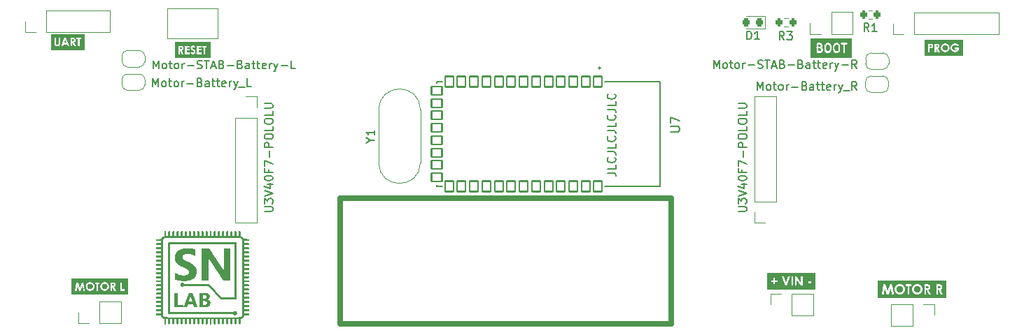
<source format=gto>
G04 #@! TF.GenerationSoftware,KiCad,Pcbnew,7.0.1*
G04 #@! TF.CreationDate,2023-11-29T16:19:33+01:00*
G04 #@! TF.ProjectId,Gruzik2.0,4772757a-696b-4322-9e30-2e6b69636164,rev?*
G04 #@! TF.SameCoordinates,Original*
G04 #@! TF.FileFunction,Legend,Top*
G04 #@! TF.FilePolarity,Positive*
%FSLAX46Y46*%
G04 Gerber Fmt 4.6, Leading zero omitted, Abs format (unit mm)*
G04 Created by KiCad (PCBNEW 7.0.1) date 2023-11-29 16:19:33*
%MOMM*%
%LPD*%
G01*
G04 APERTURE LIST*
G04 Aperture macros list*
%AMRoundRect*
0 Rectangle with rounded corners*
0 $1 Rounding radius*
0 $2 $3 $4 $5 $6 $7 $8 $9 X,Y pos of 4 corners*
0 Add a 4 corners polygon primitive as box body*
4,1,4,$2,$3,$4,$5,$6,$7,$8,$9,$2,$3,0*
0 Add four circle primitives for the rounded corners*
1,1,$1+$1,$2,$3*
1,1,$1+$1,$4,$5*
1,1,$1+$1,$6,$7*
1,1,$1+$1,$8,$9*
0 Add four rect primitives between the rounded corners*
20,1,$1+$1,$2,$3,$4,$5,0*
20,1,$1+$1,$4,$5,$6,$7,0*
20,1,$1+$1,$6,$7,$8,$9,0*
20,1,$1+$1,$8,$9,$2,$3,0*%
%AMFreePoly0*
4,1,19,0.500000,-0.750000,0.000000,-0.750000,0.000000,-0.744911,-0.071157,-0.744911,-0.207708,-0.704816,-0.327430,-0.627875,-0.420627,-0.520320,-0.479746,-0.390866,-0.500000,-0.250000,-0.500000,0.250000,-0.479746,0.390866,-0.420627,0.520320,-0.327430,0.627875,-0.207708,0.704816,-0.071157,0.744911,0.000000,0.744911,0.000000,0.750000,0.500000,0.750000,0.500000,-0.750000,0.500000,-0.750000,
$1*%
%AMFreePoly1*
4,1,19,0.000000,0.744911,0.071157,0.744911,0.207708,0.704816,0.327430,0.627875,0.420627,0.520320,0.479746,0.390866,0.500000,0.250000,0.500000,-0.250000,0.479746,-0.390866,0.420627,-0.520320,0.327430,-0.627875,0.207708,-0.704816,0.071157,-0.744911,0.000000,-0.744911,0.000000,-0.750000,-0.500000,-0.750000,-0.500000,0.750000,0.000000,0.750000,0.000000,0.744911,0.000000,0.744911,
$1*%
G04 Aperture macros list end*
%ADD10C,0.700000*%
%ADD11C,0.200000*%
%ADD12C,0.120000*%
%ADD13C,0.127000*%
%ADD14C,1.500000*%
%ADD15C,2.100000*%
%ADD16R,1.700000X1.700000*%
%ADD17O,1.700000X1.700000*%
%ADD18FreePoly0,180.000000*%
%ADD19FreePoly1,180.000000*%
%ADD20FreePoly0,0.000000*%
%ADD21FreePoly1,0.000000*%
%ADD22RoundRect,0.200000X-0.200000X-0.275000X0.200000X-0.275000X0.200000X0.275000X-0.200000X0.275000X0*%
%ADD23RoundRect,0.102000X-0.500000X0.650000X-0.500000X-0.650000X0.500000X-0.650000X0.500000X0.650000X0*%
%ADD24RoundRect,0.102000X-0.650000X-0.500000X0.650000X-0.500000X0.650000X0.500000X-0.650000X0.500000X0*%
%ADD25RoundRect,0.102000X0.500000X-0.650000X0.500000X0.650000X-0.500000X0.650000X-0.500000X-0.650000X0*%
%ADD26R,1.500000X1.500000*%
%ADD27RoundRect,0.218750X0.218750X0.256250X-0.218750X0.256250X-0.218750X-0.256250X0.218750X-0.256250X0*%
G04 APERTURE END LIST*
D10*
X80264000Y-156870400D02*
X120294400Y-156870400D01*
X120294400Y-172110400D01*
X80264000Y-172110400D01*
X80264000Y-156870400D01*
D11*
X112568019Y-153755790D02*
X113282304Y-153755790D01*
X113282304Y-153755790D02*
X113425161Y-153803409D01*
X113425161Y-153803409D02*
X113520400Y-153898647D01*
X113520400Y-153898647D02*
X113568019Y-154041504D01*
X113568019Y-154041504D02*
X113568019Y-154136742D01*
X113568019Y-152803409D02*
X113568019Y-153279599D01*
X113568019Y-153279599D02*
X112568019Y-153279599D01*
X113472780Y-151898647D02*
X113520400Y-151946266D01*
X113520400Y-151946266D02*
X113568019Y-152089123D01*
X113568019Y-152089123D02*
X113568019Y-152184361D01*
X113568019Y-152184361D02*
X113520400Y-152327218D01*
X113520400Y-152327218D02*
X113425161Y-152422456D01*
X113425161Y-152422456D02*
X113329923Y-152470075D01*
X113329923Y-152470075D02*
X113139447Y-152517694D01*
X113139447Y-152517694D02*
X112996590Y-152517694D01*
X112996590Y-152517694D02*
X112806114Y-152470075D01*
X112806114Y-152470075D02*
X112710876Y-152422456D01*
X112710876Y-152422456D02*
X112615638Y-152327218D01*
X112615638Y-152327218D02*
X112568019Y-152184361D01*
X112568019Y-152184361D02*
X112568019Y-152089123D01*
X112568019Y-152089123D02*
X112615638Y-151946266D01*
X112615638Y-151946266D02*
X112663257Y-151898647D01*
X112568019Y-151184361D02*
X113282304Y-151184361D01*
X113282304Y-151184361D02*
X113425161Y-151231980D01*
X113425161Y-151231980D02*
X113520400Y-151327218D01*
X113520400Y-151327218D02*
X113568019Y-151470075D01*
X113568019Y-151470075D02*
X113568019Y-151565313D01*
X113568019Y-150231980D02*
X113568019Y-150708170D01*
X113568019Y-150708170D02*
X112568019Y-150708170D01*
X113472780Y-149327218D02*
X113520400Y-149374837D01*
X113520400Y-149374837D02*
X113568019Y-149517694D01*
X113568019Y-149517694D02*
X113568019Y-149612932D01*
X113568019Y-149612932D02*
X113520400Y-149755789D01*
X113520400Y-149755789D02*
X113425161Y-149851027D01*
X113425161Y-149851027D02*
X113329923Y-149898646D01*
X113329923Y-149898646D02*
X113139447Y-149946265D01*
X113139447Y-149946265D02*
X112996590Y-149946265D01*
X112996590Y-149946265D02*
X112806114Y-149898646D01*
X112806114Y-149898646D02*
X112710876Y-149851027D01*
X112710876Y-149851027D02*
X112615638Y-149755789D01*
X112615638Y-149755789D02*
X112568019Y-149612932D01*
X112568019Y-149612932D02*
X112568019Y-149517694D01*
X112568019Y-149517694D02*
X112615638Y-149374837D01*
X112615638Y-149374837D02*
X112663257Y-149327218D01*
X112568019Y-148612932D02*
X113282304Y-148612932D01*
X113282304Y-148612932D02*
X113425161Y-148660551D01*
X113425161Y-148660551D02*
X113520400Y-148755789D01*
X113520400Y-148755789D02*
X113568019Y-148898646D01*
X113568019Y-148898646D02*
X113568019Y-148993884D01*
X113568019Y-147660551D02*
X113568019Y-148136741D01*
X113568019Y-148136741D02*
X112568019Y-148136741D01*
X113472780Y-146755789D02*
X113520400Y-146803408D01*
X113520400Y-146803408D02*
X113568019Y-146946265D01*
X113568019Y-146946265D02*
X113568019Y-147041503D01*
X113568019Y-147041503D02*
X113520400Y-147184360D01*
X113520400Y-147184360D02*
X113425161Y-147279598D01*
X113425161Y-147279598D02*
X113329923Y-147327217D01*
X113329923Y-147327217D02*
X113139447Y-147374836D01*
X113139447Y-147374836D02*
X112996590Y-147374836D01*
X112996590Y-147374836D02*
X112806114Y-147327217D01*
X112806114Y-147327217D02*
X112710876Y-147279598D01*
X112710876Y-147279598D02*
X112615638Y-147184360D01*
X112615638Y-147184360D02*
X112568019Y-147041503D01*
X112568019Y-147041503D02*
X112568019Y-146946265D01*
X112568019Y-146946265D02*
X112615638Y-146803408D01*
X112615638Y-146803408D02*
X112663257Y-146755789D01*
X112568019Y-146041503D02*
X113282304Y-146041503D01*
X113282304Y-146041503D02*
X113425161Y-146089122D01*
X113425161Y-146089122D02*
X113520400Y-146184360D01*
X113520400Y-146184360D02*
X113568019Y-146327217D01*
X113568019Y-146327217D02*
X113568019Y-146422455D01*
X113568019Y-145089122D02*
X113568019Y-145565312D01*
X113568019Y-145565312D02*
X112568019Y-145565312D01*
X113472780Y-144184360D02*
X113520400Y-144231979D01*
X113520400Y-144231979D02*
X113568019Y-144374836D01*
X113568019Y-144374836D02*
X113568019Y-144470074D01*
X113568019Y-144470074D02*
X113520400Y-144612931D01*
X113520400Y-144612931D02*
X113425161Y-144708169D01*
X113425161Y-144708169D02*
X113329923Y-144755788D01*
X113329923Y-144755788D02*
X113139447Y-144803407D01*
X113139447Y-144803407D02*
X112996590Y-144803407D01*
X112996590Y-144803407D02*
X112806114Y-144755788D01*
X112806114Y-144755788D02*
X112710876Y-144708169D01*
X112710876Y-144708169D02*
X112615638Y-144612931D01*
X112615638Y-144612931D02*
X112568019Y-144470074D01*
X112568019Y-144470074D02*
X112568019Y-144374836D01*
X112568019Y-144374836D02*
X112615638Y-144231979D01*
X112615638Y-144231979D02*
X112663257Y-144184360D01*
X83888228Y-149787390D02*
X84364419Y-149787390D01*
X83364419Y-150120723D02*
X83888228Y-149787390D01*
X83888228Y-149787390D02*
X83364419Y-149454057D01*
X84364419Y-148596914D02*
X84364419Y-149168342D01*
X84364419Y-148882628D02*
X83364419Y-148882628D01*
X83364419Y-148882628D02*
X83507276Y-148977866D01*
X83507276Y-148977866D02*
X83602514Y-149073104D01*
X83602514Y-149073104D02*
X83650133Y-149168342D01*
G36*
X140423297Y-138225623D02*
G01*
X140487474Y-138289800D01*
X140525390Y-138441463D01*
X140525390Y-138750173D01*
X140487473Y-138901837D01*
X140423297Y-138966014D01*
X140363689Y-138995819D01*
X140220425Y-138995819D01*
X140160818Y-138966015D01*
X140096639Y-138901835D01*
X140058724Y-138750174D01*
X140058724Y-138441464D01*
X140096640Y-138289800D01*
X140160817Y-138225623D01*
X140220425Y-138195819D01*
X140363689Y-138195819D01*
X140423297Y-138225623D01*
G37*
G36*
X139375678Y-138225623D02*
G01*
X139439855Y-138289800D01*
X139477771Y-138441463D01*
X139477771Y-138750173D01*
X139439854Y-138901837D01*
X139375678Y-138966014D01*
X139316070Y-138995819D01*
X139172806Y-138995819D01*
X139113199Y-138966015D01*
X139049020Y-138901835D01*
X139011105Y-138750174D01*
X139011105Y-138441464D01*
X139049021Y-138289800D01*
X139113198Y-138225623D01*
X139172806Y-138195819D01*
X139316070Y-138195819D01*
X139375678Y-138225623D01*
G37*
G36*
X138380896Y-138707031D02*
G01*
X138400348Y-138726483D01*
X138430152Y-138786091D01*
X138430152Y-138881736D01*
X138400348Y-138941343D01*
X138375677Y-138966014D01*
X138316070Y-138995819D01*
X138058724Y-138995819D01*
X138058724Y-138672009D01*
X138275829Y-138672009D01*
X138380896Y-138707031D01*
G37*
G36*
X138328059Y-138225623D02*
G01*
X138352729Y-138250293D01*
X138382533Y-138309901D01*
X138382533Y-138357927D01*
X138352729Y-138417535D01*
X138328059Y-138442204D01*
X138270165Y-138471151D01*
X138266327Y-138471013D01*
X138264647Y-138472009D01*
X138058724Y-138472009D01*
X138058724Y-138195819D01*
X138268451Y-138195819D01*
X138328059Y-138225623D01*
G37*
G36*
X142170629Y-139826057D02*
G01*
X137127772Y-139826057D01*
X137127772Y-139110651D01*
X137855563Y-139110651D01*
X137864789Y-139130854D01*
X137871047Y-139152166D01*
X137876797Y-139157148D01*
X137879958Y-139164070D01*
X137898643Y-139176078D01*
X137915429Y-139190623D01*
X137922960Y-139191705D01*
X137929361Y-139195819D01*
X137951570Y-139195819D01*
X137973556Y-139198980D01*
X137980478Y-139195819D01*
X138334291Y-139195819D01*
X138358134Y-139198393D01*
X138376410Y-139189254D01*
X138396023Y-139183496D01*
X138402211Y-139176354D01*
X138468419Y-139143250D01*
X138484863Y-139139673D01*
X138504348Y-139120187D01*
X138524522Y-139101422D01*
X138525006Y-139099528D01*
X138544379Y-139080155D01*
X138558844Y-139071564D01*
X138571161Y-139046929D01*
X138584373Y-139022733D01*
X138584233Y-139020785D01*
X138617186Y-138954880D01*
X138630152Y-138934705D01*
X138630152Y-138914270D01*
X138633772Y-138894154D01*
X138630152Y-138885426D01*
X138630152Y-138767869D01*
X138631190Y-138758252D01*
X138806969Y-138758252D01*
X138811105Y-138774796D01*
X138811105Y-138776864D01*
X138814584Y-138788714D01*
X138861332Y-138975706D01*
X138867250Y-139002908D01*
X138878954Y-139014612D01*
X138887331Y-139028890D01*
X138899293Y-139034951D01*
X138974385Y-139110044D01*
X138982978Y-139124511D01*
X139007606Y-139136825D01*
X139031808Y-139150041D01*
X139033758Y-139149901D01*
X139099661Y-139182853D01*
X139119837Y-139195819D01*
X139140272Y-139195819D01*
X139160388Y-139199439D01*
X139169116Y-139195819D01*
X139334291Y-139195819D01*
X139358134Y-139198393D01*
X139376410Y-139189254D01*
X139396023Y-139183496D01*
X139402211Y-139176354D01*
X139468419Y-139143250D01*
X139484862Y-139139673D01*
X139504338Y-139120196D01*
X139524522Y-139101422D01*
X139525006Y-139099528D01*
X139599751Y-139024782D01*
X139620045Y-139005701D01*
X139624059Y-138989643D01*
X139631993Y-138975114D01*
X139631036Y-138961736D01*
X139670794Y-138802704D01*
X139677771Y-138791848D01*
X139677771Y-138774797D01*
X139678273Y-138772789D01*
X139677771Y-138760443D01*
X139677771Y-138758252D01*
X139854588Y-138758252D01*
X139858724Y-138774796D01*
X139858724Y-138776864D01*
X139862203Y-138788714D01*
X139908951Y-138975706D01*
X139914869Y-139002908D01*
X139926573Y-139014612D01*
X139934950Y-139028890D01*
X139946912Y-139034951D01*
X140022004Y-139110044D01*
X140030597Y-139124511D01*
X140055225Y-139136825D01*
X140079427Y-139150041D01*
X140081377Y-139149901D01*
X140147280Y-139182853D01*
X140167456Y-139195819D01*
X140187891Y-139195819D01*
X140208007Y-139199439D01*
X140216735Y-139195819D01*
X140381910Y-139195819D01*
X140405753Y-139198393D01*
X140424029Y-139189254D01*
X140443642Y-139183496D01*
X140449830Y-139176354D01*
X140516038Y-139143250D01*
X140532481Y-139139673D01*
X140551957Y-139120196D01*
X140572141Y-139101422D01*
X140572625Y-139099528D01*
X140647370Y-139024782D01*
X140667664Y-139005701D01*
X140671678Y-138989643D01*
X140679612Y-138975114D01*
X140678655Y-138961736D01*
X140718413Y-138802704D01*
X140725390Y-138791848D01*
X140725390Y-138774797D01*
X140725892Y-138772789D01*
X140725390Y-138760443D01*
X140725390Y-138445611D01*
X140729526Y-138433385D01*
X140725390Y-138416841D01*
X140725390Y-138414773D01*
X140721910Y-138402922D01*
X140675163Y-138215936D01*
X140669245Y-138188728D01*
X140657539Y-138177022D01*
X140649164Y-138162747D01*
X140637202Y-138156685D01*
X140591167Y-138110651D01*
X140807944Y-138110651D01*
X140832339Y-138164070D01*
X140881742Y-138195819D01*
X141096819Y-138195819D01*
X141096819Y-139110198D01*
X141109142Y-139152166D01*
X141153524Y-139190623D01*
X141211651Y-139198980D01*
X141265070Y-139174585D01*
X141296819Y-139125182D01*
X141296819Y-138195819D01*
X141496912Y-138195819D01*
X141538880Y-138183496D01*
X141577337Y-138139114D01*
X141585694Y-138080987D01*
X141561299Y-138027568D01*
X141511896Y-137995819D01*
X141203973Y-137995819D01*
X141181987Y-137992658D01*
X141175065Y-137995819D01*
X140896726Y-137995819D01*
X140854758Y-138008142D01*
X140816301Y-138052524D01*
X140807944Y-138110651D01*
X140591167Y-138110651D01*
X140562108Y-138081592D01*
X140553517Y-138067127D01*
X140528882Y-138054809D01*
X140504687Y-138041598D01*
X140502737Y-138041737D01*
X140436836Y-138008786D01*
X140416658Y-137995819D01*
X140396222Y-137995819D01*
X140376107Y-137992199D01*
X140367379Y-137995819D01*
X140202203Y-137995819D01*
X140178360Y-137993245D01*
X140160082Y-138002383D01*
X140140472Y-138008142D01*
X140134284Y-138015283D01*
X140068077Y-138048386D01*
X140051633Y-138051964D01*
X140032146Y-138071450D01*
X140011972Y-138090216D01*
X140011487Y-138092109D01*
X139936735Y-138166862D01*
X139916450Y-138185936D01*
X139912435Y-138201995D01*
X139904503Y-138216522D01*
X139905459Y-138229897D01*
X139865700Y-138388932D01*
X139858724Y-138399789D01*
X139858724Y-138416840D01*
X139858222Y-138418848D01*
X139858724Y-138431194D01*
X139858724Y-138746026D01*
X139854588Y-138758252D01*
X139677771Y-138758252D01*
X139677771Y-138445611D01*
X139681907Y-138433385D01*
X139677771Y-138416841D01*
X139677771Y-138414773D01*
X139674291Y-138402922D01*
X139627544Y-138215936D01*
X139621626Y-138188728D01*
X139609920Y-138177022D01*
X139601545Y-138162747D01*
X139589583Y-138156685D01*
X139514489Y-138081592D01*
X139505898Y-138067127D01*
X139481263Y-138054809D01*
X139457068Y-138041598D01*
X139455118Y-138041737D01*
X139389217Y-138008786D01*
X139369039Y-137995819D01*
X139348603Y-137995819D01*
X139328488Y-137992199D01*
X139319760Y-137995819D01*
X139154584Y-137995819D01*
X139130741Y-137993245D01*
X139112463Y-138002383D01*
X139092853Y-138008142D01*
X139086665Y-138015283D01*
X139020458Y-138048386D01*
X139004014Y-138051964D01*
X138984527Y-138071450D01*
X138964353Y-138090216D01*
X138963868Y-138092109D01*
X138889116Y-138166862D01*
X138868831Y-138185936D01*
X138864816Y-138201995D01*
X138856884Y-138216522D01*
X138857840Y-138229897D01*
X138818081Y-138388932D01*
X138811105Y-138399789D01*
X138811105Y-138416840D01*
X138810603Y-138418848D01*
X138811105Y-138431194D01*
X138811105Y-138746026D01*
X138806969Y-138758252D01*
X138631190Y-138758252D01*
X138632726Y-138744026D01*
X138623587Y-138725748D01*
X138617829Y-138706138D01*
X138610687Y-138699950D01*
X138577582Y-138633739D01*
X138574006Y-138617299D01*
X138554531Y-138597824D01*
X138535755Y-138577638D01*
X138533860Y-138577153D01*
X138509430Y-138552723D01*
X138507304Y-138550083D01*
X138511225Y-138547755D01*
X138523543Y-138523118D01*
X138536754Y-138498925D01*
X138536614Y-138496976D01*
X138569567Y-138431071D01*
X138582533Y-138410896D01*
X138582533Y-138390461D01*
X138586153Y-138370345D01*
X138582533Y-138361617D01*
X138582533Y-138291679D01*
X138585107Y-138267836D01*
X138575968Y-138249558D01*
X138570210Y-138229948D01*
X138563068Y-138223760D01*
X138529963Y-138157549D01*
X138526387Y-138141109D01*
X138506912Y-138121634D01*
X138488136Y-138101448D01*
X138486241Y-138100963D01*
X138466871Y-138081593D01*
X138458279Y-138067127D01*
X138433644Y-138054809D01*
X138409449Y-138041598D01*
X138407499Y-138041737D01*
X138341598Y-138008786D01*
X138321420Y-137995819D01*
X138300984Y-137995819D01*
X138280869Y-137992199D01*
X138272141Y-137995819D01*
X137965878Y-137995819D01*
X137943892Y-137992658D01*
X137923688Y-138001884D01*
X137902377Y-138008142D01*
X137897394Y-138013892D01*
X137890473Y-138017053D01*
X137878464Y-138035738D01*
X137863920Y-138052524D01*
X137862837Y-138060055D01*
X137858724Y-138066456D01*
X137858724Y-138088665D01*
X137855563Y-138110651D01*
X137858724Y-138117573D01*
X137858724Y-138564855D01*
X137855563Y-138586841D01*
X137858724Y-138593763D01*
X137858724Y-139088665D01*
X137855563Y-139110651D01*
X137127772Y-139110651D01*
X137127772Y-137440343D01*
X142170629Y-137440343D01*
X142170629Y-139826057D01*
G37*
X125442151Y-141077019D02*
X125442151Y-140077019D01*
X125442151Y-140077019D02*
X125775484Y-140791304D01*
X125775484Y-140791304D02*
X126108817Y-140077019D01*
X126108817Y-140077019D02*
X126108817Y-141077019D01*
X126727865Y-141077019D02*
X126632627Y-141029400D01*
X126632627Y-141029400D02*
X126585008Y-140981780D01*
X126585008Y-140981780D02*
X126537389Y-140886542D01*
X126537389Y-140886542D02*
X126537389Y-140600828D01*
X126537389Y-140600828D02*
X126585008Y-140505590D01*
X126585008Y-140505590D02*
X126632627Y-140457971D01*
X126632627Y-140457971D02*
X126727865Y-140410352D01*
X126727865Y-140410352D02*
X126870722Y-140410352D01*
X126870722Y-140410352D02*
X126965960Y-140457971D01*
X126965960Y-140457971D02*
X127013579Y-140505590D01*
X127013579Y-140505590D02*
X127061198Y-140600828D01*
X127061198Y-140600828D02*
X127061198Y-140886542D01*
X127061198Y-140886542D02*
X127013579Y-140981780D01*
X127013579Y-140981780D02*
X126965960Y-141029400D01*
X126965960Y-141029400D02*
X126870722Y-141077019D01*
X126870722Y-141077019D02*
X126727865Y-141077019D01*
X127346913Y-140410352D02*
X127727865Y-140410352D01*
X127489770Y-140077019D02*
X127489770Y-140934161D01*
X127489770Y-140934161D02*
X127537389Y-141029400D01*
X127537389Y-141029400D02*
X127632627Y-141077019D01*
X127632627Y-141077019D02*
X127727865Y-141077019D01*
X128204056Y-141077019D02*
X128108818Y-141029400D01*
X128108818Y-141029400D02*
X128061199Y-140981780D01*
X128061199Y-140981780D02*
X128013580Y-140886542D01*
X128013580Y-140886542D02*
X128013580Y-140600828D01*
X128013580Y-140600828D02*
X128061199Y-140505590D01*
X128061199Y-140505590D02*
X128108818Y-140457971D01*
X128108818Y-140457971D02*
X128204056Y-140410352D01*
X128204056Y-140410352D02*
X128346913Y-140410352D01*
X128346913Y-140410352D02*
X128442151Y-140457971D01*
X128442151Y-140457971D02*
X128489770Y-140505590D01*
X128489770Y-140505590D02*
X128537389Y-140600828D01*
X128537389Y-140600828D02*
X128537389Y-140886542D01*
X128537389Y-140886542D02*
X128489770Y-140981780D01*
X128489770Y-140981780D02*
X128442151Y-141029400D01*
X128442151Y-141029400D02*
X128346913Y-141077019D01*
X128346913Y-141077019D02*
X128204056Y-141077019D01*
X128965961Y-141077019D02*
X128965961Y-140410352D01*
X128965961Y-140600828D02*
X129013580Y-140505590D01*
X129013580Y-140505590D02*
X129061199Y-140457971D01*
X129061199Y-140457971D02*
X129156437Y-140410352D01*
X129156437Y-140410352D02*
X129251675Y-140410352D01*
X129585009Y-140696066D02*
X130346914Y-140696066D01*
X130775485Y-141029400D02*
X130918342Y-141077019D01*
X130918342Y-141077019D02*
X131156437Y-141077019D01*
X131156437Y-141077019D02*
X131251675Y-141029400D01*
X131251675Y-141029400D02*
X131299294Y-140981780D01*
X131299294Y-140981780D02*
X131346913Y-140886542D01*
X131346913Y-140886542D02*
X131346913Y-140791304D01*
X131346913Y-140791304D02*
X131299294Y-140696066D01*
X131299294Y-140696066D02*
X131251675Y-140648447D01*
X131251675Y-140648447D02*
X131156437Y-140600828D01*
X131156437Y-140600828D02*
X130965961Y-140553209D01*
X130965961Y-140553209D02*
X130870723Y-140505590D01*
X130870723Y-140505590D02*
X130823104Y-140457971D01*
X130823104Y-140457971D02*
X130775485Y-140362733D01*
X130775485Y-140362733D02*
X130775485Y-140267495D01*
X130775485Y-140267495D02*
X130823104Y-140172257D01*
X130823104Y-140172257D02*
X130870723Y-140124638D01*
X130870723Y-140124638D02*
X130965961Y-140077019D01*
X130965961Y-140077019D02*
X131204056Y-140077019D01*
X131204056Y-140077019D02*
X131346913Y-140124638D01*
X131632628Y-140077019D02*
X132204056Y-140077019D01*
X131918342Y-141077019D02*
X131918342Y-140077019D01*
X132489771Y-140791304D02*
X132965961Y-140791304D01*
X132394533Y-141077019D02*
X132727866Y-140077019D01*
X132727866Y-140077019D02*
X133061199Y-141077019D01*
X133727866Y-140553209D02*
X133870723Y-140600828D01*
X133870723Y-140600828D02*
X133918342Y-140648447D01*
X133918342Y-140648447D02*
X133965961Y-140743685D01*
X133965961Y-140743685D02*
X133965961Y-140886542D01*
X133965961Y-140886542D02*
X133918342Y-140981780D01*
X133918342Y-140981780D02*
X133870723Y-141029400D01*
X133870723Y-141029400D02*
X133775485Y-141077019D01*
X133775485Y-141077019D02*
X133394533Y-141077019D01*
X133394533Y-141077019D02*
X133394533Y-140077019D01*
X133394533Y-140077019D02*
X133727866Y-140077019D01*
X133727866Y-140077019D02*
X133823104Y-140124638D01*
X133823104Y-140124638D02*
X133870723Y-140172257D01*
X133870723Y-140172257D02*
X133918342Y-140267495D01*
X133918342Y-140267495D02*
X133918342Y-140362733D01*
X133918342Y-140362733D02*
X133870723Y-140457971D01*
X133870723Y-140457971D02*
X133823104Y-140505590D01*
X133823104Y-140505590D02*
X133727866Y-140553209D01*
X133727866Y-140553209D02*
X133394533Y-140553209D01*
X134394533Y-140696066D02*
X135156438Y-140696066D01*
X135965961Y-140553209D02*
X136108818Y-140600828D01*
X136108818Y-140600828D02*
X136156437Y-140648447D01*
X136156437Y-140648447D02*
X136204056Y-140743685D01*
X136204056Y-140743685D02*
X136204056Y-140886542D01*
X136204056Y-140886542D02*
X136156437Y-140981780D01*
X136156437Y-140981780D02*
X136108818Y-141029400D01*
X136108818Y-141029400D02*
X136013580Y-141077019D01*
X136013580Y-141077019D02*
X135632628Y-141077019D01*
X135632628Y-141077019D02*
X135632628Y-140077019D01*
X135632628Y-140077019D02*
X135965961Y-140077019D01*
X135965961Y-140077019D02*
X136061199Y-140124638D01*
X136061199Y-140124638D02*
X136108818Y-140172257D01*
X136108818Y-140172257D02*
X136156437Y-140267495D01*
X136156437Y-140267495D02*
X136156437Y-140362733D01*
X136156437Y-140362733D02*
X136108818Y-140457971D01*
X136108818Y-140457971D02*
X136061199Y-140505590D01*
X136061199Y-140505590D02*
X135965961Y-140553209D01*
X135965961Y-140553209D02*
X135632628Y-140553209D01*
X137061199Y-141077019D02*
X137061199Y-140553209D01*
X137061199Y-140553209D02*
X137013580Y-140457971D01*
X137013580Y-140457971D02*
X136918342Y-140410352D01*
X136918342Y-140410352D02*
X136727866Y-140410352D01*
X136727866Y-140410352D02*
X136632628Y-140457971D01*
X137061199Y-141029400D02*
X136965961Y-141077019D01*
X136965961Y-141077019D02*
X136727866Y-141077019D01*
X136727866Y-141077019D02*
X136632628Y-141029400D01*
X136632628Y-141029400D02*
X136585009Y-140934161D01*
X136585009Y-140934161D02*
X136585009Y-140838923D01*
X136585009Y-140838923D02*
X136632628Y-140743685D01*
X136632628Y-140743685D02*
X136727866Y-140696066D01*
X136727866Y-140696066D02*
X136965961Y-140696066D01*
X136965961Y-140696066D02*
X137061199Y-140648447D01*
X137394533Y-140410352D02*
X137775485Y-140410352D01*
X137537390Y-140077019D02*
X137537390Y-140934161D01*
X137537390Y-140934161D02*
X137585009Y-141029400D01*
X137585009Y-141029400D02*
X137680247Y-141077019D01*
X137680247Y-141077019D02*
X137775485Y-141077019D01*
X137965962Y-140410352D02*
X138346914Y-140410352D01*
X138108819Y-140077019D02*
X138108819Y-140934161D01*
X138108819Y-140934161D02*
X138156438Y-141029400D01*
X138156438Y-141029400D02*
X138251676Y-141077019D01*
X138251676Y-141077019D02*
X138346914Y-141077019D01*
X139061200Y-141029400D02*
X138965962Y-141077019D01*
X138965962Y-141077019D02*
X138775486Y-141077019D01*
X138775486Y-141077019D02*
X138680248Y-141029400D01*
X138680248Y-141029400D02*
X138632629Y-140934161D01*
X138632629Y-140934161D02*
X138632629Y-140553209D01*
X138632629Y-140553209D02*
X138680248Y-140457971D01*
X138680248Y-140457971D02*
X138775486Y-140410352D01*
X138775486Y-140410352D02*
X138965962Y-140410352D01*
X138965962Y-140410352D02*
X139061200Y-140457971D01*
X139061200Y-140457971D02*
X139108819Y-140553209D01*
X139108819Y-140553209D02*
X139108819Y-140648447D01*
X139108819Y-140648447D02*
X138632629Y-140743685D01*
X139537391Y-141077019D02*
X139537391Y-140410352D01*
X139537391Y-140600828D02*
X139585010Y-140505590D01*
X139585010Y-140505590D02*
X139632629Y-140457971D01*
X139632629Y-140457971D02*
X139727867Y-140410352D01*
X139727867Y-140410352D02*
X139823105Y-140410352D01*
X140061201Y-140410352D02*
X140299296Y-141077019D01*
X140537391Y-140410352D02*
X140299296Y-141077019D01*
X140299296Y-141077019D02*
X140204058Y-141315114D01*
X140204058Y-141315114D02*
X140156439Y-141362733D01*
X140156439Y-141362733D02*
X140061201Y-141410352D01*
X140918344Y-140696066D02*
X141680249Y-140696066D01*
X142727867Y-141077019D02*
X142394534Y-140600828D01*
X142156439Y-141077019D02*
X142156439Y-140077019D01*
X142156439Y-140077019D02*
X142537391Y-140077019D01*
X142537391Y-140077019D02*
X142632629Y-140124638D01*
X142632629Y-140124638D02*
X142680248Y-140172257D01*
X142680248Y-140172257D02*
X142727867Y-140267495D01*
X142727867Y-140267495D02*
X142727867Y-140410352D01*
X142727867Y-140410352D02*
X142680248Y-140505590D01*
X142680248Y-140505590D02*
X142632629Y-140553209D01*
X142632629Y-140553209D02*
X142537391Y-140600828D01*
X142537391Y-140600828D02*
X142156439Y-140600828D01*
X130705808Y-143718619D02*
X130705808Y-142718619D01*
X130705808Y-142718619D02*
X131039141Y-143432904D01*
X131039141Y-143432904D02*
X131372474Y-142718619D01*
X131372474Y-142718619D02*
X131372474Y-143718619D01*
X131991522Y-143718619D02*
X131896284Y-143671000D01*
X131896284Y-143671000D02*
X131848665Y-143623380D01*
X131848665Y-143623380D02*
X131801046Y-143528142D01*
X131801046Y-143528142D02*
X131801046Y-143242428D01*
X131801046Y-143242428D02*
X131848665Y-143147190D01*
X131848665Y-143147190D02*
X131896284Y-143099571D01*
X131896284Y-143099571D02*
X131991522Y-143051952D01*
X131991522Y-143051952D02*
X132134379Y-143051952D01*
X132134379Y-143051952D02*
X132229617Y-143099571D01*
X132229617Y-143099571D02*
X132277236Y-143147190D01*
X132277236Y-143147190D02*
X132324855Y-143242428D01*
X132324855Y-143242428D02*
X132324855Y-143528142D01*
X132324855Y-143528142D02*
X132277236Y-143623380D01*
X132277236Y-143623380D02*
X132229617Y-143671000D01*
X132229617Y-143671000D02*
X132134379Y-143718619D01*
X132134379Y-143718619D02*
X131991522Y-143718619D01*
X132610570Y-143051952D02*
X132991522Y-143051952D01*
X132753427Y-142718619D02*
X132753427Y-143575761D01*
X132753427Y-143575761D02*
X132801046Y-143671000D01*
X132801046Y-143671000D02*
X132896284Y-143718619D01*
X132896284Y-143718619D02*
X132991522Y-143718619D01*
X133467713Y-143718619D02*
X133372475Y-143671000D01*
X133372475Y-143671000D02*
X133324856Y-143623380D01*
X133324856Y-143623380D02*
X133277237Y-143528142D01*
X133277237Y-143528142D02*
X133277237Y-143242428D01*
X133277237Y-143242428D02*
X133324856Y-143147190D01*
X133324856Y-143147190D02*
X133372475Y-143099571D01*
X133372475Y-143099571D02*
X133467713Y-143051952D01*
X133467713Y-143051952D02*
X133610570Y-143051952D01*
X133610570Y-143051952D02*
X133705808Y-143099571D01*
X133705808Y-143099571D02*
X133753427Y-143147190D01*
X133753427Y-143147190D02*
X133801046Y-143242428D01*
X133801046Y-143242428D02*
X133801046Y-143528142D01*
X133801046Y-143528142D02*
X133753427Y-143623380D01*
X133753427Y-143623380D02*
X133705808Y-143671000D01*
X133705808Y-143671000D02*
X133610570Y-143718619D01*
X133610570Y-143718619D02*
X133467713Y-143718619D01*
X134229618Y-143718619D02*
X134229618Y-143051952D01*
X134229618Y-143242428D02*
X134277237Y-143147190D01*
X134277237Y-143147190D02*
X134324856Y-143099571D01*
X134324856Y-143099571D02*
X134420094Y-143051952D01*
X134420094Y-143051952D02*
X134515332Y-143051952D01*
X134848666Y-143337666D02*
X135610571Y-143337666D01*
X136420094Y-143194809D02*
X136562951Y-143242428D01*
X136562951Y-143242428D02*
X136610570Y-143290047D01*
X136610570Y-143290047D02*
X136658189Y-143385285D01*
X136658189Y-143385285D02*
X136658189Y-143528142D01*
X136658189Y-143528142D02*
X136610570Y-143623380D01*
X136610570Y-143623380D02*
X136562951Y-143671000D01*
X136562951Y-143671000D02*
X136467713Y-143718619D01*
X136467713Y-143718619D02*
X136086761Y-143718619D01*
X136086761Y-143718619D02*
X136086761Y-142718619D01*
X136086761Y-142718619D02*
X136420094Y-142718619D01*
X136420094Y-142718619D02*
X136515332Y-142766238D01*
X136515332Y-142766238D02*
X136562951Y-142813857D01*
X136562951Y-142813857D02*
X136610570Y-142909095D01*
X136610570Y-142909095D02*
X136610570Y-143004333D01*
X136610570Y-143004333D02*
X136562951Y-143099571D01*
X136562951Y-143099571D02*
X136515332Y-143147190D01*
X136515332Y-143147190D02*
X136420094Y-143194809D01*
X136420094Y-143194809D02*
X136086761Y-143194809D01*
X137515332Y-143718619D02*
X137515332Y-143194809D01*
X137515332Y-143194809D02*
X137467713Y-143099571D01*
X137467713Y-143099571D02*
X137372475Y-143051952D01*
X137372475Y-143051952D02*
X137181999Y-143051952D01*
X137181999Y-143051952D02*
X137086761Y-143099571D01*
X137515332Y-143671000D02*
X137420094Y-143718619D01*
X137420094Y-143718619D02*
X137181999Y-143718619D01*
X137181999Y-143718619D02*
X137086761Y-143671000D01*
X137086761Y-143671000D02*
X137039142Y-143575761D01*
X137039142Y-143575761D02*
X137039142Y-143480523D01*
X137039142Y-143480523D02*
X137086761Y-143385285D01*
X137086761Y-143385285D02*
X137181999Y-143337666D01*
X137181999Y-143337666D02*
X137420094Y-143337666D01*
X137420094Y-143337666D02*
X137515332Y-143290047D01*
X137848666Y-143051952D02*
X138229618Y-143051952D01*
X137991523Y-142718619D02*
X137991523Y-143575761D01*
X137991523Y-143575761D02*
X138039142Y-143671000D01*
X138039142Y-143671000D02*
X138134380Y-143718619D01*
X138134380Y-143718619D02*
X138229618Y-143718619D01*
X138420095Y-143051952D02*
X138801047Y-143051952D01*
X138562952Y-142718619D02*
X138562952Y-143575761D01*
X138562952Y-143575761D02*
X138610571Y-143671000D01*
X138610571Y-143671000D02*
X138705809Y-143718619D01*
X138705809Y-143718619D02*
X138801047Y-143718619D01*
X139515333Y-143671000D02*
X139420095Y-143718619D01*
X139420095Y-143718619D02*
X139229619Y-143718619D01*
X139229619Y-143718619D02*
X139134381Y-143671000D01*
X139134381Y-143671000D02*
X139086762Y-143575761D01*
X139086762Y-143575761D02*
X139086762Y-143194809D01*
X139086762Y-143194809D02*
X139134381Y-143099571D01*
X139134381Y-143099571D02*
X139229619Y-143051952D01*
X139229619Y-143051952D02*
X139420095Y-143051952D01*
X139420095Y-143051952D02*
X139515333Y-143099571D01*
X139515333Y-143099571D02*
X139562952Y-143194809D01*
X139562952Y-143194809D02*
X139562952Y-143290047D01*
X139562952Y-143290047D02*
X139086762Y-143385285D01*
X139991524Y-143718619D02*
X139991524Y-143051952D01*
X139991524Y-143242428D02*
X140039143Y-143147190D01*
X140039143Y-143147190D02*
X140086762Y-143099571D01*
X140086762Y-143099571D02*
X140182000Y-143051952D01*
X140182000Y-143051952D02*
X140277238Y-143051952D01*
X140515334Y-143051952D02*
X140753429Y-143718619D01*
X140991524Y-143051952D02*
X140753429Y-143718619D01*
X140753429Y-143718619D02*
X140658191Y-143956714D01*
X140658191Y-143956714D02*
X140610572Y-144004333D01*
X140610572Y-144004333D02*
X140515334Y-144051952D01*
X141134382Y-143813857D02*
X141896286Y-143813857D01*
X142705810Y-143718619D02*
X142372477Y-143242428D01*
X142134382Y-143718619D02*
X142134382Y-142718619D01*
X142134382Y-142718619D02*
X142515334Y-142718619D01*
X142515334Y-142718619D02*
X142610572Y-142766238D01*
X142610572Y-142766238D02*
X142658191Y-142813857D01*
X142658191Y-142813857D02*
X142705810Y-142909095D01*
X142705810Y-142909095D02*
X142705810Y-143051952D01*
X142705810Y-143051952D02*
X142658191Y-143147190D01*
X142658191Y-143147190D02*
X142610572Y-143194809D01*
X142610572Y-143194809D02*
X142515334Y-143242428D01*
X142515334Y-143242428D02*
X142134382Y-143242428D01*
X57617789Y-141127819D02*
X57617789Y-140127819D01*
X57617789Y-140127819D02*
X57951122Y-140842104D01*
X57951122Y-140842104D02*
X58284455Y-140127819D01*
X58284455Y-140127819D02*
X58284455Y-141127819D01*
X58903503Y-141127819D02*
X58808265Y-141080200D01*
X58808265Y-141080200D02*
X58760646Y-141032580D01*
X58760646Y-141032580D02*
X58713027Y-140937342D01*
X58713027Y-140937342D02*
X58713027Y-140651628D01*
X58713027Y-140651628D02*
X58760646Y-140556390D01*
X58760646Y-140556390D02*
X58808265Y-140508771D01*
X58808265Y-140508771D02*
X58903503Y-140461152D01*
X58903503Y-140461152D02*
X59046360Y-140461152D01*
X59046360Y-140461152D02*
X59141598Y-140508771D01*
X59141598Y-140508771D02*
X59189217Y-140556390D01*
X59189217Y-140556390D02*
X59236836Y-140651628D01*
X59236836Y-140651628D02*
X59236836Y-140937342D01*
X59236836Y-140937342D02*
X59189217Y-141032580D01*
X59189217Y-141032580D02*
X59141598Y-141080200D01*
X59141598Y-141080200D02*
X59046360Y-141127819D01*
X59046360Y-141127819D02*
X58903503Y-141127819D01*
X59522551Y-140461152D02*
X59903503Y-140461152D01*
X59665408Y-140127819D02*
X59665408Y-140984961D01*
X59665408Y-140984961D02*
X59713027Y-141080200D01*
X59713027Y-141080200D02*
X59808265Y-141127819D01*
X59808265Y-141127819D02*
X59903503Y-141127819D01*
X60379694Y-141127819D02*
X60284456Y-141080200D01*
X60284456Y-141080200D02*
X60236837Y-141032580D01*
X60236837Y-141032580D02*
X60189218Y-140937342D01*
X60189218Y-140937342D02*
X60189218Y-140651628D01*
X60189218Y-140651628D02*
X60236837Y-140556390D01*
X60236837Y-140556390D02*
X60284456Y-140508771D01*
X60284456Y-140508771D02*
X60379694Y-140461152D01*
X60379694Y-140461152D02*
X60522551Y-140461152D01*
X60522551Y-140461152D02*
X60617789Y-140508771D01*
X60617789Y-140508771D02*
X60665408Y-140556390D01*
X60665408Y-140556390D02*
X60713027Y-140651628D01*
X60713027Y-140651628D02*
X60713027Y-140937342D01*
X60713027Y-140937342D02*
X60665408Y-141032580D01*
X60665408Y-141032580D02*
X60617789Y-141080200D01*
X60617789Y-141080200D02*
X60522551Y-141127819D01*
X60522551Y-141127819D02*
X60379694Y-141127819D01*
X61141599Y-141127819D02*
X61141599Y-140461152D01*
X61141599Y-140651628D02*
X61189218Y-140556390D01*
X61189218Y-140556390D02*
X61236837Y-140508771D01*
X61236837Y-140508771D02*
X61332075Y-140461152D01*
X61332075Y-140461152D02*
X61427313Y-140461152D01*
X61760647Y-140746866D02*
X62522552Y-140746866D01*
X62951123Y-141080200D02*
X63093980Y-141127819D01*
X63093980Y-141127819D02*
X63332075Y-141127819D01*
X63332075Y-141127819D02*
X63427313Y-141080200D01*
X63427313Y-141080200D02*
X63474932Y-141032580D01*
X63474932Y-141032580D02*
X63522551Y-140937342D01*
X63522551Y-140937342D02*
X63522551Y-140842104D01*
X63522551Y-140842104D02*
X63474932Y-140746866D01*
X63474932Y-140746866D02*
X63427313Y-140699247D01*
X63427313Y-140699247D02*
X63332075Y-140651628D01*
X63332075Y-140651628D02*
X63141599Y-140604009D01*
X63141599Y-140604009D02*
X63046361Y-140556390D01*
X63046361Y-140556390D02*
X62998742Y-140508771D01*
X62998742Y-140508771D02*
X62951123Y-140413533D01*
X62951123Y-140413533D02*
X62951123Y-140318295D01*
X62951123Y-140318295D02*
X62998742Y-140223057D01*
X62998742Y-140223057D02*
X63046361Y-140175438D01*
X63046361Y-140175438D02*
X63141599Y-140127819D01*
X63141599Y-140127819D02*
X63379694Y-140127819D01*
X63379694Y-140127819D02*
X63522551Y-140175438D01*
X63808266Y-140127819D02*
X64379694Y-140127819D01*
X64093980Y-141127819D02*
X64093980Y-140127819D01*
X64665409Y-140842104D02*
X65141599Y-140842104D01*
X64570171Y-141127819D02*
X64903504Y-140127819D01*
X64903504Y-140127819D02*
X65236837Y-141127819D01*
X65903504Y-140604009D02*
X66046361Y-140651628D01*
X66046361Y-140651628D02*
X66093980Y-140699247D01*
X66093980Y-140699247D02*
X66141599Y-140794485D01*
X66141599Y-140794485D02*
X66141599Y-140937342D01*
X66141599Y-140937342D02*
X66093980Y-141032580D01*
X66093980Y-141032580D02*
X66046361Y-141080200D01*
X66046361Y-141080200D02*
X65951123Y-141127819D01*
X65951123Y-141127819D02*
X65570171Y-141127819D01*
X65570171Y-141127819D02*
X65570171Y-140127819D01*
X65570171Y-140127819D02*
X65903504Y-140127819D01*
X65903504Y-140127819D02*
X65998742Y-140175438D01*
X65998742Y-140175438D02*
X66046361Y-140223057D01*
X66046361Y-140223057D02*
X66093980Y-140318295D01*
X66093980Y-140318295D02*
X66093980Y-140413533D01*
X66093980Y-140413533D02*
X66046361Y-140508771D01*
X66046361Y-140508771D02*
X65998742Y-140556390D01*
X65998742Y-140556390D02*
X65903504Y-140604009D01*
X65903504Y-140604009D02*
X65570171Y-140604009D01*
X66570171Y-140746866D02*
X67332076Y-140746866D01*
X68141599Y-140604009D02*
X68284456Y-140651628D01*
X68284456Y-140651628D02*
X68332075Y-140699247D01*
X68332075Y-140699247D02*
X68379694Y-140794485D01*
X68379694Y-140794485D02*
X68379694Y-140937342D01*
X68379694Y-140937342D02*
X68332075Y-141032580D01*
X68332075Y-141032580D02*
X68284456Y-141080200D01*
X68284456Y-141080200D02*
X68189218Y-141127819D01*
X68189218Y-141127819D02*
X67808266Y-141127819D01*
X67808266Y-141127819D02*
X67808266Y-140127819D01*
X67808266Y-140127819D02*
X68141599Y-140127819D01*
X68141599Y-140127819D02*
X68236837Y-140175438D01*
X68236837Y-140175438D02*
X68284456Y-140223057D01*
X68284456Y-140223057D02*
X68332075Y-140318295D01*
X68332075Y-140318295D02*
X68332075Y-140413533D01*
X68332075Y-140413533D02*
X68284456Y-140508771D01*
X68284456Y-140508771D02*
X68236837Y-140556390D01*
X68236837Y-140556390D02*
X68141599Y-140604009D01*
X68141599Y-140604009D02*
X67808266Y-140604009D01*
X69236837Y-141127819D02*
X69236837Y-140604009D01*
X69236837Y-140604009D02*
X69189218Y-140508771D01*
X69189218Y-140508771D02*
X69093980Y-140461152D01*
X69093980Y-140461152D02*
X68903504Y-140461152D01*
X68903504Y-140461152D02*
X68808266Y-140508771D01*
X69236837Y-141080200D02*
X69141599Y-141127819D01*
X69141599Y-141127819D02*
X68903504Y-141127819D01*
X68903504Y-141127819D02*
X68808266Y-141080200D01*
X68808266Y-141080200D02*
X68760647Y-140984961D01*
X68760647Y-140984961D02*
X68760647Y-140889723D01*
X68760647Y-140889723D02*
X68808266Y-140794485D01*
X68808266Y-140794485D02*
X68903504Y-140746866D01*
X68903504Y-140746866D02*
X69141599Y-140746866D01*
X69141599Y-140746866D02*
X69236837Y-140699247D01*
X69570171Y-140461152D02*
X69951123Y-140461152D01*
X69713028Y-140127819D02*
X69713028Y-140984961D01*
X69713028Y-140984961D02*
X69760647Y-141080200D01*
X69760647Y-141080200D02*
X69855885Y-141127819D01*
X69855885Y-141127819D02*
X69951123Y-141127819D01*
X70141600Y-140461152D02*
X70522552Y-140461152D01*
X70284457Y-140127819D02*
X70284457Y-140984961D01*
X70284457Y-140984961D02*
X70332076Y-141080200D01*
X70332076Y-141080200D02*
X70427314Y-141127819D01*
X70427314Y-141127819D02*
X70522552Y-141127819D01*
X71236838Y-141080200D02*
X71141600Y-141127819D01*
X71141600Y-141127819D02*
X70951124Y-141127819D01*
X70951124Y-141127819D02*
X70855886Y-141080200D01*
X70855886Y-141080200D02*
X70808267Y-140984961D01*
X70808267Y-140984961D02*
X70808267Y-140604009D01*
X70808267Y-140604009D02*
X70855886Y-140508771D01*
X70855886Y-140508771D02*
X70951124Y-140461152D01*
X70951124Y-140461152D02*
X71141600Y-140461152D01*
X71141600Y-140461152D02*
X71236838Y-140508771D01*
X71236838Y-140508771D02*
X71284457Y-140604009D01*
X71284457Y-140604009D02*
X71284457Y-140699247D01*
X71284457Y-140699247D02*
X70808267Y-140794485D01*
X71713029Y-141127819D02*
X71713029Y-140461152D01*
X71713029Y-140651628D02*
X71760648Y-140556390D01*
X71760648Y-140556390D02*
X71808267Y-140508771D01*
X71808267Y-140508771D02*
X71903505Y-140461152D01*
X71903505Y-140461152D02*
X71998743Y-140461152D01*
X72236839Y-140461152D02*
X72474934Y-141127819D01*
X72713029Y-140461152D02*
X72474934Y-141127819D01*
X72474934Y-141127819D02*
X72379696Y-141365914D01*
X72379696Y-141365914D02*
X72332077Y-141413533D01*
X72332077Y-141413533D02*
X72236839Y-141461152D01*
X73093982Y-140746866D02*
X73855887Y-140746866D01*
X74808267Y-141127819D02*
X74332077Y-141127819D01*
X74332077Y-141127819D02*
X74332077Y-140127819D01*
G36*
X51777279Y-167211279D02*
G01*
X51794128Y-167212427D01*
X51810648Y-167214339D01*
X51826841Y-167217018D01*
X51842705Y-167220461D01*
X51858241Y-167224669D01*
X51873449Y-167229643D01*
X51888329Y-167235382D01*
X51902880Y-167241885D01*
X51917104Y-167249155D01*
X51930999Y-167257189D01*
X51944566Y-167265988D01*
X51957805Y-167275553D01*
X51970715Y-167285883D01*
X51983297Y-167296978D01*
X51995552Y-167308838D01*
X52007293Y-167321220D01*
X52018278Y-167333941D01*
X52028504Y-167347002D01*
X52037973Y-167360403D01*
X52046685Y-167374144D01*
X52054639Y-167388224D01*
X52061836Y-167402644D01*
X52068275Y-167417404D01*
X52073956Y-167432503D01*
X52078880Y-167447942D01*
X52083047Y-167463720D01*
X52086456Y-167479838D01*
X52089107Y-167496296D01*
X52091001Y-167513093D01*
X52092137Y-167530230D01*
X52092516Y-167547707D01*
X52092140Y-167565240D01*
X52091012Y-167582424D01*
X52089133Y-167599259D01*
X52086501Y-167615744D01*
X52083118Y-167631880D01*
X52078983Y-167647667D01*
X52074097Y-167663105D01*
X52068458Y-167678194D01*
X52062068Y-167692933D01*
X52054925Y-167707324D01*
X52047031Y-167721365D01*
X52038386Y-167735057D01*
X52028988Y-167748399D01*
X52018839Y-167761393D01*
X52007937Y-167774037D01*
X51996284Y-167786332D01*
X51984098Y-167798045D01*
X51971597Y-167809001D01*
X51958781Y-167819202D01*
X51945650Y-167828647D01*
X51932204Y-167837337D01*
X51918443Y-167845271D01*
X51904368Y-167852450D01*
X51889978Y-167858872D01*
X51875272Y-167864540D01*
X51860252Y-167869451D01*
X51844918Y-167873607D01*
X51829268Y-167877008D01*
X51813303Y-167879652D01*
X51797024Y-167881541D01*
X51780430Y-167882675D01*
X51763521Y-167883053D01*
X51748515Y-167882762D01*
X51733723Y-167881889D01*
X51719145Y-167880434D01*
X51704780Y-167878397D01*
X51690630Y-167875778D01*
X51676693Y-167872577D01*
X51662969Y-167868794D01*
X51649459Y-167864429D01*
X51636163Y-167859482D01*
X51623081Y-167853953D01*
X51610213Y-167847842D01*
X51597558Y-167841150D01*
X51585117Y-167833875D01*
X51572889Y-167826018D01*
X51560876Y-167817579D01*
X51549076Y-167808558D01*
X51534524Y-167796353D01*
X51520911Y-167783611D01*
X51508237Y-167770334D01*
X51496502Y-167756519D01*
X51485706Y-167742169D01*
X51475849Y-167727283D01*
X51466930Y-167711860D01*
X51458950Y-167695901D01*
X51451909Y-167679406D01*
X51445807Y-167662375D01*
X51440643Y-167644808D01*
X51436419Y-167626704D01*
X51433133Y-167608065D01*
X51430786Y-167588889D01*
X51429964Y-167579100D01*
X51429378Y-167569177D01*
X51429026Y-167559119D01*
X51428908Y-167548928D01*
X51429281Y-167530750D01*
X51430400Y-167512975D01*
X51432266Y-167495602D01*
X51434877Y-167478632D01*
X51438234Y-167462065D01*
X51442338Y-167445900D01*
X51447187Y-167430138D01*
X51452783Y-167414778D01*
X51459125Y-167399821D01*
X51466212Y-167385267D01*
X51474046Y-167371115D01*
X51482626Y-167357366D01*
X51491952Y-167344019D01*
X51502025Y-167331075D01*
X51512843Y-167318534D01*
X51524407Y-167306395D01*
X51536519Y-167294831D01*
X51548980Y-167284013D01*
X51561791Y-167273940D01*
X51574950Y-167264614D01*
X51588459Y-167256034D01*
X51602317Y-167248200D01*
X51616524Y-167241113D01*
X51631080Y-167234771D01*
X51645986Y-167229175D01*
X51661240Y-167224326D01*
X51676844Y-167220222D01*
X51692797Y-167216865D01*
X51709100Y-167214254D01*
X51725751Y-167212388D01*
X51742752Y-167211269D01*
X51760101Y-167210896D01*
X51777279Y-167211279D01*
G37*
G36*
X50014822Y-167211279D02*
G01*
X50031671Y-167212427D01*
X50048192Y-167214339D01*
X50064384Y-167217018D01*
X50080249Y-167220461D01*
X50095785Y-167224669D01*
X50110993Y-167229643D01*
X50125873Y-167235382D01*
X50140424Y-167241885D01*
X50154647Y-167249155D01*
X50168543Y-167257189D01*
X50182109Y-167265988D01*
X50195348Y-167275553D01*
X50208259Y-167285883D01*
X50220841Y-167296978D01*
X50233095Y-167308838D01*
X50244837Y-167321220D01*
X50255821Y-167333941D01*
X50266048Y-167347002D01*
X50275517Y-167360403D01*
X50284229Y-167374144D01*
X50292183Y-167388224D01*
X50299379Y-167402644D01*
X50305818Y-167417404D01*
X50311500Y-167432503D01*
X50316424Y-167447942D01*
X50320590Y-167463720D01*
X50323999Y-167479838D01*
X50326651Y-167496296D01*
X50328545Y-167513093D01*
X50329681Y-167530230D01*
X50330060Y-167547707D01*
X50329684Y-167565240D01*
X50328556Y-167582424D01*
X50326676Y-167599259D01*
X50324045Y-167615744D01*
X50320662Y-167631880D01*
X50316527Y-167647667D01*
X50311640Y-167663105D01*
X50306002Y-167678194D01*
X50299611Y-167692933D01*
X50292469Y-167707324D01*
X50284575Y-167721365D01*
X50275929Y-167735057D01*
X50266532Y-167748399D01*
X50256382Y-167761393D01*
X50245481Y-167774037D01*
X50233828Y-167786332D01*
X50221642Y-167798045D01*
X50209140Y-167809001D01*
X50196324Y-167819202D01*
X50183193Y-167828647D01*
X50169748Y-167837337D01*
X50155987Y-167845271D01*
X50141911Y-167852450D01*
X50127521Y-167858872D01*
X50112816Y-167864540D01*
X50097796Y-167869451D01*
X50082461Y-167873607D01*
X50066812Y-167877008D01*
X50050847Y-167879652D01*
X50034568Y-167881541D01*
X50017974Y-167882675D01*
X50001064Y-167883053D01*
X49986059Y-167882762D01*
X49971267Y-167881889D01*
X49956689Y-167880434D01*
X49942324Y-167878397D01*
X49928173Y-167875778D01*
X49914236Y-167872577D01*
X49900513Y-167868794D01*
X49887003Y-167864429D01*
X49873707Y-167859482D01*
X49860625Y-167853953D01*
X49847756Y-167847842D01*
X49835101Y-167841150D01*
X49822660Y-167833875D01*
X49810433Y-167826018D01*
X49798419Y-167817579D01*
X49786619Y-167808558D01*
X49772068Y-167796353D01*
X49758455Y-167783611D01*
X49745781Y-167770334D01*
X49734046Y-167756519D01*
X49723250Y-167742169D01*
X49713392Y-167727283D01*
X49704474Y-167711860D01*
X49696494Y-167695901D01*
X49689453Y-167679406D01*
X49683350Y-167662375D01*
X49678187Y-167644808D01*
X49673962Y-167626704D01*
X49670676Y-167608065D01*
X49668329Y-167588889D01*
X49667508Y-167579100D01*
X49666921Y-167569177D01*
X49666569Y-167559119D01*
X49666452Y-167548928D01*
X49666825Y-167530750D01*
X49667944Y-167512975D01*
X49669809Y-167495602D01*
X49672420Y-167478632D01*
X49675778Y-167462065D01*
X49679881Y-167445900D01*
X49684731Y-167430138D01*
X49690327Y-167414778D01*
X49696668Y-167399821D01*
X49703756Y-167385267D01*
X49711590Y-167371115D01*
X49720170Y-167357366D01*
X49729496Y-167344019D01*
X49739568Y-167331075D01*
X49750386Y-167318534D01*
X49761951Y-167306395D01*
X49774063Y-167294831D01*
X49786524Y-167284013D01*
X49799334Y-167273940D01*
X49812494Y-167264614D01*
X49826002Y-167256034D01*
X49839860Y-167248200D01*
X49854067Y-167241113D01*
X49868624Y-167234771D01*
X49883529Y-167229175D01*
X49898784Y-167224326D01*
X49914388Y-167220222D01*
X49930341Y-167216865D01*
X49946643Y-167214254D01*
X49963295Y-167212388D01*
X49980295Y-167211269D01*
X49997645Y-167210896D01*
X50014822Y-167211279D01*
G37*
G36*
X52732269Y-167226620D02*
G01*
X52745426Y-167226897D01*
X52757737Y-167227359D01*
X52769202Y-167228005D01*
X52779822Y-167228835D01*
X52792666Y-167230230D01*
X52804006Y-167231953D01*
X52813842Y-167234005D01*
X52824023Y-167237030D01*
X52827580Y-167238395D01*
X52837701Y-167243121D01*
X52846997Y-167248791D01*
X52855470Y-167255406D01*
X52863117Y-167262965D01*
X52869941Y-167271468D01*
X52873040Y-167276032D01*
X52878324Y-167285609D01*
X52882388Y-167295787D01*
X52885233Y-167306566D01*
X52886859Y-167317946D01*
X52887282Y-167327889D01*
X52887248Y-167331278D01*
X52886740Y-167341081D01*
X52885115Y-167353305D01*
X52882405Y-167364559D01*
X52878612Y-167374844D01*
X52873734Y-167384160D01*
X52867773Y-167392506D01*
X52860728Y-167399883D01*
X52852600Y-167406290D01*
X52850376Y-167407733D01*
X52840360Y-167413045D01*
X52828551Y-167417625D01*
X52818516Y-167420579D01*
X52807473Y-167423120D01*
X52795421Y-167425250D01*
X52782360Y-167426967D01*
X52768290Y-167428272D01*
X52758350Y-167428913D01*
X52747961Y-167429371D01*
X52737123Y-167429646D01*
X52725838Y-167429738D01*
X52665265Y-167429738D01*
X52665265Y-167226528D01*
X52718266Y-167226528D01*
X52732269Y-167226620D01*
G37*
G36*
X54579197Y-168513488D02*
G01*
X47743239Y-168513488D01*
X47743239Y-168055000D01*
X48186096Y-168055000D01*
X48373430Y-168055000D01*
X48484072Y-167413374D01*
X48696319Y-168055000D01*
X48866068Y-168055000D01*
X49081002Y-167413374D01*
X49189690Y-168055000D01*
X49375070Y-168055000D01*
X49289788Y-167546730D01*
X49472767Y-167546730D01*
X49472791Y-167548928D01*
X49472914Y-167560015D01*
X49473355Y-167573187D01*
X49474090Y-167586245D01*
X49475118Y-167599189D01*
X49476440Y-167612020D01*
X49478057Y-167624737D01*
X49479967Y-167637341D01*
X49482171Y-167649831D01*
X49484668Y-167662208D01*
X49487460Y-167674471D01*
X49490545Y-167686621D01*
X49493925Y-167698657D01*
X49497598Y-167710579D01*
X49501565Y-167722388D01*
X49505826Y-167734084D01*
X49510381Y-167745666D01*
X49515229Y-167757134D01*
X49520372Y-167768489D01*
X49525808Y-167779731D01*
X49531538Y-167790858D01*
X49537562Y-167801873D01*
X49543880Y-167812774D01*
X49550492Y-167823561D01*
X49557397Y-167834234D01*
X49564597Y-167844795D01*
X49572090Y-167855241D01*
X49579877Y-167865574D01*
X49587958Y-167875794D01*
X49596333Y-167885900D01*
X49605002Y-167895892D01*
X49613964Y-167905771D01*
X49623221Y-167915537D01*
X49632699Y-167925079D01*
X49642328Y-167934318D01*
X49652107Y-167943254D01*
X49662036Y-167951887D01*
X49672116Y-167960217D01*
X49682346Y-167968245D01*
X49692726Y-167975969D01*
X49703256Y-167983391D01*
X49713937Y-167990509D01*
X49724768Y-167997325D01*
X49735749Y-168003838D01*
X49746880Y-168010047D01*
X49758162Y-168015954D01*
X49769594Y-168021558D01*
X49781176Y-168026859D01*
X49792909Y-168031857D01*
X49804791Y-168036553D01*
X49816824Y-168040945D01*
X49829008Y-168045034D01*
X49841341Y-168048821D01*
X49853825Y-168052304D01*
X49866459Y-168055485D01*
X49879243Y-168058363D01*
X49892178Y-168060938D01*
X49905263Y-168063210D01*
X49918498Y-168065179D01*
X49931883Y-168066845D01*
X49945419Y-168068208D01*
X49959105Y-168069268D01*
X49972941Y-168070025D01*
X49986928Y-168070480D01*
X50001064Y-168070631D01*
X50014572Y-168070483D01*
X50027952Y-168070040D01*
X50041206Y-168069302D01*
X50054332Y-168068269D01*
X50067332Y-168066940D01*
X50080205Y-168065316D01*
X50092951Y-168063397D01*
X50105570Y-168061182D01*
X50118062Y-168058672D01*
X50130427Y-168055867D01*
X50142666Y-168052766D01*
X50154777Y-168049370D01*
X50166762Y-168045679D01*
X50178619Y-168041693D01*
X50190350Y-168037411D01*
X50201954Y-168032834D01*
X50213431Y-168027962D01*
X50224781Y-168022795D01*
X50236005Y-168017332D01*
X50247101Y-168011574D01*
X50258070Y-168005521D01*
X50268913Y-167999172D01*
X50279629Y-167992528D01*
X50290217Y-167985589D01*
X50300679Y-167978354D01*
X50311014Y-167970824D01*
X50321222Y-167962999D01*
X50331304Y-167954879D01*
X50341258Y-167946463D01*
X50351085Y-167937752D01*
X50360786Y-167928746D01*
X50370360Y-167919445D01*
X50379721Y-167909930D01*
X50388786Y-167900284D01*
X50397553Y-167890507D01*
X50406023Y-167880599D01*
X50414196Y-167870559D01*
X50422071Y-167860389D01*
X50429650Y-167850087D01*
X50436931Y-167839654D01*
X50443915Y-167829089D01*
X50450602Y-167818394D01*
X50456992Y-167807567D01*
X50463084Y-167796610D01*
X50468879Y-167785521D01*
X50474378Y-167774301D01*
X50479578Y-167762949D01*
X50484482Y-167751467D01*
X50489089Y-167739853D01*
X50493398Y-167728108D01*
X50497410Y-167716232D01*
X50501125Y-167704225D01*
X50504543Y-167692086D01*
X50507663Y-167679817D01*
X50510487Y-167667416D01*
X50513013Y-167654884D01*
X50515242Y-167642221D01*
X50517173Y-167629426D01*
X50518808Y-167616501D01*
X50520145Y-167603444D01*
X50521186Y-167590256D01*
X50521929Y-167576937D01*
X50522374Y-167563487D01*
X50522523Y-167549905D01*
X50522372Y-167536202D01*
X50521920Y-167522629D01*
X50521166Y-167509188D01*
X50520111Y-167495878D01*
X50518754Y-167482699D01*
X50517096Y-167469651D01*
X50515137Y-167456735D01*
X50512875Y-167443950D01*
X50510313Y-167431296D01*
X50507449Y-167418773D01*
X50504283Y-167406381D01*
X50500816Y-167394120D01*
X50497047Y-167381991D01*
X50492977Y-167369993D01*
X50488606Y-167358126D01*
X50483933Y-167346390D01*
X50478958Y-167334785D01*
X50473682Y-167323312D01*
X50468104Y-167311970D01*
X50462225Y-167300759D01*
X50456045Y-167289679D01*
X50449563Y-167278730D01*
X50442780Y-167267912D01*
X50435695Y-167257226D01*
X50428308Y-167246671D01*
X50420620Y-167236247D01*
X50412631Y-167225954D01*
X50404340Y-167215793D01*
X50395748Y-167205762D01*
X50386854Y-167195863D01*
X50377658Y-167186095D01*
X50368161Y-167176458D01*
X50358470Y-167167036D01*
X50348661Y-167157914D01*
X50338734Y-167149090D01*
X50328690Y-167140566D01*
X50318527Y-167132340D01*
X50308247Y-167124414D01*
X50297848Y-167116787D01*
X50287332Y-167109459D01*
X50276698Y-167102430D01*
X50265947Y-167095700D01*
X50255077Y-167089270D01*
X50244090Y-167083138D01*
X50232985Y-167077306D01*
X50221762Y-167071772D01*
X50210421Y-167066538D01*
X50198962Y-167061603D01*
X50187386Y-167056967D01*
X50175691Y-167052630D01*
X50163879Y-167048592D01*
X50151949Y-167044853D01*
X50139901Y-167041413D01*
X50130355Y-167038949D01*
X50597994Y-167038949D01*
X50597994Y-167226528D01*
X50777268Y-167226528D01*
X50777268Y-168055000D01*
X50972418Y-168055000D01*
X50972418Y-167546730D01*
X51235224Y-167546730D01*
X51235248Y-167548928D01*
X51235371Y-167560015D01*
X51235811Y-167573187D01*
X51236546Y-167586245D01*
X51237574Y-167599189D01*
X51238897Y-167612020D01*
X51240513Y-167624737D01*
X51242423Y-167637341D01*
X51244627Y-167649831D01*
X51247125Y-167662208D01*
X51249916Y-167674471D01*
X51253002Y-167686621D01*
X51256381Y-167698657D01*
X51260054Y-167710579D01*
X51264021Y-167722388D01*
X51268282Y-167734084D01*
X51272837Y-167745666D01*
X51277686Y-167757134D01*
X51282828Y-167768489D01*
X51288264Y-167779731D01*
X51293995Y-167790858D01*
X51300019Y-167801873D01*
X51306336Y-167812774D01*
X51312948Y-167823561D01*
X51319854Y-167834234D01*
X51327053Y-167844795D01*
X51334546Y-167855241D01*
X51342334Y-167865574D01*
X51350415Y-167875794D01*
X51358789Y-167885900D01*
X51367458Y-167895892D01*
X51376421Y-167905771D01*
X51385677Y-167915537D01*
X51395156Y-167925079D01*
X51404784Y-167934318D01*
X51414563Y-167943254D01*
X51424493Y-167951887D01*
X51434572Y-167960217D01*
X51444802Y-167968245D01*
X51455182Y-167975969D01*
X51465712Y-167983391D01*
X51476393Y-167990509D01*
X51487224Y-167997325D01*
X51498205Y-168003838D01*
X51509337Y-168010047D01*
X51520618Y-168015954D01*
X51532050Y-168021558D01*
X51543632Y-168026859D01*
X51555365Y-168031857D01*
X51567248Y-168036553D01*
X51579281Y-168040945D01*
X51591464Y-168045034D01*
X51603797Y-168048821D01*
X51616281Y-168052304D01*
X51628915Y-168055485D01*
X51641700Y-168058363D01*
X51654634Y-168060938D01*
X51667719Y-168063210D01*
X51680954Y-168065179D01*
X51694340Y-168066845D01*
X51707875Y-168068208D01*
X51721561Y-168069268D01*
X51735398Y-168070025D01*
X51749384Y-168070480D01*
X51763521Y-168070631D01*
X51777028Y-168070483D01*
X51790409Y-168070040D01*
X51803662Y-168069302D01*
X51816789Y-168068269D01*
X51829788Y-168066940D01*
X51842661Y-168065316D01*
X51855407Y-168063397D01*
X51868026Y-168061182D01*
X51880518Y-168058672D01*
X51892884Y-168055867D01*
X51905122Y-168052766D01*
X51917234Y-168049370D01*
X51929218Y-168045679D01*
X51941076Y-168041693D01*
X51952807Y-168037411D01*
X51964411Y-168032834D01*
X51975888Y-168027962D01*
X51987238Y-168022795D01*
X51998461Y-168017332D01*
X52009557Y-168011574D01*
X52020527Y-168005521D01*
X52031369Y-167999172D01*
X52042085Y-167992528D01*
X52052674Y-167985589D01*
X52063136Y-167978354D01*
X52073471Y-167970824D01*
X52083679Y-167962999D01*
X52093760Y-167954879D01*
X52103714Y-167946463D01*
X52113542Y-167937752D01*
X52123242Y-167928746D01*
X52132816Y-167919445D01*
X52142178Y-167909930D01*
X52151242Y-167900284D01*
X52160009Y-167890507D01*
X52168479Y-167880599D01*
X52176652Y-167870559D01*
X52184528Y-167860389D01*
X52192106Y-167850087D01*
X52199387Y-167839654D01*
X52206372Y-167829089D01*
X52213058Y-167818394D01*
X52219448Y-167807567D01*
X52225541Y-167796610D01*
X52231336Y-167785521D01*
X52236834Y-167774301D01*
X52242035Y-167762949D01*
X52246939Y-167751467D01*
X52251545Y-167739853D01*
X52255854Y-167728108D01*
X52259866Y-167716232D01*
X52263581Y-167704225D01*
X52266999Y-167692086D01*
X52270120Y-167679817D01*
X52272943Y-167667416D01*
X52275469Y-167654884D01*
X52277698Y-167642221D01*
X52279630Y-167629426D01*
X52281264Y-167616501D01*
X52282602Y-167603444D01*
X52283642Y-167590256D01*
X52284385Y-167576937D01*
X52284831Y-167563487D01*
X52284979Y-167549905D01*
X52284829Y-167536202D01*
X52284376Y-167522629D01*
X52283623Y-167509188D01*
X52282567Y-167495878D01*
X52281211Y-167482699D01*
X52279553Y-167469651D01*
X52277593Y-167456735D01*
X52275332Y-167443950D01*
X52272769Y-167431296D01*
X52269905Y-167418773D01*
X52266739Y-167406381D01*
X52263272Y-167394120D01*
X52259504Y-167381991D01*
X52255434Y-167369993D01*
X52251062Y-167358126D01*
X52246389Y-167346390D01*
X52241414Y-167334785D01*
X52236138Y-167323312D01*
X52230561Y-167311970D01*
X52224682Y-167300759D01*
X52218501Y-167289679D01*
X52212019Y-167278730D01*
X52205236Y-167267912D01*
X52198151Y-167257226D01*
X52190765Y-167246671D01*
X52183077Y-167236247D01*
X52175087Y-167225954D01*
X52166796Y-167215793D01*
X52158204Y-167205762D01*
X52149310Y-167195863D01*
X52140115Y-167186095D01*
X52130618Y-167176458D01*
X52120927Y-167167036D01*
X52111118Y-167157914D01*
X52101191Y-167149090D01*
X52091146Y-167140566D01*
X52080983Y-167132340D01*
X52070703Y-167124414D01*
X52060305Y-167116787D01*
X52049789Y-167109459D01*
X52039155Y-167102430D01*
X52028403Y-167095700D01*
X52017534Y-167089270D01*
X52006546Y-167083138D01*
X51995441Y-167077306D01*
X51984218Y-167071772D01*
X51972877Y-167066538D01*
X51961419Y-167061603D01*
X51949842Y-167056967D01*
X51938148Y-167052630D01*
X51926336Y-167048592D01*
X51914406Y-167044853D01*
X51902358Y-167041413D01*
X51892811Y-167038949D01*
X52473046Y-167038949D01*
X52473046Y-167226528D01*
X52473046Y-168055000D01*
X52665265Y-168055000D01*
X52665265Y-167617316D01*
X52683339Y-167617316D01*
X52910730Y-168055000D01*
X53120778Y-168055000D01*
X52881665Y-167596067D01*
X52893504Y-167591667D01*
X52904963Y-167587015D01*
X52916043Y-167582111D01*
X52926743Y-167576955D01*
X52937063Y-167571547D01*
X52947003Y-167565888D01*
X52956564Y-167559976D01*
X52965745Y-167553813D01*
X52974547Y-167547398D01*
X52982968Y-167540731D01*
X52991010Y-167533812D01*
X52998672Y-167526641D01*
X53005955Y-167519218D01*
X53012857Y-167511544D01*
X53019380Y-167503617D01*
X53025524Y-167495439D01*
X53031321Y-167487008D01*
X53036744Y-167478323D01*
X53041793Y-167469384D01*
X53046467Y-167460192D01*
X53050768Y-167450746D01*
X53054695Y-167441045D01*
X53058248Y-167431092D01*
X53061427Y-167420884D01*
X53064232Y-167410423D01*
X53066663Y-167399707D01*
X53068720Y-167388738D01*
X53070403Y-167377516D01*
X53071712Y-167366039D01*
X53072647Y-167354309D01*
X53073208Y-167342325D01*
X53073395Y-167330087D01*
X53073226Y-167318431D01*
X53072720Y-167306971D01*
X53071875Y-167295709D01*
X53070693Y-167284642D01*
X53069173Y-167273773D01*
X53067316Y-167263099D01*
X53065121Y-167252623D01*
X53062587Y-167242342D01*
X53059717Y-167232259D01*
X53056508Y-167222372D01*
X53052962Y-167212681D01*
X53049078Y-167203187D01*
X53044856Y-167193890D01*
X53040297Y-167184789D01*
X53035399Y-167175885D01*
X53030164Y-167167177D01*
X53027435Y-167162910D01*
X53021812Y-167154608D01*
X53015969Y-167146613D01*
X53006793Y-167135196D01*
X52997124Y-167124471D01*
X52986961Y-167114437D01*
X52976304Y-167105094D01*
X52965154Y-167096442D01*
X52953509Y-167088481D01*
X52941371Y-167081212D01*
X52928740Y-167074634D01*
X52915614Y-167068747D01*
X52906353Y-167065139D01*
X52896338Y-167061763D01*
X52885570Y-167058620D01*
X52874047Y-167055710D01*
X52861771Y-167053033D01*
X52848741Y-167050589D01*
X52834958Y-167048377D01*
X52820421Y-167046399D01*
X52805130Y-167044653D01*
X52789085Y-167043140D01*
X52772287Y-167041859D01*
X52754735Y-167040812D01*
X52736429Y-167039997D01*
X52717369Y-167039415D01*
X52707557Y-167039211D01*
X52697556Y-167039066D01*
X52687367Y-167038978D01*
X52676989Y-167038949D01*
X53663730Y-167038949D01*
X53663730Y-168055000D01*
X54136340Y-168055000D01*
X54136340Y-167867421D01*
X53855949Y-167867421D01*
X53855949Y-167038949D01*
X53663730Y-167038949D01*
X52676989Y-167038949D01*
X52473046Y-167038949D01*
X51892811Y-167038949D01*
X51890192Y-167038273D01*
X51877909Y-167035431D01*
X51865508Y-167032889D01*
X51852988Y-167030646D01*
X51840351Y-167028702D01*
X51827597Y-167027056D01*
X51814724Y-167025711D01*
X51801734Y-167024664D01*
X51788625Y-167023916D01*
X51775399Y-167023467D01*
X51762055Y-167023318D01*
X51744452Y-167023592D01*
X51726995Y-167024417D01*
X51709685Y-167025791D01*
X51692523Y-167027714D01*
X51675507Y-167030187D01*
X51658638Y-167033210D01*
X51641916Y-167036782D01*
X51625340Y-167040903D01*
X51608912Y-167045574D01*
X51592631Y-167050795D01*
X51576497Y-167056565D01*
X51560509Y-167062885D01*
X51544669Y-167069754D01*
X51528975Y-167077173D01*
X51513429Y-167085142D01*
X51498029Y-167093660D01*
X51482908Y-167102616D01*
X51468197Y-167111963D01*
X51453896Y-167121698D01*
X51440006Y-167131823D01*
X51426526Y-167142336D01*
X51413456Y-167153240D01*
X51400796Y-167164532D01*
X51388547Y-167176214D01*
X51376708Y-167188285D01*
X51365279Y-167200745D01*
X51354260Y-167213594D01*
X51343652Y-167226833D01*
X51333454Y-167240461D01*
X51323666Y-167254478D01*
X51314289Y-167268885D01*
X51305321Y-167283681D01*
X51296833Y-167298762D01*
X51288892Y-167314024D01*
X51281499Y-167329468D01*
X51274654Y-167345092D01*
X51268356Y-167360899D01*
X51262605Y-167376886D01*
X51257403Y-167393055D01*
X51252748Y-167409405D01*
X51248641Y-167425936D01*
X51245081Y-167442648D01*
X51242069Y-167459542D01*
X51239605Y-167476617D01*
X51237688Y-167493874D01*
X51236319Y-167511311D01*
X51235497Y-167528930D01*
X51235224Y-167546730D01*
X50972418Y-167546730D01*
X50972418Y-167226528D01*
X51156333Y-167226528D01*
X51156333Y-167038949D01*
X50597994Y-167038949D01*
X50130355Y-167038949D01*
X50127736Y-167038273D01*
X50115452Y-167035431D01*
X50103051Y-167032889D01*
X50090532Y-167030646D01*
X50077895Y-167028702D01*
X50065140Y-167027056D01*
X50052268Y-167025711D01*
X50039277Y-167024664D01*
X50026169Y-167023916D01*
X50012943Y-167023467D01*
X49999599Y-167023318D01*
X49981995Y-167023592D01*
X49964539Y-167024417D01*
X49947229Y-167025791D01*
X49930066Y-167027714D01*
X49913050Y-167030187D01*
X49896181Y-167033210D01*
X49879459Y-167036782D01*
X49862884Y-167040903D01*
X49846456Y-167045574D01*
X49830175Y-167050795D01*
X49814040Y-167056565D01*
X49798053Y-167062885D01*
X49782212Y-167069754D01*
X49766519Y-167077173D01*
X49750972Y-167085142D01*
X49735572Y-167093660D01*
X49720451Y-167102616D01*
X49705741Y-167111963D01*
X49691440Y-167121698D01*
X49677550Y-167131823D01*
X49664069Y-167142336D01*
X49651000Y-167153240D01*
X49638340Y-167164532D01*
X49626091Y-167176214D01*
X49614252Y-167188285D01*
X49602823Y-167200745D01*
X49591804Y-167213594D01*
X49581196Y-167226833D01*
X49570998Y-167240461D01*
X49561210Y-167254478D01*
X49551832Y-167268885D01*
X49542865Y-167283681D01*
X49534376Y-167298762D01*
X49526436Y-167314024D01*
X49519043Y-167329468D01*
X49512197Y-167345092D01*
X49505899Y-167360899D01*
X49500149Y-167376886D01*
X49494947Y-167393055D01*
X49490292Y-167409405D01*
X49486184Y-167425936D01*
X49482625Y-167442648D01*
X49479613Y-167459542D01*
X49477148Y-167476617D01*
X49475232Y-167493874D01*
X49473862Y-167511311D01*
X49473041Y-167528930D01*
X49472767Y-167546730D01*
X49289788Y-167546730D01*
X49204589Y-167038949D01*
X49019208Y-167038949D01*
X48782293Y-167747742D01*
X48548796Y-167038949D01*
X48360485Y-167038949D01*
X48186096Y-168055000D01*
X47743239Y-168055000D01*
X47743239Y-166580461D01*
X54579197Y-166580461D01*
X54579197Y-168513488D01*
G37*
G36*
X47897919Y-137559420D02*
G01*
X47911076Y-137559697D01*
X47923387Y-137560159D01*
X47934853Y-137560805D01*
X47945472Y-137561635D01*
X47958316Y-137563030D01*
X47969656Y-137564753D01*
X47979492Y-137566805D01*
X47989674Y-137569830D01*
X47993230Y-137571195D01*
X48003351Y-137575921D01*
X48012648Y-137581591D01*
X48021120Y-137588206D01*
X48028768Y-137595765D01*
X48035591Y-137604268D01*
X48038690Y-137608832D01*
X48043974Y-137618409D01*
X48048038Y-137628587D01*
X48050883Y-137639366D01*
X48052509Y-137650746D01*
X48052933Y-137660689D01*
X48052899Y-137664078D01*
X48052391Y-137673881D01*
X48050765Y-137686105D01*
X48048055Y-137697359D01*
X48044262Y-137707644D01*
X48039385Y-137716960D01*
X48033424Y-137725306D01*
X48026379Y-137732683D01*
X48018250Y-137739090D01*
X48016026Y-137740533D01*
X48006010Y-137745845D01*
X47994201Y-137750425D01*
X47984167Y-137753379D01*
X47973124Y-137755920D01*
X47961071Y-137758050D01*
X47948010Y-137759767D01*
X47933940Y-137761072D01*
X47924000Y-137761713D01*
X47913611Y-137762171D01*
X47902774Y-137762446D01*
X47891488Y-137762538D01*
X47830916Y-137762538D01*
X47830916Y-137559328D01*
X47883916Y-137559328D01*
X47897919Y-137559420D01*
G37*
G36*
X47130672Y-137981379D02*
G01*
X46862004Y-137981379D01*
X46996826Y-137637485D01*
X47130672Y-137981379D01*
G37*
G36*
X49339160Y-138846288D02*
G01*
X45244339Y-138846288D01*
X45244339Y-137371749D01*
X45687196Y-137371749D01*
X45687196Y-137971854D01*
X45687230Y-137982987D01*
X45687333Y-137993918D01*
X45687503Y-138004645D01*
X45687742Y-138015169D01*
X45688049Y-138025490D01*
X45688424Y-138035607D01*
X45689379Y-138055232D01*
X45690607Y-138074045D01*
X45692108Y-138092044D01*
X45693882Y-138109231D01*
X45695928Y-138125605D01*
X45698247Y-138141166D01*
X45700840Y-138155914D01*
X45703705Y-138169849D01*
X45706843Y-138182971D01*
X45710253Y-138195281D01*
X45713937Y-138206777D01*
X45717894Y-138217461D01*
X45722123Y-138227332D01*
X45726700Y-138236668D01*
X45731637Y-138245807D01*
X45736935Y-138254749D01*
X45742594Y-138263495D01*
X45748613Y-138272045D01*
X45754993Y-138280398D01*
X45761733Y-138288554D01*
X45768834Y-138296514D01*
X45776296Y-138304277D01*
X45784119Y-138311844D01*
X45792302Y-138319214D01*
X45800846Y-138326388D01*
X45809750Y-138333365D01*
X45819015Y-138340145D01*
X45828641Y-138346729D01*
X45838627Y-138353117D01*
X45848935Y-138359210D01*
X45859464Y-138364909D01*
X45870214Y-138370216D01*
X45881186Y-138375129D01*
X45892379Y-138379650D01*
X45903794Y-138383777D01*
X45915430Y-138387511D01*
X45927287Y-138390853D01*
X45939366Y-138393801D01*
X45951666Y-138396356D01*
X45964187Y-138398518D01*
X45976929Y-138400286D01*
X45989893Y-138401662D01*
X46003079Y-138402645D01*
X46016485Y-138403235D01*
X46030113Y-138403431D01*
X46040505Y-138403328D01*
X46050737Y-138403019D01*
X46060808Y-138402504D01*
X46070719Y-138401782D01*
X46085284Y-138400314D01*
X46099490Y-138398382D01*
X46113334Y-138395986D01*
X46126818Y-138393127D01*
X46139941Y-138389804D01*
X46146695Y-138387800D01*
X46508341Y-138387800D01*
X46708131Y-138387800D01*
X46790686Y-138168958D01*
X47202723Y-138168958D01*
X47281858Y-138387800D01*
X47481649Y-138387800D01*
X47092814Y-137371749D01*
X47638697Y-137371749D01*
X47638697Y-137559328D01*
X47638697Y-138387800D01*
X47830916Y-138387800D01*
X47830916Y-137950116D01*
X47848990Y-137950116D01*
X48076380Y-138387800D01*
X48286429Y-138387800D01*
X48047315Y-137928867D01*
X48059154Y-137924467D01*
X48070613Y-137919815D01*
X48081693Y-137914911D01*
X48092393Y-137909755D01*
X48102713Y-137904347D01*
X48112654Y-137898688D01*
X48122215Y-137892776D01*
X48131396Y-137886613D01*
X48140197Y-137880198D01*
X48148618Y-137873531D01*
X48156660Y-137866612D01*
X48164323Y-137859441D01*
X48171605Y-137852018D01*
X48178508Y-137844344D01*
X48185031Y-137836417D01*
X48191174Y-137828239D01*
X48196971Y-137819808D01*
X48202394Y-137811123D01*
X48207443Y-137802184D01*
X48212118Y-137792992D01*
X48216419Y-137783546D01*
X48220346Y-137773845D01*
X48223899Y-137763892D01*
X48227078Y-137753684D01*
X48229883Y-137743223D01*
X48232314Y-137732507D01*
X48234371Y-137721538D01*
X48236054Y-137710316D01*
X48237363Y-137698839D01*
X48238298Y-137687109D01*
X48238859Y-137675125D01*
X48239046Y-137662887D01*
X48238877Y-137651231D01*
X48238370Y-137639771D01*
X48237526Y-137628509D01*
X48236344Y-137617442D01*
X48234824Y-137606573D01*
X48232966Y-137595899D01*
X48230771Y-137585423D01*
X48228238Y-137575142D01*
X48225367Y-137565059D01*
X48222158Y-137555172D01*
X48218612Y-137545481D01*
X48214728Y-137535987D01*
X48210506Y-137526690D01*
X48205947Y-137517589D01*
X48201050Y-137508685D01*
X48195815Y-137499977D01*
X48193085Y-137495710D01*
X48187462Y-137487408D01*
X48181619Y-137479413D01*
X48172444Y-137467996D01*
X48162774Y-137457271D01*
X48152611Y-137447237D01*
X48141955Y-137437894D01*
X48130804Y-137429242D01*
X48119160Y-137421281D01*
X48107022Y-137414012D01*
X48094390Y-137407434D01*
X48081265Y-137401547D01*
X48072004Y-137397939D01*
X48061989Y-137394563D01*
X48051220Y-137391420D01*
X48039698Y-137388510D01*
X48027422Y-137385833D01*
X48014392Y-137383389D01*
X48000608Y-137381177D01*
X47986071Y-137379199D01*
X47970780Y-137377453D01*
X47954735Y-137375940D01*
X47937937Y-137374659D01*
X47920385Y-137373612D01*
X47902079Y-137372797D01*
X47883020Y-137372215D01*
X47873207Y-137372011D01*
X47863206Y-137371866D01*
X47853017Y-137371778D01*
X47842639Y-137371749D01*
X48337964Y-137371749D01*
X48337964Y-137559328D01*
X48517238Y-137559328D01*
X48517238Y-138387800D01*
X48712388Y-138387800D01*
X48712388Y-137559328D01*
X48896303Y-137559328D01*
X48896303Y-137371749D01*
X48337964Y-137371749D01*
X47842639Y-137371749D01*
X47638697Y-137371749D01*
X47092814Y-137371749D01*
X46897908Y-137371749D01*
X46664168Y-137981379D01*
X46508341Y-138387800D01*
X46146695Y-138387800D01*
X46152704Y-138386017D01*
X46165106Y-138381767D01*
X46177147Y-138377053D01*
X46184997Y-138373645D01*
X46196552Y-138368118D01*
X46207846Y-138362093D01*
X46218877Y-138355570D01*
X46229647Y-138348549D01*
X46240155Y-138341030D01*
X46250401Y-138333013D01*
X46260385Y-138324498D01*
X46270108Y-138315485D01*
X46279568Y-138305973D01*
X46288766Y-138295964D01*
X46294689Y-138289109D01*
X46303116Y-138278766D01*
X46310993Y-138268349D01*
X46318320Y-138257860D01*
X46325098Y-138247298D01*
X46331326Y-138236663D01*
X46337004Y-138225954D01*
X46342134Y-138215173D01*
X46346713Y-138204319D01*
X46350743Y-138193391D01*
X46354224Y-138182391D01*
X46357323Y-138170539D01*
X46360117Y-138157055D01*
X46361810Y-138147159D01*
X46363368Y-138136538D01*
X46364791Y-138125193D01*
X46366078Y-138113122D01*
X46367229Y-138100326D01*
X46368246Y-138086805D01*
X46369126Y-138072558D01*
X46369871Y-138057587D01*
X46370481Y-138041891D01*
X46370955Y-138025469D01*
X46371294Y-138008322D01*
X46371497Y-137990451D01*
X46371565Y-137971854D01*
X46371565Y-137371749D01*
X46178369Y-137371749D01*
X46178369Y-137997011D01*
X46178313Y-138009366D01*
X46178147Y-138021214D01*
X46177871Y-138032554D01*
X46177483Y-138043387D01*
X46176985Y-138053712D01*
X46176377Y-138063529D01*
X46175256Y-138077303D01*
X46173886Y-138089936D01*
X46172268Y-138101426D01*
X46170400Y-138111775D01*
X46167523Y-138123796D01*
X46164203Y-138133787D01*
X46163310Y-138136003D01*
X46158175Y-138146721D01*
X46151918Y-138156831D01*
X46144541Y-138166332D01*
X46137832Y-138173495D01*
X46130406Y-138180269D01*
X46122262Y-138186654D01*
X46113400Y-138192649D01*
X46104020Y-138198088D01*
X46094196Y-138202801D01*
X46083931Y-138206789D01*
X46073222Y-138210052D01*
X46062071Y-138212590D01*
X46050477Y-138214402D01*
X46038440Y-138215490D01*
X46025961Y-138215853D01*
X46014154Y-138215528D01*
X46002789Y-138214555D01*
X45991866Y-138212933D01*
X45981387Y-138210662D01*
X45971350Y-138207743D01*
X45961756Y-138204175D01*
X45952604Y-138199958D01*
X45943896Y-138195092D01*
X45939726Y-138192442D01*
X45929954Y-138185343D01*
X45921112Y-138177564D01*
X45913201Y-138169105D01*
X45906219Y-138159966D01*
X45900168Y-138150147D01*
X45895047Y-138139649D01*
X45893272Y-138135092D01*
X45890067Y-138124834D01*
X45887319Y-138113049D01*
X45885559Y-138103209D01*
X45884056Y-138092510D01*
X45882811Y-138080952D01*
X45881824Y-138068536D01*
X45881094Y-138055261D01*
X45880621Y-138041127D01*
X45880450Y-138031228D01*
X45880392Y-138020947D01*
X45880392Y-137371749D01*
X45687196Y-137371749D01*
X45244339Y-137371749D01*
X45244339Y-136928892D01*
X49339160Y-136928892D01*
X49339160Y-138846288D01*
G37*
G36*
X150076791Y-167481135D02*
G01*
X150097010Y-167482512D01*
X150116835Y-167484807D01*
X150136266Y-167488021D01*
X150155303Y-167492153D01*
X150173946Y-167497203D01*
X150192196Y-167503171D01*
X150210052Y-167510058D01*
X150227513Y-167517863D01*
X150244581Y-167526586D01*
X150261256Y-167536227D01*
X150277536Y-167546786D01*
X150293422Y-167558264D01*
X150308915Y-167570659D01*
X150324014Y-167583973D01*
X150338719Y-167598205D01*
X150352809Y-167613064D01*
X150365990Y-167628330D01*
X150378262Y-167644003D01*
X150389625Y-167660084D01*
X150400079Y-167676573D01*
X150409624Y-167693469D01*
X150418260Y-167710773D01*
X150425987Y-167728484D01*
X150432805Y-167746603D01*
X150438713Y-167765130D01*
X150443713Y-167784064D01*
X150447804Y-167803406D01*
X150450985Y-167823155D01*
X150453258Y-167843312D01*
X150454622Y-167863877D01*
X150455076Y-167884849D01*
X150454625Y-167905888D01*
X150453272Y-167926509D01*
X150451016Y-167946710D01*
X150447859Y-167966493D01*
X150443799Y-167985856D01*
X150438837Y-168004801D01*
X150432973Y-168023326D01*
X150426207Y-168041433D01*
X150418538Y-168059120D01*
X150409967Y-168076388D01*
X150400495Y-168093238D01*
X150390120Y-168109668D01*
X150378843Y-168125679D01*
X150366663Y-168141272D01*
X150353582Y-168156445D01*
X150339598Y-168171199D01*
X150324974Y-168185254D01*
X150309973Y-168198401D01*
X150294594Y-168210643D01*
X150278837Y-168221977D01*
X150262702Y-168232405D01*
X150246189Y-168241926D01*
X150229298Y-168250540D01*
X150212030Y-168258247D01*
X150194384Y-168265048D01*
X150176360Y-168270942D01*
X150157958Y-168275929D01*
X150139178Y-168280009D01*
X150120021Y-168283183D01*
X150100486Y-168285450D01*
X150080573Y-168286810D01*
X150060282Y-168287263D01*
X150042275Y-168286914D01*
X150024525Y-168285866D01*
X150007031Y-168284120D01*
X149989793Y-168281676D01*
X149972812Y-168278533D01*
X149956088Y-168274692D01*
X149939620Y-168270153D01*
X149923408Y-168264915D01*
X149907453Y-168258979D01*
X149891754Y-168252344D01*
X149876312Y-168245011D01*
X149861126Y-168236980D01*
X149846197Y-168228250D01*
X149831524Y-168218822D01*
X149817108Y-168208695D01*
X149802948Y-168197870D01*
X149785486Y-168183224D01*
X149769151Y-168167934D01*
X149753942Y-168152000D01*
X149739860Y-168135423D01*
X149726904Y-168118203D01*
X149715075Y-168100340D01*
X149704373Y-168081832D01*
X149694797Y-168062682D01*
X149686348Y-168042888D01*
X149679025Y-168022450D01*
X149672829Y-168001370D01*
X149667759Y-167979645D01*
X149663816Y-167957278D01*
X149661000Y-167934267D01*
X149660014Y-167922520D01*
X149659310Y-167910612D01*
X149658888Y-167898543D01*
X149658747Y-167886314D01*
X149659194Y-167864501D01*
X149660537Y-167843170D01*
X149662776Y-167822323D01*
X149665909Y-167801959D01*
X149669938Y-167782078D01*
X149674862Y-167762680D01*
X149680682Y-167743765D01*
X149687396Y-167725334D01*
X149695006Y-167707385D01*
X149703512Y-167689920D01*
X149712912Y-167672938D01*
X149723208Y-167656439D01*
X149734400Y-167640423D01*
X149746486Y-167624890D01*
X149759468Y-167609841D01*
X149773345Y-167595274D01*
X149787880Y-167581397D01*
X149802833Y-167568415D01*
X149818206Y-167556329D01*
X149833997Y-167545137D01*
X149850208Y-167534841D01*
X149866837Y-167525441D01*
X149883886Y-167516935D01*
X149901353Y-167509325D01*
X149919240Y-167502610D01*
X149937545Y-167496791D01*
X149956270Y-167491867D01*
X149975414Y-167487838D01*
X149994976Y-167484704D01*
X150014958Y-167482466D01*
X150035359Y-167481123D01*
X150056179Y-167480676D01*
X150076791Y-167481135D01*
G37*
G36*
X147961844Y-167481135D02*
G01*
X147982062Y-167482512D01*
X148001887Y-167484807D01*
X148021318Y-167488021D01*
X148040355Y-167492153D01*
X148058999Y-167497203D01*
X148077248Y-167503171D01*
X148095104Y-167510058D01*
X148112566Y-167517863D01*
X148129634Y-167526586D01*
X148146308Y-167536227D01*
X148162588Y-167546786D01*
X148178475Y-167558264D01*
X148193967Y-167570659D01*
X148209066Y-167583973D01*
X148223771Y-167598205D01*
X148237861Y-167613064D01*
X148251042Y-167628330D01*
X148263314Y-167644003D01*
X148274677Y-167660084D01*
X148285131Y-167676573D01*
X148294676Y-167693469D01*
X148303312Y-167710773D01*
X148311039Y-167728484D01*
X148317857Y-167746603D01*
X148323766Y-167765130D01*
X148328765Y-167784064D01*
X148332856Y-167803406D01*
X148336038Y-167823155D01*
X148338310Y-167843312D01*
X148339674Y-167863877D01*
X148340128Y-167884849D01*
X148339677Y-167905888D01*
X148338324Y-167926509D01*
X148336069Y-167946710D01*
X148332911Y-167966493D01*
X148328851Y-167985856D01*
X148323889Y-168004801D01*
X148318025Y-168023326D01*
X148311259Y-168041433D01*
X148303590Y-168059120D01*
X148295020Y-168076388D01*
X148285547Y-168093238D01*
X148275172Y-168109668D01*
X148263895Y-168125679D01*
X148251716Y-168141272D01*
X148238634Y-168156445D01*
X148224650Y-168171199D01*
X148210027Y-168185254D01*
X148195025Y-168198401D01*
X148179646Y-168210643D01*
X148163889Y-168221977D01*
X148147754Y-168232405D01*
X148131241Y-168241926D01*
X148114351Y-168250540D01*
X148097082Y-168258247D01*
X148079436Y-168265048D01*
X148061412Y-168270942D01*
X148043010Y-168275929D01*
X148024231Y-168280009D01*
X148005073Y-168283183D01*
X147985538Y-168285450D01*
X147965625Y-168286810D01*
X147945334Y-168287263D01*
X147927327Y-168286914D01*
X147909577Y-168285866D01*
X147892083Y-168284120D01*
X147874846Y-168281676D01*
X147857865Y-168278533D01*
X147841140Y-168274692D01*
X147824672Y-168270153D01*
X147808461Y-168264915D01*
X147792505Y-168258979D01*
X147776807Y-168252344D01*
X147761364Y-168245011D01*
X147746179Y-168236980D01*
X147731249Y-168228250D01*
X147716576Y-168218822D01*
X147702160Y-168208695D01*
X147688000Y-168197870D01*
X147670538Y-168183224D01*
X147654203Y-168167934D01*
X147638994Y-168152000D01*
X147624912Y-168135423D01*
X147611957Y-168118203D01*
X147600128Y-168100340D01*
X147589425Y-168081832D01*
X147579849Y-168062682D01*
X147571400Y-168042888D01*
X147564077Y-168022450D01*
X147557881Y-168001370D01*
X147552812Y-167979645D01*
X147548869Y-167957278D01*
X147546052Y-167934267D01*
X147545066Y-167922520D01*
X147544362Y-167910612D01*
X147543940Y-167898543D01*
X147543799Y-167886314D01*
X147544247Y-167864501D01*
X147545590Y-167843170D01*
X147547828Y-167822323D01*
X147550961Y-167801959D01*
X147554990Y-167782078D01*
X147559914Y-167762680D01*
X147565734Y-167743765D01*
X147572449Y-167725334D01*
X147580059Y-167707385D01*
X147588564Y-167689920D01*
X147597965Y-167672938D01*
X147608261Y-167656439D01*
X147619452Y-167640423D01*
X147631539Y-167624890D01*
X147644521Y-167609841D01*
X147658398Y-167595274D01*
X147672932Y-167581397D01*
X147687886Y-167568415D01*
X147703258Y-167556329D01*
X147719049Y-167545137D01*
X147735260Y-167534841D01*
X147751889Y-167525441D01*
X147768938Y-167516935D01*
X147786405Y-167509325D01*
X147804292Y-167502610D01*
X147822598Y-167496791D01*
X147841322Y-167491867D01*
X147860466Y-167487838D01*
X147880029Y-167484704D01*
X147900010Y-167482466D01*
X147920411Y-167481123D01*
X147941231Y-167480676D01*
X147961844Y-167481135D01*
G37*
G36*
X152667134Y-167499544D02*
G01*
X152682922Y-167499876D01*
X152697696Y-167500430D01*
X152711454Y-167501206D01*
X152724198Y-167502203D01*
X152739610Y-167503876D01*
X152753218Y-167505944D01*
X152765022Y-167508406D01*
X152777239Y-167512036D01*
X152781507Y-167513675D01*
X152793652Y-167519345D01*
X152804808Y-167526149D01*
X152814975Y-167534087D01*
X152824152Y-167543158D01*
X152832341Y-167553362D01*
X152836059Y-167558838D01*
X152842400Y-167570330D01*
X152847277Y-167582544D01*
X152850691Y-167595479D01*
X152852642Y-167609135D01*
X152853150Y-167621066D01*
X152853109Y-167625133D01*
X152852500Y-167636898D01*
X152850549Y-167651566D01*
X152847297Y-167665071D01*
X152842745Y-167677413D01*
X152836893Y-167688592D01*
X152829739Y-167698607D01*
X152821285Y-167707460D01*
X152811531Y-167715149D01*
X152808863Y-167716880D01*
X152796844Y-167723255D01*
X152782672Y-167728750D01*
X152770631Y-167732295D01*
X152757379Y-167735345D01*
X152742917Y-167737900D01*
X152727244Y-167739961D01*
X152710360Y-167741527D01*
X152698431Y-167742296D01*
X152685964Y-167742846D01*
X152672959Y-167743176D01*
X152659417Y-167743285D01*
X152586730Y-167743285D01*
X152586730Y-167499433D01*
X152650331Y-167499433D01*
X152667134Y-167499544D01*
G37*
G36*
X151222780Y-167499544D02*
G01*
X151238568Y-167499876D01*
X151253341Y-167500430D01*
X151267100Y-167501206D01*
X151279843Y-167502203D01*
X151295256Y-167503876D01*
X151308864Y-167505944D01*
X151320667Y-167508406D01*
X151332885Y-167512036D01*
X151337153Y-167513675D01*
X151349298Y-167519345D01*
X151360454Y-167526149D01*
X151370620Y-167534087D01*
X151379798Y-167543158D01*
X151387986Y-167553362D01*
X151391705Y-167558838D01*
X151398045Y-167570330D01*
X151402923Y-167582544D01*
X151406337Y-167595479D01*
X151408287Y-167609135D01*
X151408796Y-167621066D01*
X151408755Y-167625133D01*
X151408145Y-167636898D01*
X151406194Y-167651566D01*
X151402943Y-167665071D01*
X151398391Y-167677413D01*
X151392538Y-167688592D01*
X151385385Y-167698607D01*
X151376931Y-167707460D01*
X151367177Y-167715149D01*
X151364508Y-167716880D01*
X151352489Y-167723255D01*
X151338318Y-167728750D01*
X151326277Y-167732295D01*
X151313025Y-167735345D01*
X151298562Y-167737900D01*
X151282889Y-167739961D01*
X151266005Y-167741527D01*
X151254076Y-167742296D01*
X151241610Y-167742846D01*
X151228605Y-167743176D01*
X151215062Y-167743285D01*
X151142375Y-167743285D01*
X151142375Y-167499433D01*
X151205976Y-167499433D01*
X151222780Y-167499544D01*
G37*
G36*
X153604774Y-168983786D02*
G01*
X145295943Y-168983786D01*
X145295943Y-168493600D01*
X145767372Y-168493600D01*
X145992173Y-168493600D01*
X146124943Y-167723648D01*
X146379640Y-168493600D01*
X146583338Y-168493600D01*
X146841259Y-167723648D01*
X146971685Y-168493600D01*
X147194141Y-168493600D01*
X147091803Y-167883676D01*
X147311378Y-167883676D01*
X147311407Y-167886314D01*
X147311554Y-167899618D01*
X147312083Y-167915424D01*
X147312964Y-167931094D01*
X147314199Y-167946627D01*
X147315785Y-167962024D01*
X147317725Y-167977285D01*
X147320017Y-167992409D01*
X147322662Y-168007397D01*
X147325659Y-168022250D01*
X147329009Y-168036965D01*
X147332711Y-168051545D01*
X147336767Y-168065988D01*
X147341174Y-168080295D01*
X147345935Y-168094466D01*
X147351048Y-168108501D01*
X147356514Y-168122399D01*
X147362332Y-168136161D01*
X147368503Y-168149787D01*
X147375026Y-168163277D01*
X147381903Y-168176630D01*
X147389131Y-168189847D01*
X147396713Y-168202928D01*
X147404647Y-168215873D01*
X147412934Y-168228681D01*
X147421573Y-168241354D01*
X147430565Y-168253890D01*
X147439910Y-168266289D01*
X147449607Y-168278553D01*
X147459657Y-168290680D01*
X147470059Y-168302671D01*
X147480814Y-168314526D01*
X147491922Y-168326244D01*
X147503296Y-168337695D01*
X147514851Y-168348781D01*
X147526585Y-168359505D01*
X147538500Y-168369865D01*
X147550596Y-168379861D01*
X147562872Y-168389494D01*
X147575328Y-168398763D01*
X147587964Y-168407669D01*
X147600781Y-168416211D01*
X147613778Y-168424390D01*
X147626955Y-168432205D01*
X147640313Y-168439657D01*
X147653851Y-168446745D01*
X147667569Y-168453470D01*
X147681468Y-168459831D01*
X147695547Y-168465829D01*
X147709806Y-168471463D01*
X147724246Y-168476734D01*
X147738866Y-168481641D01*
X147753666Y-168486185D01*
X147768647Y-168490365D01*
X147783808Y-168494182D01*
X147799149Y-168497636D01*
X147814670Y-168500725D01*
X147830372Y-168503452D01*
X147846254Y-168505814D01*
X147862317Y-168507814D01*
X147878560Y-168509449D01*
X147894983Y-168510722D01*
X147911586Y-168511630D01*
X147928370Y-168512176D01*
X147945334Y-168512357D01*
X147961543Y-168512180D01*
X147977600Y-168511649D01*
X147993504Y-168510763D01*
X148009256Y-168509523D01*
X148024855Y-168507928D01*
X148040303Y-168505979D01*
X148055598Y-168503676D01*
X148070741Y-168501018D01*
X148085731Y-168498006D01*
X148100570Y-168494640D01*
X148115256Y-168490920D01*
X148129790Y-168486845D01*
X148144171Y-168482415D01*
X148158400Y-168477632D01*
X148172477Y-168472494D01*
X148186402Y-168467001D01*
X148200174Y-168461155D01*
X148213795Y-168454954D01*
X148227262Y-168448398D01*
X148240578Y-168441489D01*
X148253741Y-168434225D01*
X148266753Y-168426606D01*
X148279611Y-168418634D01*
X148292318Y-168410307D01*
X148304872Y-168401625D01*
X148317274Y-168392589D01*
X148329524Y-168383199D01*
X148341621Y-168373455D01*
X148353567Y-168363356D01*
X148365359Y-168352903D01*
X148377000Y-168342096D01*
X148388488Y-168330934D01*
X148399722Y-168319516D01*
X148410600Y-168307941D01*
X148421120Y-168296208D01*
X148431284Y-168284318D01*
X148441092Y-168272271D01*
X148450543Y-168260066D01*
X148459637Y-168247704D01*
X148468374Y-168235184D01*
X148476755Y-168222507D01*
X148484779Y-168209673D01*
X148492447Y-168196681D01*
X148499758Y-168183532D01*
X148506712Y-168170225D01*
X148513310Y-168156761D01*
X148519551Y-168143139D01*
X148525435Y-168129360D01*
X148530963Y-168115424D01*
X148536134Y-168101330D01*
X148540949Y-168087079D01*
X148545407Y-168072670D01*
X148549508Y-168058104D01*
X148553253Y-168043380D01*
X148556641Y-168028499D01*
X148559672Y-168013461D01*
X148562347Y-167998265D01*
X148564665Y-167982912D01*
X148566627Y-167967401D01*
X148568231Y-167951733D01*
X148569480Y-167935907D01*
X148570371Y-167919925D01*
X148570906Y-167903784D01*
X148571084Y-167887486D01*
X148570904Y-167871042D01*
X148570361Y-167854755D01*
X148569456Y-167838626D01*
X148568190Y-167822654D01*
X148566562Y-167806839D01*
X148564572Y-167791182D01*
X148562221Y-167775682D01*
X148559507Y-167760340D01*
X148556432Y-167745155D01*
X148552995Y-167730127D01*
X148549196Y-167715257D01*
X148545036Y-167700545D01*
X148540514Y-167685989D01*
X148535630Y-167671591D01*
X148530384Y-167657351D01*
X148524776Y-167643268D01*
X148518807Y-167629342D01*
X148512475Y-167615574D01*
X148505782Y-167601964D01*
X148498727Y-167588510D01*
X148491311Y-167575214D01*
X148483533Y-167562076D01*
X148475392Y-167549095D01*
X148466890Y-167536271D01*
X148458027Y-167523605D01*
X148448801Y-167511096D01*
X148439214Y-167498745D01*
X148429265Y-167486551D01*
X148418954Y-167474515D01*
X148408281Y-167462636D01*
X148397247Y-167450914D01*
X148385851Y-167439350D01*
X148374221Y-167428044D01*
X148362450Y-167417096D01*
X148350538Y-167406508D01*
X148338484Y-167396279D01*
X148326289Y-167386409D01*
X148313953Y-167376897D01*
X148301475Y-167367745D01*
X148288856Y-167358951D01*
X148276095Y-167350516D01*
X148263193Y-167342441D01*
X148250150Y-167334724D01*
X148236965Y-167327366D01*
X148223639Y-167320367D01*
X148210171Y-167313727D01*
X148196562Y-167307446D01*
X148182812Y-167301523D01*
X148168920Y-167295960D01*
X148154887Y-167290756D01*
X148140712Y-167285910D01*
X148126396Y-167281424D01*
X148111939Y-167277296D01*
X148100485Y-167274339D01*
X148661650Y-167274339D01*
X148661650Y-167499433D01*
X148876779Y-167499433D01*
X148876779Y-168493600D01*
X149110959Y-168493600D01*
X149110959Y-167883676D01*
X149426325Y-167883676D01*
X149426354Y-167886314D01*
X149426502Y-167899618D01*
X149427030Y-167915424D01*
X149427912Y-167931094D01*
X149429146Y-167946627D01*
X149430733Y-167962024D01*
X149432672Y-167977285D01*
X149434965Y-167992409D01*
X149437609Y-168007397D01*
X149440607Y-168022250D01*
X149443956Y-168036965D01*
X149447659Y-168051545D01*
X149451714Y-168065988D01*
X149456122Y-168080295D01*
X149460882Y-168094466D01*
X149465996Y-168108501D01*
X149471461Y-168122399D01*
X149477280Y-168136161D01*
X149483451Y-168149787D01*
X149489974Y-168163277D01*
X149496850Y-168176630D01*
X149504079Y-168189847D01*
X149511661Y-168202928D01*
X149519595Y-168215873D01*
X149527881Y-168228681D01*
X149536521Y-168241354D01*
X149545513Y-168253890D01*
X149554857Y-168266289D01*
X149564554Y-168278553D01*
X149574604Y-168290680D01*
X149585007Y-168302671D01*
X149595762Y-168314526D01*
X149606870Y-168326244D01*
X149618244Y-168337695D01*
X149629798Y-168348781D01*
X149641533Y-168359505D01*
X149653448Y-168369865D01*
X149665544Y-168379861D01*
X149677819Y-168389494D01*
X149690275Y-168398763D01*
X149702912Y-168407669D01*
X149715729Y-168416211D01*
X149728726Y-168424390D01*
X149741903Y-168432205D01*
X149755261Y-168439657D01*
X149768799Y-168446745D01*
X149782517Y-168453470D01*
X149796416Y-168459831D01*
X149810495Y-168465829D01*
X149824754Y-168471463D01*
X149839194Y-168476734D01*
X149853814Y-168481641D01*
X149868614Y-168486185D01*
X149883594Y-168490365D01*
X149898755Y-168494182D01*
X149914097Y-168497636D01*
X149929618Y-168500725D01*
X149945320Y-168503452D01*
X149961202Y-168505814D01*
X149977265Y-168507814D01*
X149993507Y-168509449D01*
X150009931Y-168510722D01*
X150026534Y-168511630D01*
X150043318Y-168512176D01*
X150060282Y-168512357D01*
X150076491Y-168512180D01*
X150092547Y-168511649D01*
X150108451Y-168510763D01*
X150124203Y-168509523D01*
X150139803Y-168507928D01*
X150155250Y-168505979D01*
X150170546Y-168503676D01*
X150185688Y-168501018D01*
X150200679Y-168498006D01*
X150215517Y-168494640D01*
X150230203Y-168490920D01*
X150244737Y-168486845D01*
X150259119Y-168482415D01*
X150273348Y-168477632D01*
X150287425Y-168472494D01*
X150301350Y-168467001D01*
X150315122Y-168461155D01*
X150328742Y-168454954D01*
X150342210Y-168448398D01*
X150355526Y-168441489D01*
X150368689Y-168434225D01*
X150381700Y-168426606D01*
X150394559Y-168418634D01*
X150407266Y-168410307D01*
X150419820Y-168401625D01*
X150432222Y-168392589D01*
X150444472Y-168383199D01*
X150456569Y-168373455D01*
X150468514Y-168363356D01*
X150480307Y-168352903D01*
X150491948Y-168342096D01*
X150503436Y-168330934D01*
X150514670Y-168319516D01*
X150525547Y-168307941D01*
X150536068Y-168296208D01*
X150546232Y-168284318D01*
X150556039Y-168272271D01*
X150565490Y-168260066D01*
X150574584Y-168247704D01*
X150583322Y-168235184D01*
X150591703Y-168222507D01*
X150599727Y-168209673D01*
X150607395Y-168196681D01*
X150614706Y-168183532D01*
X150621660Y-168170225D01*
X150628258Y-168156761D01*
X150634499Y-168143139D01*
X150640383Y-168129360D01*
X150645911Y-168115424D01*
X150651082Y-168101330D01*
X150655897Y-168087079D01*
X150660355Y-168072670D01*
X150664456Y-168058104D01*
X150668200Y-168043380D01*
X150671588Y-168028499D01*
X150674620Y-168013461D01*
X150677295Y-167998265D01*
X150679613Y-167982912D01*
X150681574Y-167967401D01*
X150683179Y-167951733D01*
X150684427Y-167935907D01*
X150685319Y-167919925D01*
X150685854Y-167903784D01*
X150686032Y-167887486D01*
X150685851Y-167871042D01*
X150685309Y-167854755D01*
X150684404Y-167838626D01*
X150683138Y-167822654D01*
X150681510Y-167806839D01*
X150679520Y-167791182D01*
X150677168Y-167775682D01*
X150674455Y-167760340D01*
X150671380Y-167745155D01*
X150667943Y-167730127D01*
X150664144Y-167715257D01*
X150659984Y-167700545D01*
X150655461Y-167685989D01*
X150650577Y-167671591D01*
X150645331Y-167657351D01*
X150639724Y-167643268D01*
X150633754Y-167629342D01*
X150627423Y-167615574D01*
X150620730Y-167601964D01*
X150613675Y-167588510D01*
X150606259Y-167575214D01*
X150598480Y-167562076D01*
X150590340Y-167549095D01*
X150581838Y-167536271D01*
X150572974Y-167523605D01*
X150563749Y-167511096D01*
X150554162Y-167498745D01*
X150544212Y-167486551D01*
X150533902Y-167474515D01*
X150523229Y-167462636D01*
X150512195Y-167450914D01*
X150500798Y-167439350D01*
X150489169Y-167428044D01*
X150477398Y-167417096D01*
X150465486Y-167406508D01*
X150453432Y-167396279D01*
X150441237Y-167386409D01*
X150428900Y-167376897D01*
X150416423Y-167367745D01*
X150403803Y-167358951D01*
X150391043Y-167350516D01*
X150378141Y-167342441D01*
X150365097Y-167334724D01*
X150351912Y-167327366D01*
X150338586Y-167320367D01*
X150325119Y-167313727D01*
X150311510Y-167307446D01*
X150297759Y-167301523D01*
X150283867Y-167295960D01*
X150269834Y-167290756D01*
X150255660Y-167285910D01*
X150241344Y-167281424D01*
X150226886Y-167277296D01*
X150215433Y-167274339D01*
X150911712Y-167274339D01*
X150911712Y-167499433D01*
X150911712Y-168493600D01*
X151142375Y-168493600D01*
X151142375Y-167968380D01*
X151164064Y-167968380D01*
X151436932Y-168493600D01*
X151688991Y-168493600D01*
X151402054Y-167942881D01*
X151416261Y-167937601D01*
X151430013Y-167932018D01*
X151443308Y-167926133D01*
X151456148Y-167919946D01*
X151468532Y-167913457D01*
X151480461Y-167906666D01*
X151491934Y-167899572D01*
X151502951Y-167892176D01*
X151513513Y-167884478D01*
X151523619Y-167876477D01*
X151533269Y-167868174D01*
X151542464Y-167859569D01*
X151551202Y-167850662D01*
X151559486Y-167841453D01*
X151567313Y-167831941D01*
X151574685Y-167822127D01*
X151581642Y-167812010D01*
X151588149Y-167801588D01*
X151594208Y-167790861D01*
X151599818Y-167779830D01*
X151604979Y-167768495D01*
X151609691Y-167756855D01*
X151613955Y-167744910D01*
X151617770Y-167732661D01*
X151621136Y-167720107D01*
X151624053Y-167707249D01*
X151626521Y-167694086D01*
X151628541Y-167680619D01*
X151630112Y-167666847D01*
X151631234Y-167652771D01*
X151631907Y-167638390D01*
X151632131Y-167623704D01*
X151631929Y-167609717D01*
X151631321Y-167595966D01*
X151630307Y-167582450D01*
X151628889Y-167569171D01*
X151627065Y-167556127D01*
X151624836Y-167543319D01*
X151622202Y-167530747D01*
X151619162Y-167518411D01*
X151615717Y-167506311D01*
X151611867Y-167494446D01*
X151607611Y-167482818D01*
X151602950Y-167471425D01*
X151597884Y-167460268D01*
X151592413Y-167449347D01*
X151586536Y-167438662D01*
X151580254Y-167428212D01*
X151576979Y-167423093D01*
X151570231Y-167413130D01*
X151563220Y-167403536D01*
X151552209Y-167389836D01*
X151540606Y-167376965D01*
X151528410Y-167364924D01*
X151515622Y-167353712D01*
X151502241Y-167343330D01*
X151488268Y-167333778D01*
X151473703Y-167325054D01*
X151458545Y-167317161D01*
X151442794Y-167310096D01*
X151431681Y-167305766D01*
X151419663Y-167301716D01*
X151406740Y-167297945D01*
X151392914Y-167294453D01*
X151378182Y-167291240D01*
X151362547Y-167288307D01*
X151346006Y-167285653D01*
X151328562Y-167283278D01*
X151310213Y-167281183D01*
X151290959Y-167279368D01*
X151270801Y-167277831D01*
X151249738Y-167276574D01*
X151227772Y-167275596D01*
X151204900Y-167274898D01*
X151193125Y-167274653D01*
X151181124Y-167274479D01*
X151168897Y-167274374D01*
X151156444Y-167274339D01*
X152356067Y-167274339D01*
X152356067Y-167499433D01*
X152356067Y-168493600D01*
X152586730Y-168493600D01*
X152586730Y-167968380D01*
X152608419Y-167968380D01*
X152881287Y-168493600D01*
X153133345Y-168493600D01*
X152846409Y-167942881D01*
X152860616Y-167937601D01*
X152874367Y-167932018D01*
X152887663Y-167926133D01*
X152900503Y-167919946D01*
X152912887Y-167913457D01*
X152924815Y-167906666D01*
X152936288Y-167899572D01*
X152947306Y-167892176D01*
X152957867Y-167884478D01*
X152967973Y-167876477D01*
X152977623Y-167868174D01*
X152986818Y-167859569D01*
X152995557Y-167850662D01*
X153003840Y-167841453D01*
X153011668Y-167831941D01*
X153019040Y-167822127D01*
X153025996Y-167812010D01*
X153032504Y-167801588D01*
X153038562Y-167790861D01*
X153044172Y-167779830D01*
X153049334Y-167768495D01*
X153054046Y-167756855D01*
X153058309Y-167744910D01*
X153062124Y-167732661D01*
X153065490Y-167720107D01*
X153068407Y-167707249D01*
X153070876Y-167694086D01*
X153072895Y-167680619D01*
X153074466Y-167666847D01*
X153075588Y-167652771D01*
X153076261Y-167638390D01*
X153076486Y-167623704D01*
X153076283Y-167609717D01*
X153075675Y-167595966D01*
X153074662Y-167582450D01*
X153073243Y-167569171D01*
X153071420Y-167556127D01*
X153069190Y-167543319D01*
X153066556Y-167530747D01*
X153063516Y-167518411D01*
X153060071Y-167506311D01*
X153056221Y-167494446D01*
X153051966Y-167482818D01*
X153047305Y-167471425D01*
X153042239Y-167460268D01*
X153036767Y-167449347D01*
X153030891Y-167438662D01*
X153024609Y-167428212D01*
X153021333Y-167423093D01*
X153014585Y-167413130D01*
X153007574Y-167403536D01*
X152996563Y-167389836D01*
X152984960Y-167376965D01*
X152972765Y-167364924D01*
X152959976Y-167353712D01*
X152946596Y-167343330D01*
X152932623Y-167333778D01*
X152918057Y-167325054D01*
X152902899Y-167317161D01*
X152887149Y-167310096D01*
X152876035Y-167305766D01*
X152864017Y-167301716D01*
X152851095Y-167297945D01*
X152837268Y-167294453D01*
X152822537Y-167291240D01*
X152806901Y-167288307D01*
X152790361Y-167285653D01*
X152772916Y-167283278D01*
X152754567Y-167281183D01*
X152735314Y-167279368D01*
X152715155Y-167277831D01*
X152694093Y-167276574D01*
X152672126Y-167275596D01*
X152649255Y-167274898D01*
X152637480Y-167274653D01*
X152625479Y-167274479D01*
X152613252Y-167274374D01*
X152600798Y-167274339D01*
X152356067Y-167274339D01*
X151156444Y-167274339D01*
X150911712Y-167274339D01*
X150215433Y-167274339D01*
X150212288Y-167273527D01*
X150197547Y-167270118D01*
X150182666Y-167267067D01*
X150167643Y-167264375D01*
X150152479Y-167262042D01*
X150137173Y-167260068D01*
X150121726Y-167258453D01*
X150106137Y-167257197D01*
X150090407Y-167256299D01*
X150074536Y-167255761D01*
X150058523Y-167255581D01*
X150037399Y-167255911D01*
X150016451Y-167256900D01*
X149995679Y-167258549D01*
X149975084Y-167260857D01*
X149954665Y-167263825D01*
X149934422Y-167267452D01*
X149914356Y-167271738D01*
X149894465Y-167276684D01*
X149874752Y-167282289D01*
X149855214Y-167288554D01*
X149835853Y-167295478D01*
X149816668Y-167303062D01*
X149797659Y-167311305D01*
X149778827Y-167320208D01*
X149760171Y-167329770D01*
X149741692Y-167339992D01*
X149723546Y-167350740D01*
X149705893Y-167361955D01*
X149688732Y-167373638D01*
X149672064Y-167385787D01*
X149655888Y-167398404D01*
X149640204Y-167411488D01*
X149625013Y-167425039D01*
X149610313Y-167439057D01*
X149596106Y-167453542D01*
X149582392Y-167468494D01*
X149569169Y-167483913D01*
X149556439Y-167499800D01*
X149544202Y-167516153D01*
X149532456Y-167532974D01*
X149521203Y-167550262D01*
X149510442Y-167568017D01*
X149500256Y-167586114D01*
X149490727Y-167604429D01*
X149481856Y-167622961D01*
X149473641Y-167641711D01*
X149466084Y-167660678D01*
X149459183Y-167679863D01*
X149452940Y-167699266D01*
X149447354Y-167718886D01*
X149442426Y-167738723D01*
X149438154Y-167758778D01*
X149434540Y-167779051D01*
X149431583Y-167799541D01*
X149429282Y-167820248D01*
X149427640Y-167841173D01*
X149426654Y-167862316D01*
X149426325Y-167883676D01*
X149110959Y-167883676D01*
X149110959Y-167499433D01*
X149331657Y-167499433D01*
X149331657Y-167274339D01*
X148661650Y-167274339D01*
X148100485Y-167274339D01*
X148097340Y-167273527D01*
X148082600Y-167270118D01*
X148067718Y-167267067D01*
X148052695Y-167264375D01*
X148037531Y-167262042D01*
X148022225Y-167260068D01*
X148006778Y-167258453D01*
X147991190Y-167257197D01*
X147975460Y-167256299D01*
X147959588Y-167255761D01*
X147943576Y-167255581D01*
X147922451Y-167255911D01*
X147901503Y-167256900D01*
X147880732Y-167258549D01*
X147860136Y-167260857D01*
X147839717Y-167263825D01*
X147819474Y-167267452D01*
X147799408Y-167271738D01*
X147779518Y-167276684D01*
X147759804Y-167282289D01*
X147740266Y-167288554D01*
X147720905Y-167295478D01*
X147701720Y-167303062D01*
X147682712Y-167311305D01*
X147663879Y-167320208D01*
X147645224Y-167329770D01*
X147626744Y-167339992D01*
X147608599Y-167350740D01*
X147590946Y-167361955D01*
X147573785Y-167373638D01*
X147557116Y-167385787D01*
X147540940Y-167398404D01*
X147525256Y-167411488D01*
X147510065Y-167425039D01*
X147495366Y-167439057D01*
X147481159Y-167453542D01*
X147467444Y-167468494D01*
X147454222Y-167483913D01*
X147441492Y-167499800D01*
X147429254Y-167516153D01*
X147417509Y-167532974D01*
X147406256Y-167550262D01*
X147395495Y-167568017D01*
X147385309Y-167586114D01*
X147375780Y-167604429D01*
X147366908Y-167622961D01*
X147358693Y-167641711D01*
X147351136Y-167660678D01*
X147344236Y-167679863D01*
X147337993Y-167699266D01*
X147332407Y-167718886D01*
X147327478Y-167738723D01*
X147323207Y-167758778D01*
X147319592Y-167779051D01*
X147316635Y-167799541D01*
X147314335Y-167820248D01*
X147312692Y-167841173D01*
X147311706Y-167862316D01*
X147311378Y-167883676D01*
X147091803Y-167883676D01*
X146989563Y-167274339D01*
X146767107Y-167274339D01*
X146482808Y-168124890D01*
X146202613Y-167274339D01*
X145976639Y-167274339D01*
X145767372Y-168493600D01*
X145295943Y-168493600D01*
X145295943Y-166784152D01*
X153604774Y-166784152D01*
X153604774Y-168983786D01*
G37*
X57568246Y-143312219D02*
X57568246Y-142312219D01*
X57568246Y-142312219D02*
X57901579Y-143026504D01*
X57901579Y-143026504D02*
X58234912Y-142312219D01*
X58234912Y-142312219D02*
X58234912Y-143312219D01*
X58853960Y-143312219D02*
X58758722Y-143264600D01*
X58758722Y-143264600D02*
X58711103Y-143216980D01*
X58711103Y-143216980D02*
X58663484Y-143121742D01*
X58663484Y-143121742D02*
X58663484Y-142836028D01*
X58663484Y-142836028D02*
X58711103Y-142740790D01*
X58711103Y-142740790D02*
X58758722Y-142693171D01*
X58758722Y-142693171D02*
X58853960Y-142645552D01*
X58853960Y-142645552D02*
X58996817Y-142645552D01*
X58996817Y-142645552D02*
X59092055Y-142693171D01*
X59092055Y-142693171D02*
X59139674Y-142740790D01*
X59139674Y-142740790D02*
X59187293Y-142836028D01*
X59187293Y-142836028D02*
X59187293Y-143121742D01*
X59187293Y-143121742D02*
X59139674Y-143216980D01*
X59139674Y-143216980D02*
X59092055Y-143264600D01*
X59092055Y-143264600D02*
X58996817Y-143312219D01*
X58996817Y-143312219D02*
X58853960Y-143312219D01*
X59473008Y-142645552D02*
X59853960Y-142645552D01*
X59615865Y-142312219D02*
X59615865Y-143169361D01*
X59615865Y-143169361D02*
X59663484Y-143264600D01*
X59663484Y-143264600D02*
X59758722Y-143312219D01*
X59758722Y-143312219D02*
X59853960Y-143312219D01*
X60330151Y-143312219D02*
X60234913Y-143264600D01*
X60234913Y-143264600D02*
X60187294Y-143216980D01*
X60187294Y-143216980D02*
X60139675Y-143121742D01*
X60139675Y-143121742D02*
X60139675Y-142836028D01*
X60139675Y-142836028D02*
X60187294Y-142740790D01*
X60187294Y-142740790D02*
X60234913Y-142693171D01*
X60234913Y-142693171D02*
X60330151Y-142645552D01*
X60330151Y-142645552D02*
X60473008Y-142645552D01*
X60473008Y-142645552D02*
X60568246Y-142693171D01*
X60568246Y-142693171D02*
X60615865Y-142740790D01*
X60615865Y-142740790D02*
X60663484Y-142836028D01*
X60663484Y-142836028D02*
X60663484Y-143121742D01*
X60663484Y-143121742D02*
X60615865Y-143216980D01*
X60615865Y-143216980D02*
X60568246Y-143264600D01*
X60568246Y-143264600D02*
X60473008Y-143312219D01*
X60473008Y-143312219D02*
X60330151Y-143312219D01*
X61092056Y-143312219D02*
X61092056Y-142645552D01*
X61092056Y-142836028D02*
X61139675Y-142740790D01*
X61139675Y-142740790D02*
X61187294Y-142693171D01*
X61187294Y-142693171D02*
X61282532Y-142645552D01*
X61282532Y-142645552D02*
X61377770Y-142645552D01*
X61711104Y-142931266D02*
X62473009Y-142931266D01*
X63282532Y-142788409D02*
X63425389Y-142836028D01*
X63425389Y-142836028D02*
X63473008Y-142883647D01*
X63473008Y-142883647D02*
X63520627Y-142978885D01*
X63520627Y-142978885D02*
X63520627Y-143121742D01*
X63520627Y-143121742D02*
X63473008Y-143216980D01*
X63473008Y-143216980D02*
X63425389Y-143264600D01*
X63425389Y-143264600D02*
X63330151Y-143312219D01*
X63330151Y-143312219D02*
X62949199Y-143312219D01*
X62949199Y-143312219D02*
X62949199Y-142312219D01*
X62949199Y-142312219D02*
X63282532Y-142312219D01*
X63282532Y-142312219D02*
X63377770Y-142359838D01*
X63377770Y-142359838D02*
X63425389Y-142407457D01*
X63425389Y-142407457D02*
X63473008Y-142502695D01*
X63473008Y-142502695D02*
X63473008Y-142597933D01*
X63473008Y-142597933D02*
X63425389Y-142693171D01*
X63425389Y-142693171D02*
X63377770Y-142740790D01*
X63377770Y-142740790D02*
X63282532Y-142788409D01*
X63282532Y-142788409D02*
X62949199Y-142788409D01*
X64377770Y-143312219D02*
X64377770Y-142788409D01*
X64377770Y-142788409D02*
X64330151Y-142693171D01*
X64330151Y-142693171D02*
X64234913Y-142645552D01*
X64234913Y-142645552D02*
X64044437Y-142645552D01*
X64044437Y-142645552D02*
X63949199Y-142693171D01*
X64377770Y-143264600D02*
X64282532Y-143312219D01*
X64282532Y-143312219D02*
X64044437Y-143312219D01*
X64044437Y-143312219D02*
X63949199Y-143264600D01*
X63949199Y-143264600D02*
X63901580Y-143169361D01*
X63901580Y-143169361D02*
X63901580Y-143074123D01*
X63901580Y-143074123D02*
X63949199Y-142978885D01*
X63949199Y-142978885D02*
X64044437Y-142931266D01*
X64044437Y-142931266D02*
X64282532Y-142931266D01*
X64282532Y-142931266D02*
X64377770Y-142883647D01*
X64711104Y-142645552D02*
X65092056Y-142645552D01*
X64853961Y-142312219D02*
X64853961Y-143169361D01*
X64853961Y-143169361D02*
X64901580Y-143264600D01*
X64901580Y-143264600D02*
X64996818Y-143312219D01*
X64996818Y-143312219D02*
X65092056Y-143312219D01*
X65282533Y-142645552D02*
X65663485Y-142645552D01*
X65425390Y-142312219D02*
X65425390Y-143169361D01*
X65425390Y-143169361D02*
X65473009Y-143264600D01*
X65473009Y-143264600D02*
X65568247Y-143312219D01*
X65568247Y-143312219D02*
X65663485Y-143312219D01*
X66377771Y-143264600D02*
X66282533Y-143312219D01*
X66282533Y-143312219D02*
X66092057Y-143312219D01*
X66092057Y-143312219D02*
X65996819Y-143264600D01*
X65996819Y-143264600D02*
X65949200Y-143169361D01*
X65949200Y-143169361D02*
X65949200Y-142788409D01*
X65949200Y-142788409D02*
X65996819Y-142693171D01*
X65996819Y-142693171D02*
X66092057Y-142645552D01*
X66092057Y-142645552D02*
X66282533Y-142645552D01*
X66282533Y-142645552D02*
X66377771Y-142693171D01*
X66377771Y-142693171D02*
X66425390Y-142788409D01*
X66425390Y-142788409D02*
X66425390Y-142883647D01*
X66425390Y-142883647D02*
X65949200Y-142978885D01*
X66853962Y-143312219D02*
X66853962Y-142645552D01*
X66853962Y-142836028D02*
X66901581Y-142740790D01*
X66901581Y-142740790D02*
X66949200Y-142693171D01*
X66949200Y-142693171D02*
X67044438Y-142645552D01*
X67044438Y-142645552D02*
X67139676Y-142645552D01*
X67377772Y-142645552D02*
X67615867Y-143312219D01*
X67853962Y-142645552D02*
X67615867Y-143312219D01*
X67615867Y-143312219D02*
X67520629Y-143550314D01*
X67520629Y-143550314D02*
X67473010Y-143597933D01*
X67473010Y-143597933D02*
X67377772Y-143645552D01*
X67996820Y-143407457D02*
X68758724Y-143407457D01*
X69473010Y-143312219D02*
X68996820Y-143312219D01*
X68996820Y-143312219D02*
X68996820Y-142312219D01*
G36*
X153443201Y-138255279D02*
G01*
X153460050Y-138256427D01*
X153476571Y-138258339D01*
X153492764Y-138261018D01*
X153508628Y-138264461D01*
X153524164Y-138268669D01*
X153539372Y-138273643D01*
X153554252Y-138279382D01*
X153568803Y-138285885D01*
X153583027Y-138293155D01*
X153596922Y-138301189D01*
X153610489Y-138309988D01*
X153623727Y-138319553D01*
X153636638Y-138329883D01*
X153649220Y-138340978D01*
X153661474Y-138352838D01*
X153673216Y-138365220D01*
X153684200Y-138377941D01*
X153694427Y-138391002D01*
X153703896Y-138404403D01*
X153712608Y-138418144D01*
X153720562Y-138432224D01*
X153727759Y-138446644D01*
X153734198Y-138461404D01*
X153739879Y-138476503D01*
X153744803Y-138491942D01*
X153748970Y-138507720D01*
X153752378Y-138523838D01*
X153755030Y-138540296D01*
X153756924Y-138557093D01*
X153758060Y-138574230D01*
X153758439Y-138591707D01*
X153758063Y-138609240D01*
X153756935Y-138626424D01*
X153755056Y-138643259D01*
X153752424Y-138659744D01*
X153749041Y-138675880D01*
X153744906Y-138691667D01*
X153740019Y-138707105D01*
X153734381Y-138722194D01*
X153727990Y-138736933D01*
X153720848Y-138751324D01*
X153712954Y-138765365D01*
X153704308Y-138779057D01*
X153694911Y-138792399D01*
X153684761Y-138805393D01*
X153673860Y-138818037D01*
X153662207Y-138830332D01*
X153650021Y-138842045D01*
X153637519Y-138853001D01*
X153624703Y-138863202D01*
X153611572Y-138872647D01*
X153598127Y-138881337D01*
X153584366Y-138889271D01*
X153570291Y-138896450D01*
X153555900Y-138902872D01*
X153541195Y-138908540D01*
X153526175Y-138913451D01*
X153510840Y-138917607D01*
X153495191Y-138921008D01*
X153479226Y-138923652D01*
X153462947Y-138925541D01*
X153446353Y-138926675D01*
X153429444Y-138927053D01*
X153414438Y-138926762D01*
X153399646Y-138925889D01*
X153385068Y-138924434D01*
X153370703Y-138922397D01*
X153356552Y-138919778D01*
X153342615Y-138916577D01*
X153328892Y-138912794D01*
X153315382Y-138908429D01*
X153302086Y-138903482D01*
X153289004Y-138897953D01*
X153276135Y-138891842D01*
X153263481Y-138885150D01*
X153251039Y-138877875D01*
X153238812Y-138870018D01*
X153226798Y-138861579D01*
X153214998Y-138852558D01*
X153200447Y-138840353D01*
X153186834Y-138827611D01*
X153174160Y-138814334D01*
X153162425Y-138800519D01*
X153151629Y-138786169D01*
X153141771Y-138771283D01*
X153132853Y-138755860D01*
X153124873Y-138739901D01*
X153117832Y-138723406D01*
X153111729Y-138706375D01*
X153106566Y-138688808D01*
X153102341Y-138670704D01*
X153099056Y-138652065D01*
X153096709Y-138632889D01*
X153095887Y-138623100D01*
X153095300Y-138613177D01*
X153094948Y-138603119D01*
X153094831Y-138592928D01*
X153095204Y-138574750D01*
X153096323Y-138556975D01*
X153098188Y-138539602D01*
X153100800Y-138522632D01*
X153104157Y-138506065D01*
X153108260Y-138489900D01*
X153113110Y-138474138D01*
X153118706Y-138458778D01*
X153125047Y-138443821D01*
X153132135Y-138429267D01*
X153139969Y-138415115D01*
X153148549Y-138401366D01*
X153157875Y-138388019D01*
X153167947Y-138375075D01*
X153178766Y-138362534D01*
X153190330Y-138350395D01*
X153202442Y-138338831D01*
X153214903Y-138328013D01*
X153227713Y-138317940D01*
X153240873Y-138308614D01*
X153254382Y-138300034D01*
X153268240Y-138292200D01*
X153282447Y-138285113D01*
X153297003Y-138278771D01*
X153311908Y-138273175D01*
X153327163Y-138268326D01*
X153342767Y-138264222D01*
X153358720Y-138260865D01*
X153375022Y-138258254D01*
X153391674Y-138256388D01*
X153408674Y-138255269D01*
X153426024Y-138254896D01*
X153443201Y-138255279D01*
G37*
G36*
X152411032Y-138270620D02*
G01*
X152424189Y-138270897D01*
X152436500Y-138271359D01*
X152447965Y-138272005D01*
X152458585Y-138272835D01*
X152471428Y-138274230D01*
X152482769Y-138275953D01*
X152492605Y-138278005D01*
X152502786Y-138281030D01*
X152506343Y-138282395D01*
X152516464Y-138287121D01*
X152525760Y-138292791D01*
X152534233Y-138299406D01*
X152541880Y-138306965D01*
X152548704Y-138315468D01*
X152551803Y-138320032D01*
X152557087Y-138329609D01*
X152561151Y-138339787D01*
X152563996Y-138350566D01*
X152565622Y-138361946D01*
X152566045Y-138371889D01*
X152566011Y-138375278D01*
X152565503Y-138385081D01*
X152563878Y-138397305D01*
X152561168Y-138408559D01*
X152557375Y-138418844D01*
X152552497Y-138428160D01*
X152546536Y-138436506D01*
X152539491Y-138443883D01*
X152531363Y-138450290D01*
X152529139Y-138451733D01*
X152519123Y-138457045D01*
X152507314Y-138461625D01*
X152497279Y-138464579D01*
X152486236Y-138467120D01*
X152474184Y-138469250D01*
X152461123Y-138470967D01*
X152447053Y-138472272D01*
X152437113Y-138472913D01*
X152426724Y-138473371D01*
X152415886Y-138473646D01*
X152404601Y-138473738D01*
X152344028Y-138473738D01*
X152344028Y-138270528D01*
X152397029Y-138270528D01*
X152411032Y-138270620D01*
G37*
G36*
X151606574Y-138270547D02*
G01*
X151617307Y-138270699D01*
X151627600Y-138271005D01*
X151642212Y-138271749D01*
X151655832Y-138272837D01*
X151668461Y-138274268D01*
X151680098Y-138276042D01*
X151690744Y-138278160D01*
X151703395Y-138281519D01*
X151714283Y-138285488D01*
X151723407Y-138290067D01*
X151728909Y-138293486D01*
X151738846Y-138301050D01*
X151747364Y-138309583D01*
X151754462Y-138319085D01*
X151760141Y-138329557D01*
X151764400Y-138340999D01*
X151767239Y-138353409D01*
X151768437Y-138363353D01*
X151768837Y-138373842D01*
X151768695Y-138379941D01*
X151767829Y-138389734D01*
X151765751Y-138400870D01*
X151762540Y-138411338D01*
X151758195Y-138421135D01*
X151752716Y-138430263D01*
X151750654Y-138433112D01*
X151743893Y-138441055D01*
X151736274Y-138448088D01*
X151727796Y-138454210D01*
X151718460Y-138459422D01*
X151708264Y-138463724D01*
X151700552Y-138466071D01*
X151688968Y-138468565D01*
X151678147Y-138470208D01*
X151665944Y-138471537D01*
X151655886Y-138472330D01*
X151645050Y-138472946D01*
X151633437Y-138473386D01*
X151621047Y-138473650D01*
X151607880Y-138473738D01*
X151546820Y-138473738D01*
X151546820Y-138270528D01*
X151601042Y-138270528D01*
X151606574Y-138270547D01*
G37*
G36*
X155573696Y-139557488D02*
G01*
X150911744Y-139557488D01*
X150911744Y-138082949D01*
X151354601Y-138082949D01*
X151354601Y-138270528D01*
X151354601Y-139099000D01*
X151546820Y-139099000D01*
X151546820Y-138661316D01*
X151555920Y-138661301D01*
X151573586Y-138661179D01*
X151590538Y-138660935D01*
X151606776Y-138660568D01*
X151622301Y-138660080D01*
X151637112Y-138659469D01*
X151651209Y-138658737D01*
X151664593Y-138657882D01*
X151677263Y-138656905D01*
X151689220Y-138655806D01*
X151700462Y-138654584D01*
X151710992Y-138653241D01*
X151725447Y-138650997D01*
X151738297Y-138648478D01*
X151749541Y-138645685D01*
X151761233Y-138642100D01*
X151772615Y-138638186D01*
X151783688Y-138633941D01*
X151794451Y-138629366D01*
X151804906Y-138624461D01*
X151815052Y-138619226D01*
X151824888Y-138613661D01*
X151834416Y-138607766D01*
X151843634Y-138601541D01*
X151852543Y-138594985D01*
X151861143Y-138588100D01*
X151869434Y-138580884D01*
X151877416Y-138573338D01*
X151885088Y-138565462D01*
X151892452Y-138557256D01*
X151899506Y-138548720D01*
X151906220Y-138539881D01*
X151912501Y-138530765D01*
X151918348Y-138521372D01*
X151923763Y-138511702D01*
X151928744Y-138501756D01*
X151933292Y-138491533D01*
X151937407Y-138481034D01*
X151941089Y-138470257D01*
X151944337Y-138459204D01*
X151947153Y-138447875D01*
X151949535Y-138436268D01*
X151951484Y-138424385D01*
X151953000Y-138412226D01*
X151954083Y-138399789D01*
X151954733Y-138387076D01*
X151954950Y-138374087D01*
X151954785Y-138362347D01*
X151954289Y-138350819D01*
X151953464Y-138339503D01*
X151952309Y-138328398D01*
X151950823Y-138317505D01*
X151949008Y-138306825D01*
X151946862Y-138296355D01*
X151944386Y-138286098D01*
X151941580Y-138276053D01*
X151938444Y-138266219D01*
X151934978Y-138256597D01*
X151931182Y-138247187D01*
X151927055Y-138237989D01*
X151922599Y-138229003D01*
X151917812Y-138220228D01*
X151912696Y-138211665D01*
X151910024Y-138207458D01*
X151904500Y-138199265D01*
X151895760Y-138187525D01*
X151886474Y-138176447D01*
X151876643Y-138166030D01*
X151866267Y-138156274D01*
X151855345Y-138147179D01*
X151843878Y-138138746D01*
X151831866Y-138130974D01*
X151819309Y-138123862D01*
X151806207Y-138117412D01*
X151797169Y-138113480D01*
X151792514Y-138111601D01*
X151782662Y-138108024D01*
X151772087Y-138104684D01*
X151760789Y-138101584D01*
X151748768Y-138098721D01*
X151736023Y-138096098D01*
X151722556Y-138093712D01*
X151708365Y-138091566D01*
X151693451Y-138089658D01*
X151677813Y-138087988D01*
X151661453Y-138086557D01*
X151644369Y-138085364D01*
X151626562Y-138084410D01*
X151608032Y-138083695D01*
X151588779Y-138083218D01*
X151578881Y-138083069D01*
X151568803Y-138082979D01*
X151558543Y-138082949D01*
X152151809Y-138082949D01*
X152151809Y-138270528D01*
X152151809Y-139099000D01*
X152344028Y-139099000D01*
X152344028Y-138661316D01*
X152362102Y-138661316D01*
X152589492Y-139099000D01*
X152799541Y-139099000D01*
X152560428Y-138640067D01*
X152572267Y-138635667D01*
X152583726Y-138631015D01*
X152594806Y-138626111D01*
X152605506Y-138620955D01*
X152615826Y-138615547D01*
X152625766Y-138609888D01*
X152635327Y-138603976D01*
X152644508Y-138597813D01*
X152653310Y-138591398D01*
X152654154Y-138590730D01*
X152901146Y-138590730D01*
X152901170Y-138592928D01*
X152901293Y-138604015D01*
X152901734Y-138617187D01*
X152902469Y-138630245D01*
X152903497Y-138643189D01*
X152904820Y-138656020D01*
X152906436Y-138668737D01*
X152908346Y-138681341D01*
X152910550Y-138693831D01*
X152913047Y-138706208D01*
X152915839Y-138718471D01*
X152918925Y-138730621D01*
X152922304Y-138742657D01*
X152925977Y-138754579D01*
X152929944Y-138766388D01*
X152934205Y-138778084D01*
X152938760Y-138789666D01*
X152943608Y-138801134D01*
X152948751Y-138812489D01*
X152954187Y-138823731D01*
X152959917Y-138834858D01*
X152965941Y-138845873D01*
X152972259Y-138856774D01*
X152978871Y-138867561D01*
X152985776Y-138878234D01*
X152992976Y-138888795D01*
X153000469Y-138899241D01*
X153008256Y-138909574D01*
X153016337Y-138919794D01*
X153024712Y-138929900D01*
X153033381Y-138939892D01*
X153042344Y-138949771D01*
X153051600Y-138959537D01*
X153061078Y-138969079D01*
X153070707Y-138978318D01*
X153080486Y-138987254D01*
X153090415Y-138995887D01*
X153100495Y-139004217D01*
X153110725Y-139012245D01*
X153121105Y-139019969D01*
X153131635Y-139027391D01*
X153142316Y-139034509D01*
X153153147Y-139041325D01*
X153164128Y-139047838D01*
X153175259Y-139054047D01*
X153186541Y-139059954D01*
X153197973Y-139065558D01*
X153209555Y-139070859D01*
X153221288Y-139075857D01*
X153233170Y-139080553D01*
X153245203Y-139084945D01*
X153257387Y-139089034D01*
X153269720Y-139092821D01*
X153282204Y-139096304D01*
X153294838Y-139099485D01*
X153307622Y-139102363D01*
X153320557Y-139104938D01*
X153333642Y-139107210D01*
X153346877Y-139109179D01*
X153360263Y-139110845D01*
X153373798Y-139112208D01*
X153387484Y-139113268D01*
X153401320Y-139114025D01*
X153415307Y-139114480D01*
X153429444Y-139114631D01*
X153442951Y-139114483D01*
X153456331Y-139114040D01*
X153469585Y-139113302D01*
X153482711Y-139112269D01*
X153495711Y-139110940D01*
X153508584Y-139109316D01*
X153521330Y-139107397D01*
X153533949Y-139105182D01*
X153546441Y-139102672D01*
X153558806Y-139099867D01*
X153571045Y-139096766D01*
X153583156Y-139093370D01*
X153595141Y-139089679D01*
X153606999Y-139085693D01*
X153618729Y-139081411D01*
X153630333Y-139076834D01*
X153641810Y-139071962D01*
X153653161Y-139066795D01*
X153664384Y-139061332D01*
X153675480Y-139055574D01*
X153686450Y-139049521D01*
X153697292Y-139043172D01*
X153708008Y-139036528D01*
X153718597Y-139029589D01*
X153729059Y-139022354D01*
X153739394Y-139014824D01*
X153749602Y-139006999D01*
X153759683Y-138998879D01*
X153769637Y-138990463D01*
X153779465Y-138981752D01*
X153789165Y-138972746D01*
X153798739Y-138963445D01*
X153808100Y-138953930D01*
X153817165Y-138944284D01*
X153825932Y-138934507D01*
X153834402Y-138924599D01*
X153842575Y-138914559D01*
X153850451Y-138904389D01*
X153858029Y-138894087D01*
X153865310Y-138883654D01*
X153872294Y-138873089D01*
X153878981Y-138862394D01*
X153885371Y-138851567D01*
X153891463Y-138840610D01*
X153897259Y-138829521D01*
X153902757Y-138818301D01*
X153907958Y-138806949D01*
X153912861Y-138795467D01*
X153917468Y-138783853D01*
X153921777Y-138772108D01*
X153925789Y-138760232D01*
X153929504Y-138748225D01*
X153932922Y-138736086D01*
X153936042Y-138723817D01*
X153938866Y-138711416D01*
X153941392Y-138698884D01*
X153943621Y-138686221D01*
X153945553Y-138673426D01*
X153947187Y-138660501D01*
X153948525Y-138647444D01*
X153949565Y-138634256D01*
X153950308Y-138620937D01*
X153950754Y-138607487D01*
X153950902Y-138593905D01*
X153950813Y-138585845D01*
X154080595Y-138585845D01*
X154080876Y-138603812D01*
X154081717Y-138621627D01*
X154083120Y-138639289D01*
X154085083Y-138656798D01*
X154087607Y-138674154D01*
X154090693Y-138691358D01*
X154094339Y-138708409D01*
X154098547Y-138725308D01*
X154103315Y-138742054D01*
X154108645Y-138758647D01*
X154114535Y-138775088D01*
X154120987Y-138791376D01*
X154127999Y-138807511D01*
X154135573Y-138823494D01*
X154143707Y-138839324D01*
X154152402Y-138855001D01*
X154161579Y-138870378D01*
X154171156Y-138885306D01*
X154181133Y-138899786D01*
X154191512Y-138913818D01*
X154202291Y-138927401D01*
X154213471Y-138940536D01*
X154225051Y-138953222D01*
X154237033Y-138965460D01*
X154249415Y-138977249D01*
X154262197Y-138988590D01*
X154275381Y-138999483D01*
X154288965Y-139009927D01*
X154302950Y-139019923D01*
X154317335Y-139029470D01*
X154332121Y-139038569D01*
X154347308Y-139047220D01*
X154355050Y-139051367D01*
X154370733Y-139059267D01*
X154386682Y-139066640D01*
X154402895Y-139073487D01*
X154419374Y-139079806D01*
X154436118Y-139085600D01*
X154453127Y-139090866D01*
X154470402Y-139095606D01*
X154487941Y-139099819D01*
X154505746Y-139103506D01*
X154523816Y-139106665D01*
X154542152Y-139109299D01*
X154560752Y-139111405D01*
X154579618Y-139112985D01*
X154598749Y-139114039D01*
X154618146Y-139114565D01*
X154627943Y-139114631D01*
X154646175Y-139114390D01*
X154664110Y-139113666D01*
X154681750Y-139112459D01*
X154699094Y-139110769D01*
X154716143Y-139108597D01*
X154732895Y-139105941D01*
X154749352Y-139102803D01*
X154765513Y-139099183D01*
X154781378Y-139095079D01*
X154796948Y-139090493D01*
X154812222Y-139085424D01*
X154827200Y-139079872D01*
X154841882Y-139073838D01*
X154856268Y-139067320D01*
X154870359Y-139060320D01*
X154884154Y-139052838D01*
X154897672Y-139044897D01*
X154910872Y-139036523D01*
X154923753Y-139027716D01*
X154936315Y-139018476D01*
X154948559Y-139008802D01*
X154960484Y-138998696D01*
X154972090Y-138988156D01*
X154983378Y-138977183D01*
X154994347Y-138965777D01*
X155004997Y-138953938D01*
X155015329Y-138941666D01*
X155025342Y-138928961D01*
X155035036Y-138915822D01*
X155044412Y-138902250D01*
X155053469Y-138888246D01*
X155062207Y-138873808D01*
X155070518Y-138859069D01*
X155078293Y-138844224D01*
X155085531Y-138829271D01*
X155092234Y-138814212D01*
X155098400Y-138799046D01*
X155104030Y-138783774D01*
X155109124Y-138768394D01*
X155113681Y-138752907D01*
X155117703Y-138737314D01*
X155121188Y-138721614D01*
X155124137Y-138705807D01*
X155126550Y-138689893D01*
X155128426Y-138673872D01*
X155129767Y-138657744D01*
X155130571Y-138641510D01*
X155130839Y-138625168D01*
X155129374Y-138583159D01*
X154621104Y-138583159D01*
X154621104Y-138770737D01*
X154913707Y-138770737D01*
X154908353Y-138780645D01*
X154902793Y-138790219D01*
X154897026Y-138799459D01*
X154891054Y-138808366D01*
X154884875Y-138816938D01*
X154878491Y-138825177D01*
X154871900Y-138833081D01*
X154865103Y-138840652D01*
X154858100Y-138847888D01*
X154850891Y-138854791D01*
X154843476Y-138861360D01*
X154835855Y-138867595D01*
X154828028Y-138873496D01*
X154815901Y-138881721D01*
X154803310Y-138889195D01*
X154794669Y-138893779D01*
X154785781Y-138898068D01*
X154776648Y-138902061D01*
X154767269Y-138905758D01*
X154757643Y-138909159D01*
X154747771Y-138912264D01*
X154737653Y-138915074D01*
X154727289Y-138917588D01*
X154716679Y-138919806D01*
X154705822Y-138921729D01*
X154694720Y-138923356D01*
X154683371Y-138924686D01*
X154671776Y-138925722D01*
X154659935Y-138926461D01*
X154647848Y-138926905D01*
X154635515Y-138927053D01*
X154616562Y-138926665D01*
X154597989Y-138925503D01*
X154579796Y-138923566D01*
X154561982Y-138920855D01*
X154544549Y-138917369D01*
X154527495Y-138913108D01*
X154510820Y-138908072D01*
X154494526Y-138902262D01*
X154478611Y-138895677D01*
X154463076Y-138888317D01*
X154447920Y-138880183D01*
X154433144Y-138871274D01*
X154418748Y-138861590D01*
X154404732Y-138851131D01*
X154391095Y-138839898D01*
X154377839Y-138827890D01*
X154365210Y-138815324D01*
X154353395Y-138802416D01*
X154342396Y-138789167D01*
X154332211Y-138775576D01*
X154322841Y-138761644D01*
X154314286Y-138747370D01*
X154306545Y-138732754D01*
X154299620Y-138717797D01*
X154293509Y-138702499D01*
X154288213Y-138686859D01*
X154283732Y-138670877D01*
X154280065Y-138654554D01*
X154277213Y-138637889D01*
X154275176Y-138620883D01*
X154273954Y-138603535D01*
X154273547Y-138585845D01*
X154273940Y-138568758D01*
X154275119Y-138551995D01*
X154277085Y-138535556D01*
X154279836Y-138519442D01*
X154283374Y-138503652D01*
X154287698Y-138488186D01*
X154292808Y-138473045D01*
X154298704Y-138458228D01*
X154305386Y-138443736D01*
X154312855Y-138429568D01*
X154321109Y-138415724D01*
X154330150Y-138402205D01*
X154339977Y-138389010D01*
X154350590Y-138376140D01*
X154361990Y-138363594D01*
X154374175Y-138351372D01*
X154386943Y-138339690D01*
X154400091Y-138328761D01*
X154413619Y-138318585D01*
X154427527Y-138309164D01*
X154441814Y-138300496D01*
X154456481Y-138292582D01*
X154471528Y-138285422D01*
X154486954Y-138279015D01*
X154502760Y-138273362D01*
X154518946Y-138268463D01*
X154535512Y-138264318D01*
X154552457Y-138260926D01*
X154569782Y-138258288D01*
X154587487Y-138256404D01*
X154605571Y-138255273D01*
X154624035Y-138254896D01*
X154634680Y-138255026D01*
X154645241Y-138255416D01*
X154655719Y-138256066D01*
X154666114Y-138256976D01*
X154676426Y-138258146D01*
X154686655Y-138259576D01*
X154696801Y-138261266D01*
X154706864Y-138263216D01*
X154716844Y-138265426D01*
X154726741Y-138267895D01*
X154736555Y-138270625D01*
X154746287Y-138273615D01*
X154755935Y-138276865D01*
X154765500Y-138280375D01*
X154774982Y-138284145D01*
X154784381Y-138288174D01*
X154793697Y-138292464D01*
X154802930Y-138297014D01*
X154812080Y-138301824D01*
X154821147Y-138306893D01*
X154830131Y-138312223D01*
X154839032Y-138317813D01*
X154847850Y-138323662D01*
X154856585Y-138329772D01*
X154865237Y-138336142D01*
X154873806Y-138342771D01*
X154882292Y-138349661D01*
X154890695Y-138356810D01*
X154899015Y-138364220D01*
X154907252Y-138371889D01*
X154915406Y-138379819D01*
X154923477Y-138388009D01*
X155058788Y-138255629D01*
X155047171Y-138243433D01*
X155035524Y-138231697D01*
X155023846Y-138220421D01*
X155012137Y-138209604D01*
X155000398Y-138199248D01*
X154988629Y-138189351D01*
X154976829Y-138179915D01*
X154964998Y-138170938D01*
X154953137Y-138162421D01*
X154941246Y-138154364D01*
X154929324Y-138146766D01*
X154917371Y-138139629D01*
X154905388Y-138132951D01*
X154893374Y-138126734D01*
X154881330Y-138120976D01*
X154869255Y-138115678D01*
X154854839Y-138109822D01*
X154840290Y-138104343D01*
X154825606Y-138099243D01*
X154810790Y-138094520D01*
X154795839Y-138090175D01*
X154780755Y-138086208D01*
X154765538Y-138082619D01*
X154750187Y-138079408D01*
X154734702Y-138076574D01*
X154719084Y-138074118D01*
X154703332Y-138072040D01*
X154687447Y-138070340D01*
X154671428Y-138069018D01*
X154655276Y-138068073D01*
X154638990Y-138067507D01*
X154622570Y-138067318D01*
X154606909Y-138067488D01*
X154591433Y-138067998D01*
X154576142Y-138068848D01*
X154561036Y-138070039D01*
X154546115Y-138071569D01*
X154531380Y-138073440D01*
X154516829Y-138075651D01*
X154502464Y-138078202D01*
X154488283Y-138081093D01*
X154474288Y-138084324D01*
X154460478Y-138087895D01*
X154446852Y-138091807D01*
X154433412Y-138096058D01*
X154420157Y-138100650D01*
X154407088Y-138105582D01*
X154394203Y-138110854D01*
X154381503Y-138116466D01*
X154368989Y-138122418D01*
X154356659Y-138128711D01*
X154344515Y-138135343D01*
X154332555Y-138142316D01*
X154320781Y-138149629D01*
X154309192Y-138157281D01*
X154297788Y-138165274D01*
X154286569Y-138173607D01*
X154275535Y-138182281D01*
X154264686Y-138191294D01*
X154254023Y-138200648D01*
X154243544Y-138210341D01*
X154233251Y-138220375D01*
X154223142Y-138230749D01*
X154213219Y-138241463D01*
X154205059Y-138250672D01*
X154197159Y-138259981D01*
X154189518Y-138269391D01*
X154182135Y-138278901D01*
X154175012Y-138288511D01*
X154168148Y-138298221D01*
X154161542Y-138308031D01*
X154155196Y-138317941D01*
X154149109Y-138327952D01*
X154143281Y-138338063D01*
X154137711Y-138348274D01*
X154132401Y-138358585D01*
X154127350Y-138368996D01*
X154122558Y-138379508D01*
X154118025Y-138390119D01*
X154113751Y-138400831D01*
X154109736Y-138411643D01*
X154105980Y-138422556D01*
X154102483Y-138433568D01*
X154099245Y-138444681D01*
X154096266Y-138455893D01*
X154093547Y-138467206D01*
X154091086Y-138478619D01*
X154088884Y-138490133D01*
X154086941Y-138501746D01*
X154085258Y-138513460D01*
X154083833Y-138525274D01*
X154082667Y-138537188D01*
X154081761Y-138549202D01*
X154081113Y-138561316D01*
X154080725Y-138573531D01*
X154080595Y-138585845D01*
X153950813Y-138585845D01*
X153950751Y-138580202D01*
X153950299Y-138566629D01*
X153949545Y-138553188D01*
X153948490Y-138539878D01*
X153947134Y-138526699D01*
X153945475Y-138513651D01*
X153943516Y-138500735D01*
X153941255Y-138487950D01*
X153938692Y-138475296D01*
X153935828Y-138462773D01*
X153932662Y-138450381D01*
X153929195Y-138438120D01*
X153925426Y-138425991D01*
X153921356Y-138413993D01*
X153916985Y-138402126D01*
X153912312Y-138390390D01*
X153907337Y-138378785D01*
X153902061Y-138367312D01*
X153896484Y-138355970D01*
X153890605Y-138344759D01*
X153884424Y-138333679D01*
X153877942Y-138322730D01*
X153871159Y-138311912D01*
X153864074Y-138301226D01*
X153856687Y-138290671D01*
X153848999Y-138280247D01*
X153841010Y-138269954D01*
X153832719Y-138259793D01*
X153824127Y-138249762D01*
X153815233Y-138239863D01*
X153806037Y-138230095D01*
X153796541Y-138220458D01*
X153786849Y-138211036D01*
X153777040Y-138201914D01*
X153767113Y-138193090D01*
X153757069Y-138184566D01*
X153746906Y-138176340D01*
X153736626Y-138168414D01*
X153726228Y-138160787D01*
X153715712Y-138153459D01*
X153705078Y-138146430D01*
X153694326Y-138139700D01*
X153683456Y-138133270D01*
X153672469Y-138127138D01*
X153661364Y-138121306D01*
X153650141Y-138115772D01*
X153638800Y-138110538D01*
X153627341Y-138105603D01*
X153615765Y-138100967D01*
X153604071Y-138096630D01*
X153592258Y-138092592D01*
X153580328Y-138088853D01*
X153568281Y-138085413D01*
X153556115Y-138082273D01*
X153543832Y-138079431D01*
X153531430Y-138076889D01*
X153518911Y-138074646D01*
X153506274Y-138072702D01*
X153493519Y-138071056D01*
X153480647Y-138069711D01*
X153467656Y-138068664D01*
X153454548Y-138067916D01*
X153441322Y-138067467D01*
X153427978Y-138067318D01*
X153410375Y-138067592D01*
X153392918Y-138068417D01*
X153375608Y-138069791D01*
X153358445Y-138071714D01*
X153341429Y-138074187D01*
X153324560Y-138077210D01*
X153307838Y-138080782D01*
X153291263Y-138084903D01*
X153274835Y-138089574D01*
X153258554Y-138094795D01*
X153242419Y-138100565D01*
X153226432Y-138106885D01*
X153210592Y-138113754D01*
X153194898Y-138121173D01*
X153179351Y-138129142D01*
X153163952Y-138137660D01*
X153148831Y-138146616D01*
X153134120Y-138155963D01*
X153119819Y-138165698D01*
X153105929Y-138175823D01*
X153092449Y-138186336D01*
X153079379Y-138197240D01*
X153066719Y-138208532D01*
X153054470Y-138220214D01*
X153042631Y-138232285D01*
X153031202Y-138244745D01*
X153020183Y-138257594D01*
X153009575Y-138270833D01*
X152999377Y-138284461D01*
X152989589Y-138298478D01*
X152980211Y-138312885D01*
X152971244Y-138327681D01*
X152962756Y-138342762D01*
X152954815Y-138358024D01*
X152947422Y-138373468D01*
X152940576Y-138389092D01*
X152934278Y-138404899D01*
X152928528Y-138420886D01*
X152923326Y-138437055D01*
X152918671Y-138453405D01*
X152914563Y-138469936D01*
X152911004Y-138486648D01*
X152907992Y-138503542D01*
X152905527Y-138520617D01*
X152903611Y-138537874D01*
X152902242Y-138555311D01*
X152901420Y-138572930D01*
X152901146Y-138590730D01*
X152654154Y-138590730D01*
X152661731Y-138584731D01*
X152669773Y-138577812D01*
X152677435Y-138570641D01*
X152684718Y-138563218D01*
X152691620Y-138555544D01*
X152698143Y-138547617D01*
X152704287Y-138539439D01*
X152710084Y-138531008D01*
X152715507Y-138522323D01*
X152720555Y-138513384D01*
X152725230Y-138504192D01*
X152729531Y-138494746D01*
X152733458Y-138485045D01*
X152737011Y-138475092D01*
X152740190Y-138464884D01*
X152742995Y-138454423D01*
X152745426Y-138443707D01*
X152747483Y-138432738D01*
X152749166Y-138421516D01*
X152750475Y-138410039D01*
X152751410Y-138398309D01*
X152751971Y-138386325D01*
X152752158Y-138374087D01*
X152751989Y-138362431D01*
X152751483Y-138350971D01*
X152750638Y-138339709D01*
X152749456Y-138328642D01*
X152747936Y-138317773D01*
X152746079Y-138307099D01*
X152743884Y-138296623D01*
X152741350Y-138286342D01*
X152738480Y-138276259D01*
X152735271Y-138266372D01*
X152731725Y-138256681D01*
X152727841Y-138247187D01*
X152723619Y-138237890D01*
X152719059Y-138228789D01*
X152714162Y-138219885D01*
X152708927Y-138211177D01*
X152706198Y-138206910D01*
X152700575Y-138198608D01*
X152694732Y-138190613D01*
X152685556Y-138179196D01*
X152675887Y-138168471D01*
X152665724Y-138158437D01*
X152655067Y-138149094D01*
X152643917Y-138140442D01*
X152632272Y-138132481D01*
X152620134Y-138125212D01*
X152607503Y-138118634D01*
X152594377Y-138112747D01*
X152585116Y-138109139D01*
X152575101Y-138105763D01*
X152564333Y-138102620D01*
X152552810Y-138099710D01*
X152540534Y-138097033D01*
X152527504Y-138094589D01*
X152513721Y-138092377D01*
X152499184Y-138090399D01*
X152483893Y-138088653D01*
X152467848Y-138087140D01*
X152451050Y-138085859D01*
X152433498Y-138084812D01*
X152415192Y-138083997D01*
X152396132Y-138083415D01*
X152386320Y-138083211D01*
X152376319Y-138083066D01*
X152366130Y-138082978D01*
X152355752Y-138082949D01*
X152151809Y-138082949D01*
X151558543Y-138082949D01*
X151354601Y-138082949D01*
X150911744Y-138082949D01*
X150911744Y-137624461D01*
X155573696Y-137624461D01*
X155573696Y-139557488D01*
G37*
X144206933Y-136606619D02*
X143873600Y-136130428D01*
X143635505Y-136606619D02*
X143635505Y-135606619D01*
X143635505Y-135606619D02*
X144016457Y-135606619D01*
X144016457Y-135606619D02*
X144111695Y-135654238D01*
X144111695Y-135654238D02*
X144159314Y-135701857D01*
X144159314Y-135701857D02*
X144206933Y-135797095D01*
X144206933Y-135797095D02*
X144206933Y-135939952D01*
X144206933Y-135939952D02*
X144159314Y-136035190D01*
X144159314Y-136035190D02*
X144111695Y-136082809D01*
X144111695Y-136082809D02*
X144016457Y-136130428D01*
X144016457Y-136130428D02*
X143635505Y-136130428D01*
X145159314Y-136606619D02*
X144587886Y-136606619D01*
X144873600Y-136606619D02*
X144873600Y-135606619D01*
X144873600Y-135606619D02*
X144778362Y-135749476D01*
X144778362Y-135749476D02*
X144683124Y-135844714D01*
X144683124Y-135844714D02*
X144587886Y-135892333D01*
X133957533Y-137622619D02*
X133624200Y-137146428D01*
X133386105Y-137622619D02*
X133386105Y-136622619D01*
X133386105Y-136622619D02*
X133767057Y-136622619D01*
X133767057Y-136622619D02*
X133862295Y-136670238D01*
X133862295Y-136670238D02*
X133909914Y-136717857D01*
X133909914Y-136717857D02*
X133957533Y-136813095D01*
X133957533Y-136813095D02*
X133957533Y-136955952D01*
X133957533Y-136955952D02*
X133909914Y-137051190D01*
X133909914Y-137051190D02*
X133862295Y-137098809D01*
X133862295Y-137098809D02*
X133767057Y-137146428D01*
X133767057Y-137146428D02*
X133386105Y-137146428D01*
X134290867Y-136622619D02*
X134909914Y-136622619D01*
X134909914Y-136622619D02*
X134576581Y-137003571D01*
X134576581Y-137003571D02*
X134719438Y-137003571D01*
X134719438Y-137003571D02*
X134814676Y-137051190D01*
X134814676Y-137051190D02*
X134862295Y-137098809D01*
X134862295Y-137098809D02*
X134909914Y-137194047D01*
X134909914Y-137194047D02*
X134909914Y-137432142D01*
X134909914Y-137432142D02*
X134862295Y-137527380D01*
X134862295Y-137527380D02*
X134814676Y-137575000D01*
X134814676Y-137575000D02*
X134719438Y-137622619D01*
X134719438Y-137622619D02*
X134433724Y-137622619D01*
X134433724Y-137622619D02*
X134338486Y-137575000D01*
X134338486Y-137575000D02*
X134290867Y-137527380D01*
X120211280Y-148767695D02*
X121101757Y-148767695D01*
X121101757Y-148767695D02*
X121206519Y-148715314D01*
X121206519Y-148715314D02*
X121258900Y-148662933D01*
X121258900Y-148662933D02*
X121311280Y-148558171D01*
X121311280Y-148558171D02*
X121311280Y-148348647D01*
X121311280Y-148348647D02*
X121258900Y-148243885D01*
X121258900Y-148243885D02*
X121206519Y-148191504D01*
X121206519Y-148191504D02*
X121101757Y-148139123D01*
X121101757Y-148139123D02*
X120211280Y-148139123D01*
X120211280Y-147720076D02*
X120211280Y-146986742D01*
X120211280Y-146986742D02*
X121311280Y-147458171D01*
X128393019Y-158439618D02*
X129202542Y-158439618D01*
X129202542Y-158439618D02*
X129297780Y-158391999D01*
X129297780Y-158391999D02*
X129345400Y-158344380D01*
X129345400Y-158344380D02*
X129393019Y-158249142D01*
X129393019Y-158249142D02*
X129393019Y-158058666D01*
X129393019Y-158058666D02*
X129345400Y-157963428D01*
X129345400Y-157963428D02*
X129297780Y-157915809D01*
X129297780Y-157915809D02*
X129202542Y-157868190D01*
X129202542Y-157868190D02*
X128393019Y-157868190D01*
X128393019Y-157487237D02*
X128393019Y-156868190D01*
X128393019Y-156868190D02*
X128773971Y-157201523D01*
X128773971Y-157201523D02*
X128773971Y-157058666D01*
X128773971Y-157058666D02*
X128821590Y-156963428D01*
X128821590Y-156963428D02*
X128869209Y-156915809D01*
X128869209Y-156915809D02*
X128964447Y-156868190D01*
X128964447Y-156868190D02*
X129202542Y-156868190D01*
X129202542Y-156868190D02*
X129297780Y-156915809D01*
X129297780Y-156915809D02*
X129345400Y-156963428D01*
X129345400Y-156963428D02*
X129393019Y-157058666D01*
X129393019Y-157058666D02*
X129393019Y-157344380D01*
X129393019Y-157344380D02*
X129345400Y-157439618D01*
X129345400Y-157439618D02*
X129297780Y-157487237D01*
X128393019Y-156582475D02*
X129393019Y-156249142D01*
X129393019Y-156249142D02*
X128393019Y-155915809D01*
X128726352Y-155153904D02*
X129393019Y-155153904D01*
X128345400Y-155391999D02*
X129059685Y-155630094D01*
X129059685Y-155630094D02*
X129059685Y-155011047D01*
X128393019Y-154439618D02*
X128393019Y-154344380D01*
X128393019Y-154344380D02*
X128440638Y-154249142D01*
X128440638Y-154249142D02*
X128488257Y-154201523D01*
X128488257Y-154201523D02*
X128583495Y-154153904D01*
X128583495Y-154153904D02*
X128773971Y-154106285D01*
X128773971Y-154106285D02*
X129012066Y-154106285D01*
X129012066Y-154106285D02*
X129202542Y-154153904D01*
X129202542Y-154153904D02*
X129297780Y-154201523D01*
X129297780Y-154201523D02*
X129345400Y-154249142D01*
X129345400Y-154249142D02*
X129393019Y-154344380D01*
X129393019Y-154344380D02*
X129393019Y-154439618D01*
X129393019Y-154439618D02*
X129345400Y-154534856D01*
X129345400Y-154534856D02*
X129297780Y-154582475D01*
X129297780Y-154582475D02*
X129202542Y-154630094D01*
X129202542Y-154630094D02*
X129012066Y-154677713D01*
X129012066Y-154677713D02*
X128773971Y-154677713D01*
X128773971Y-154677713D02*
X128583495Y-154630094D01*
X128583495Y-154630094D02*
X128488257Y-154582475D01*
X128488257Y-154582475D02*
X128440638Y-154534856D01*
X128440638Y-154534856D02*
X128393019Y-154439618D01*
X128869209Y-153344380D02*
X128869209Y-153677713D01*
X129393019Y-153677713D02*
X128393019Y-153677713D01*
X128393019Y-153677713D02*
X128393019Y-153201523D01*
X128393019Y-152915808D02*
X128393019Y-152249142D01*
X128393019Y-152249142D02*
X129393019Y-152677713D01*
X129012066Y-151868189D02*
X129012066Y-151106285D01*
X129393019Y-150630094D02*
X128393019Y-150630094D01*
X128393019Y-150630094D02*
X128393019Y-150249142D01*
X128393019Y-150249142D02*
X128440638Y-150153904D01*
X128440638Y-150153904D02*
X128488257Y-150106285D01*
X128488257Y-150106285D02*
X128583495Y-150058666D01*
X128583495Y-150058666D02*
X128726352Y-150058666D01*
X128726352Y-150058666D02*
X128821590Y-150106285D01*
X128821590Y-150106285D02*
X128869209Y-150153904D01*
X128869209Y-150153904D02*
X128916828Y-150249142D01*
X128916828Y-150249142D02*
X128916828Y-150630094D01*
X128393019Y-149439618D02*
X128393019Y-149249142D01*
X128393019Y-149249142D02*
X128440638Y-149153904D01*
X128440638Y-149153904D02*
X128535876Y-149058666D01*
X128535876Y-149058666D02*
X128726352Y-149011047D01*
X128726352Y-149011047D02*
X129059685Y-149011047D01*
X129059685Y-149011047D02*
X129250161Y-149058666D01*
X129250161Y-149058666D02*
X129345400Y-149153904D01*
X129345400Y-149153904D02*
X129393019Y-149249142D01*
X129393019Y-149249142D02*
X129393019Y-149439618D01*
X129393019Y-149439618D02*
X129345400Y-149534856D01*
X129345400Y-149534856D02*
X129250161Y-149630094D01*
X129250161Y-149630094D02*
X129059685Y-149677713D01*
X129059685Y-149677713D02*
X128726352Y-149677713D01*
X128726352Y-149677713D02*
X128535876Y-149630094D01*
X128535876Y-149630094D02*
X128440638Y-149534856D01*
X128440638Y-149534856D02*
X128393019Y-149439618D01*
X129393019Y-148106285D02*
X129393019Y-148582475D01*
X129393019Y-148582475D02*
X128393019Y-148582475D01*
X128393019Y-147582475D02*
X128393019Y-147391999D01*
X128393019Y-147391999D02*
X128440638Y-147296761D01*
X128440638Y-147296761D02*
X128535876Y-147201523D01*
X128535876Y-147201523D02*
X128726352Y-147153904D01*
X128726352Y-147153904D02*
X129059685Y-147153904D01*
X129059685Y-147153904D02*
X129250161Y-147201523D01*
X129250161Y-147201523D02*
X129345400Y-147296761D01*
X129345400Y-147296761D02*
X129393019Y-147391999D01*
X129393019Y-147391999D02*
X129393019Y-147582475D01*
X129393019Y-147582475D02*
X129345400Y-147677713D01*
X129345400Y-147677713D02*
X129250161Y-147772951D01*
X129250161Y-147772951D02*
X129059685Y-147820570D01*
X129059685Y-147820570D02*
X128726352Y-147820570D01*
X128726352Y-147820570D02*
X128535876Y-147772951D01*
X128535876Y-147772951D02*
X128440638Y-147677713D01*
X128440638Y-147677713D02*
X128393019Y-147582475D01*
X129393019Y-146249142D02*
X129393019Y-146725332D01*
X129393019Y-146725332D02*
X128393019Y-146725332D01*
X128393019Y-145915808D02*
X129202542Y-145915808D01*
X129202542Y-145915808D02*
X129297780Y-145868189D01*
X129297780Y-145868189D02*
X129345400Y-145820570D01*
X129345400Y-145820570D02*
X129393019Y-145725332D01*
X129393019Y-145725332D02*
X129393019Y-145534856D01*
X129393019Y-145534856D02*
X129345400Y-145439618D01*
X129345400Y-145439618D02*
X129297780Y-145391999D01*
X129297780Y-145391999D02*
X129202542Y-145344380D01*
X129202542Y-145344380D02*
X128393019Y-145344380D01*
X71090619Y-158439618D02*
X71900142Y-158439618D01*
X71900142Y-158439618D02*
X71995380Y-158391999D01*
X71995380Y-158391999D02*
X72043000Y-158344380D01*
X72043000Y-158344380D02*
X72090619Y-158249142D01*
X72090619Y-158249142D02*
X72090619Y-158058666D01*
X72090619Y-158058666D02*
X72043000Y-157963428D01*
X72043000Y-157963428D02*
X71995380Y-157915809D01*
X71995380Y-157915809D02*
X71900142Y-157868190D01*
X71900142Y-157868190D02*
X71090619Y-157868190D01*
X71090619Y-157487237D02*
X71090619Y-156868190D01*
X71090619Y-156868190D02*
X71471571Y-157201523D01*
X71471571Y-157201523D02*
X71471571Y-157058666D01*
X71471571Y-157058666D02*
X71519190Y-156963428D01*
X71519190Y-156963428D02*
X71566809Y-156915809D01*
X71566809Y-156915809D02*
X71662047Y-156868190D01*
X71662047Y-156868190D02*
X71900142Y-156868190D01*
X71900142Y-156868190D02*
X71995380Y-156915809D01*
X71995380Y-156915809D02*
X72043000Y-156963428D01*
X72043000Y-156963428D02*
X72090619Y-157058666D01*
X72090619Y-157058666D02*
X72090619Y-157344380D01*
X72090619Y-157344380D02*
X72043000Y-157439618D01*
X72043000Y-157439618D02*
X71995380Y-157487237D01*
X71090619Y-156582475D02*
X72090619Y-156249142D01*
X72090619Y-156249142D02*
X71090619Y-155915809D01*
X71423952Y-155153904D02*
X72090619Y-155153904D01*
X71043000Y-155391999D02*
X71757285Y-155630094D01*
X71757285Y-155630094D02*
X71757285Y-155011047D01*
X71090619Y-154439618D02*
X71090619Y-154344380D01*
X71090619Y-154344380D02*
X71138238Y-154249142D01*
X71138238Y-154249142D02*
X71185857Y-154201523D01*
X71185857Y-154201523D02*
X71281095Y-154153904D01*
X71281095Y-154153904D02*
X71471571Y-154106285D01*
X71471571Y-154106285D02*
X71709666Y-154106285D01*
X71709666Y-154106285D02*
X71900142Y-154153904D01*
X71900142Y-154153904D02*
X71995380Y-154201523D01*
X71995380Y-154201523D02*
X72043000Y-154249142D01*
X72043000Y-154249142D02*
X72090619Y-154344380D01*
X72090619Y-154344380D02*
X72090619Y-154439618D01*
X72090619Y-154439618D02*
X72043000Y-154534856D01*
X72043000Y-154534856D02*
X71995380Y-154582475D01*
X71995380Y-154582475D02*
X71900142Y-154630094D01*
X71900142Y-154630094D02*
X71709666Y-154677713D01*
X71709666Y-154677713D02*
X71471571Y-154677713D01*
X71471571Y-154677713D02*
X71281095Y-154630094D01*
X71281095Y-154630094D02*
X71185857Y-154582475D01*
X71185857Y-154582475D02*
X71138238Y-154534856D01*
X71138238Y-154534856D02*
X71090619Y-154439618D01*
X71566809Y-153344380D02*
X71566809Y-153677713D01*
X72090619Y-153677713D02*
X71090619Y-153677713D01*
X71090619Y-153677713D02*
X71090619Y-153201523D01*
X71090619Y-152915808D02*
X71090619Y-152249142D01*
X71090619Y-152249142D02*
X72090619Y-152677713D01*
X71709666Y-151868189D02*
X71709666Y-151106285D01*
X72090619Y-150630094D02*
X71090619Y-150630094D01*
X71090619Y-150630094D02*
X71090619Y-150249142D01*
X71090619Y-150249142D02*
X71138238Y-150153904D01*
X71138238Y-150153904D02*
X71185857Y-150106285D01*
X71185857Y-150106285D02*
X71281095Y-150058666D01*
X71281095Y-150058666D02*
X71423952Y-150058666D01*
X71423952Y-150058666D02*
X71519190Y-150106285D01*
X71519190Y-150106285D02*
X71566809Y-150153904D01*
X71566809Y-150153904D02*
X71614428Y-150249142D01*
X71614428Y-150249142D02*
X71614428Y-150630094D01*
X71090619Y-149439618D02*
X71090619Y-149249142D01*
X71090619Y-149249142D02*
X71138238Y-149153904D01*
X71138238Y-149153904D02*
X71233476Y-149058666D01*
X71233476Y-149058666D02*
X71423952Y-149011047D01*
X71423952Y-149011047D02*
X71757285Y-149011047D01*
X71757285Y-149011047D02*
X71947761Y-149058666D01*
X71947761Y-149058666D02*
X72043000Y-149153904D01*
X72043000Y-149153904D02*
X72090619Y-149249142D01*
X72090619Y-149249142D02*
X72090619Y-149439618D01*
X72090619Y-149439618D02*
X72043000Y-149534856D01*
X72043000Y-149534856D02*
X71947761Y-149630094D01*
X71947761Y-149630094D02*
X71757285Y-149677713D01*
X71757285Y-149677713D02*
X71423952Y-149677713D01*
X71423952Y-149677713D02*
X71233476Y-149630094D01*
X71233476Y-149630094D02*
X71138238Y-149534856D01*
X71138238Y-149534856D02*
X71090619Y-149439618D01*
X72090619Y-148106285D02*
X72090619Y-148582475D01*
X72090619Y-148582475D02*
X71090619Y-148582475D01*
X71090619Y-147582475D02*
X71090619Y-147391999D01*
X71090619Y-147391999D02*
X71138238Y-147296761D01*
X71138238Y-147296761D02*
X71233476Y-147201523D01*
X71233476Y-147201523D02*
X71423952Y-147153904D01*
X71423952Y-147153904D02*
X71757285Y-147153904D01*
X71757285Y-147153904D02*
X71947761Y-147201523D01*
X71947761Y-147201523D02*
X72043000Y-147296761D01*
X72043000Y-147296761D02*
X72090619Y-147391999D01*
X72090619Y-147391999D02*
X72090619Y-147582475D01*
X72090619Y-147582475D02*
X72043000Y-147677713D01*
X72043000Y-147677713D02*
X71947761Y-147772951D01*
X71947761Y-147772951D02*
X71757285Y-147820570D01*
X71757285Y-147820570D02*
X71423952Y-147820570D01*
X71423952Y-147820570D02*
X71233476Y-147772951D01*
X71233476Y-147772951D02*
X71138238Y-147677713D01*
X71138238Y-147677713D02*
X71090619Y-147582475D01*
X72090619Y-146249142D02*
X72090619Y-146725332D01*
X72090619Y-146725332D02*
X71090619Y-146725332D01*
X71090619Y-145915808D02*
X71900142Y-145915808D01*
X71900142Y-145915808D02*
X71995380Y-145868189D01*
X71995380Y-145868189D02*
X72043000Y-145820570D01*
X72043000Y-145820570D02*
X72090619Y-145725332D01*
X72090619Y-145725332D02*
X72090619Y-145534856D01*
X72090619Y-145534856D02*
X72043000Y-145439618D01*
X72043000Y-145439618D02*
X71995380Y-145391999D01*
X71995380Y-145391999D02*
X71900142Y-145344380D01*
X71900142Y-145344380D02*
X71090619Y-145344380D01*
G36*
X137691361Y-167893243D02*
G01*
X131912857Y-167893243D01*
X131912857Y-166989037D01*
X132370000Y-166989037D01*
X132653444Y-166989037D01*
X132653444Y-167264153D01*
X132842317Y-167264153D01*
X132842317Y-166989037D01*
X133124955Y-166989037D01*
X133124955Y-166799896D01*
X132842317Y-166799896D01*
X132842317Y-166524781D01*
X132653444Y-166524781D01*
X132653444Y-166799896D01*
X132370000Y-166799896D01*
X132370000Y-166989037D01*
X131912857Y-166989037D01*
X131912857Y-166318444D01*
X133680827Y-166318444D01*
X134074424Y-167436100D01*
X134278343Y-167436100D01*
X134678925Y-166318444D01*
X134828036Y-166318444D01*
X134828036Y-167436100D01*
X135038133Y-167436100D01*
X135038133Y-166318444D01*
X135274829Y-166318444D01*
X135274829Y-167436100D01*
X135486539Y-167436100D01*
X135486539Y-166702907D01*
X135962617Y-167436100D01*
X136165729Y-167436100D01*
X136165729Y-166937453D01*
X136850293Y-166937453D01*
X136850293Y-167126595D01*
X137234218Y-167126595D01*
X137234218Y-166937453D01*
X136850293Y-166937453D01*
X136165729Y-166937453D01*
X136165729Y-166318444D01*
X135954288Y-166318444D01*
X135954288Y-167054055D01*
X135477404Y-166318444D01*
X135274829Y-166318444D01*
X135038133Y-166318444D01*
X134828036Y-166318444D01*
X134678925Y-166318444D01*
X134461305Y-166318444D01*
X134177861Y-167112356D01*
X133898447Y-166318444D01*
X133680827Y-166318444D01*
X131912857Y-166318444D01*
X131912857Y-165861301D01*
X137691361Y-165861301D01*
X137691361Y-167893243D01*
G37*
G36*
X60928017Y-138524620D02*
G01*
X60941174Y-138524897D01*
X60953485Y-138525359D01*
X60964950Y-138526005D01*
X60975570Y-138526835D01*
X60988413Y-138528230D01*
X60999754Y-138529953D01*
X61009590Y-138532005D01*
X61019771Y-138535030D01*
X61023328Y-138536395D01*
X61033449Y-138541121D01*
X61042745Y-138546791D01*
X61051217Y-138553406D01*
X61058865Y-138560965D01*
X61065689Y-138569468D01*
X61068788Y-138574032D01*
X61074072Y-138583609D01*
X61078136Y-138593787D01*
X61080981Y-138604566D01*
X61082607Y-138615946D01*
X61083030Y-138625889D01*
X61082996Y-138629278D01*
X61082488Y-138639081D01*
X61080862Y-138651305D01*
X61078153Y-138662559D01*
X61074359Y-138672844D01*
X61069482Y-138682160D01*
X61063521Y-138690506D01*
X61056476Y-138697883D01*
X61048348Y-138704290D01*
X61046124Y-138705733D01*
X61036108Y-138711045D01*
X61024299Y-138715625D01*
X61014264Y-138718579D01*
X61003221Y-138721120D01*
X60991169Y-138723250D01*
X60978108Y-138724967D01*
X60964038Y-138726272D01*
X60954098Y-138726913D01*
X60943709Y-138727371D01*
X60932871Y-138727646D01*
X60921586Y-138727738D01*
X60861013Y-138727738D01*
X60861013Y-138524528D01*
X60914014Y-138524528D01*
X60928017Y-138524620D01*
G37*
G36*
X64552789Y-139811488D02*
G01*
X60225937Y-139811488D01*
X60225937Y-138336949D01*
X60668794Y-138336949D01*
X60668794Y-138524528D01*
X60668794Y-139353000D01*
X60861013Y-139353000D01*
X60861013Y-138915316D01*
X60879087Y-138915316D01*
X61106477Y-139353000D01*
X61316526Y-139353000D01*
X61077413Y-138894067D01*
X61089252Y-138889667D01*
X61100711Y-138885015D01*
X61111791Y-138880111D01*
X61122491Y-138874955D01*
X61132811Y-138869547D01*
X61142751Y-138863888D01*
X61152312Y-138857976D01*
X61161493Y-138851813D01*
X61170294Y-138845398D01*
X61178716Y-138838731D01*
X61186758Y-138831812D01*
X61194420Y-138824641D01*
X61201703Y-138817218D01*
X61208605Y-138809544D01*
X61215128Y-138801617D01*
X61221272Y-138793439D01*
X61227069Y-138785008D01*
X61232491Y-138776323D01*
X61237540Y-138767384D01*
X61242215Y-138758192D01*
X61246516Y-138748746D01*
X61250443Y-138739045D01*
X61253996Y-138729092D01*
X61257175Y-138718884D01*
X61259980Y-138708423D01*
X61262411Y-138697707D01*
X61264468Y-138686738D01*
X61266151Y-138675516D01*
X61267460Y-138664039D01*
X61268395Y-138652309D01*
X61268956Y-138640325D01*
X61269143Y-138628087D01*
X61268974Y-138616431D01*
X61268468Y-138604971D01*
X61267623Y-138593709D01*
X61266441Y-138582642D01*
X61264921Y-138571773D01*
X61263064Y-138561099D01*
X61260868Y-138550623D01*
X61258335Y-138540342D01*
X61255465Y-138530259D01*
X61252256Y-138520372D01*
X61248710Y-138510681D01*
X61244826Y-138501187D01*
X61240604Y-138491890D01*
X61236044Y-138482789D01*
X61231147Y-138473885D01*
X61225912Y-138465177D01*
X61223183Y-138460910D01*
X61217559Y-138452608D01*
X61211717Y-138444613D01*
X61202541Y-138433196D01*
X61192872Y-138422471D01*
X61182709Y-138412437D01*
X61172052Y-138403094D01*
X61160902Y-138394442D01*
X61149257Y-138386481D01*
X61137119Y-138379212D01*
X61124488Y-138372634D01*
X61111362Y-138366747D01*
X61102101Y-138363139D01*
X61092086Y-138359763D01*
X61081318Y-138356620D01*
X61069795Y-138353710D01*
X61057519Y-138351033D01*
X61044489Y-138348589D01*
X61030706Y-138346377D01*
X61016169Y-138344399D01*
X61000878Y-138342653D01*
X60984833Y-138341140D01*
X60968035Y-138339859D01*
X60950483Y-138338812D01*
X60932177Y-138337997D01*
X60913117Y-138337415D01*
X60903305Y-138337211D01*
X60893304Y-138337066D01*
X60883115Y-138336978D01*
X60872737Y-138336949D01*
X61468201Y-138336949D01*
X61468201Y-139353000D01*
X62019946Y-139353000D01*
X62019946Y-139165421D01*
X61659199Y-139165421D01*
X61659199Y-139141485D01*
X62108117Y-139141485D01*
X62115322Y-139155926D01*
X62122707Y-139169878D01*
X62130274Y-139183342D01*
X62138022Y-139196318D01*
X62145951Y-139208805D01*
X62154062Y-139220803D01*
X62162354Y-139232313D01*
X62170827Y-139243334D01*
X62179481Y-139253867D01*
X62188317Y-139263912D01*
X62197334Y-139273468D01*
X62206532Y-139282535D01*
X62215911Y-139291114D01*
X62225472Y-139299205D01*
X62235214Y-139306807D01*
X62245138Y-139313921D01*
X62255259Y-139320546D01*
X62265597Y-139326743D01*
X62276150Y-139332514D01*
X62286918Y-139337856D01*
X62297903Y-139342772D01*
X62309102Y-139347260D01*
X62320518Y-139351320D01*
X62332149Y-139354953D01*
X62343996Y-139358159D01*
X62356058Y-139360937D01*
X62368336Y-139363288D01*
X62380830Y-139365212D01*
X62393539Y-139366708D01*
X62406464Y-139367776D01*
X62419604Y-139368417D01*
X62432960Y-139368631D01*
X62450035Y-139368321D01*
X62466700Y-139367391D01*
X62482955Y-139365840D01*
X62498799Y-139363670D01*
X62514233Y-139360879D01*
X62529257Y-139357468D01*
X62543870Y-139353437D01*
X62558074Y-139348786D01*
X62571867Y-139343515D01*
X62585250Y-139337624D01*
X62598222Y-139331112D01*
X62610784Y-139323980D01*
X62622936Y-139316229D01*
X62634678Y-139307857D01*
X62646010Y-139298864D01*
X62656931Y-139289252D01*
X62667342Y-139279135D01*
X62677081Y-139268690D01*
X62686149Y-139257917D01*
X62694544Y-139246815D01*
X62702269Y-139235385D01*
X62709321Y-139223627D01*
X62715702Y-139211541D01*
X62721411Y-139199127D01*
X62726449Y-139186384D01*
X62730814Y-139173313D01*
X62734509Y-139159914D01*
X62737531Y-139146187D01*
X62739882Y-139132131D01*
X62741561Y-139117748D01*
X62742569Y-139103036D01*
X62742904Y-139087996D01*
X62742809Y-139080189D01*
X62742308Y-139068625D01*
X62741378Y-139057237D01*
X62740018Y-139046025D01*
X62738230Y-139034989D01*
X62736011Y-139024129D01*
X62733364Y-139013445D01*
X62730287Y-139002937D01*
X62726781Y-138992605D01*
X62722845Y-138982449D01*
X62718480Y-138972469D01*
X62716921Y-138969152D01*
X62711844Y-138959143D01*
X62706170Y-138949048D01*
X62699900Y-138938867D01*
X62693032Y-138928600D01*
X62685568Y-138918247D01*
X62677508Y-138907809D01*
X62668850Y-138897284D01*
X62659596Y-138886674D01*
X62649745Y-138875978D01*
X62642846Y-138868800D01*
X62635682Y-138861583D01*
X62634147Y-138860052D01*
X62626314Y-138852628D01*
X62618661Y-138845692D01*
X62609484Y-138837584D01*
X62598783Y-138828304D01*
X62590802Y-138821466D01*
X62582144Y-138814107D01*
X62572808Y-138806228D01*
X62562795Y-138797827D01*
X62552105Y-138788905D01*
X62540737Y-138779463D01*
X62528692Y-138769500D01*
X62515969Y-138759015D01*
X62502570Y-138748010D01*
X62495319Y-138741970D01*
X62481368Y-138730291D01*
X62468153Y-138719143D01*
X62455671Y-138708528D01*
X62443925Y-138698446D01*
X62432913Y-138688895D01*
X62422636Y-138679877D01*
X62413093Y-138671392D01*
X62404285Y-138663439D01*
X62396212Y-138656018D01*
X62385479Y-138645885D01*
X62376399Y-138636950D01*
X62368973Y-138629213D01*
X62361641Y-138620759D01*
X62356716Y-138613748D01*
X62351907Y-138605162D01*
X62347817Y-138594905D01*
X62345363Y-138584391D01*
X62344544Y-138573621D01*
X62345386Y-138564459D01*
X62348495Y-138554225D01*
X62353894Y-138544483D01*
X62360346Y-138536523D01*
X62368480Y-138528924D01*
X62371556Y-138526499D01*
X62379713Y-138521120D01*
X62388539Y-138516720D01*
X62398032Y-138513297D01*
X62408193Y-138510852D01*
X62419021Y-138509385D01*
X62430518Y-138508896D01*
X62435355Y-138509003D01*
X62449836Y-138510606D01*
X62459466Y-138512743D01*
X62469078Y-138515735D01*
X62478670Y-138519582D01*
X62488243Y-138524284D01*
X62497797Y-138529840D01*
X62507332Y-138536251D01*
X62516848Y-138543518D01*
X62526345Y-138551639D01*
X62535823Y-138560615D01*
X62545282Y-138570445D01*
X62554721Y-138581131D01*
X62564142Y-138592672D01*
X62573543Y-138605067D01*
X62582925Y-138618317D01*
X62725075Y-138488868D01*
X62715166Y-138477164D01*
X62705345Y-138465925D01*
X62695611Y-138455151D01*
X62685965Y-138444844D01*
X62676407Y-138435001D01*
X62666937Y-138425625D01*
X62657555Y-138416714D01*
X62648260Y-138408268D01*
X62639054Y-138400288D01*
X62629935Y-138392774D01*
X62620903Y-138385725D01*
X62611960Y-138379142D01*
X62603104Y-138373025D01*
X62594336Y-138367373D01*
X62585656Y-138362186D01*
X62577064Y-138357466D01*
X62568486Y-138353088D01*
X62555513Y-138347052D01*
X62542412Y-138341651D01*
X62529359Y-138336949D01*
X62923888Y-138336949D01*
X62923888Y-139353000D01*
X63475633Y-139353000D01*
X63475633Y-139165421D01*
X63114886Y-139165421D01*
X63114886Y-138899685D01*
X63475633Y-138899685D01*
X63475633Y-138712106D01*
X63114886Y-138712106D01*
X63114886Y-138524528D01*
X63475633Y-138524528D01*
X63475633Y-138336949D01*
X63551593Y-138336949D01*
X63551593Y-138524528D01*
X63730867Y-138524528D01*
X63730867Y-139353000D01*
X63926017Y-139353000D01*
X63926017Y-138524528D01*
X64109932Y-138524528D01*
X64109932Y-138336949D01*
X63551593Y-138336949D01*
X63475633Y-138336949D01*
X62923888Y-138336949D01*
X62529359Y-138336949D01*
X62529181Y-138336885D01*
X62515822Y-138332755D01*
X62502333Y-138329260D01*
X62488716Y-138326401D01*
X62474971Y-138324177D01*
X62461096Y-138322589D01*
X62447093Y-138321635D01*
X62432960Y-138321318D01*
X62418421Y-138321606D01*
X62404174Y-138322470D01*
X62390219Y-138323911D01*
X62376555Y-138325928D01*
X62363184Y-138328521D01*
X62350105Y-138331690D01*
X62337317Y-138335436D01*
X62324822Y-138339758D01*
X62312618Y-138344656D01*
X62300707Y-138350131D01*
X62289087Y-138356181D01*
X62277759Y-138362808D01*
X62266723Y-138370012D01*
X62255980Y-138377791D01*
X62245528Y-138386147D01*
X62235368Y-138395079D01*
X62225696Y-138404383D01*
X62216649Y-138413916D01*
X62208225Y-138423678D01*
X62200426Y-138433669D01*
X62193250Y-138443889D01*
X62186699Y-138454338D01*
X62180771Y-138465016D01*
X62175467Y-138475923D01*
X62170788Y-138487059D01*
X62166732Y-138498424D01*
X62163300Y-138510018D01*
X62160492Y-138521841D01*
X62158308Y-138533893D01*
X62156748Y-138546174D01*
X62155812Y-138558684D01*
X62155500Y-138571422D01*
X62155547Y-138575880D01*
X62156252Y-138589256D01*
X62157803Y-138602636D01*
X62160199Y-138616021D01*
X62163441Y-138629409D01*
X62167529Y-138642802D01*
X62172463Y-138656200D01*
X62178243Y-138669601D01*
X62182566Y-138678538D01*
X62187264Y-138687477D01*
X62192339Y-138696417D01*
X62197790Y-138705360D01*
X62203616Y-138714304D01*
X62210087Y-138723485D01*
X62217469Y-138733134D01*
X62225764Y-138743253D01*
X62234971Y-138753841D01*
X62245090Y-138764899D01*
X62256121Y-138776426D01*
X62268064Y-138788423D01*
X62280919Y-138800889D01*
X62294686Y-138813824D01*
X62301912Y-138820468D01*
X62309366Y-138827229D01*
X62317048Y-138834107D01*
X62324957Y-138841103D01*
X62333095Y-138848216D01*
X62341461Y-138855446D01*
X62350055Y-138862794D01*
X62358877Y-138870259D01*
X62367926Y-138877842D01*
X62377204Y-138885542D01*
X62386710Y-138893359D01*
X62396444Y-138901293D01*
X62406406Y-138909345D01*
X62416596Y-138917515D01*
X62427195Y-138926046D01*
X62437315Y-138934299D01*
X62446956Y-138942273D01*
X62456118Y-138949968D01*
X62464801Y-138957385D01*
X62473005Y-138964524D01*
X62480730Y-138971383D01*
X62487976Y-138977965D01*
X62497947Y-138987314D01*
X62506841Y-138996037D01*
X62514657Y-139004132D01*
X62521395Y-139011601D01*
X62528704Y-139020585D01*
X62533243Y-139026859D01*
X62538601Y-139035224D01*
X62544182Y-139045681D01*
X62548523Y-139056138D01*
X62551624Y-139066594D01*
X62553485Y-139077051D01*
X62554105Y-139087508D01*
X62553578Y-139096651D01*
X62551439Y-139107695D01*
X62547653Y-139118309D01*
X62542222Y-139128494D01*
X62535145Y-139138249D01*
X62528299Y-139145744D01*
X62520399Y-139152965D01*
X62511729Y-139159548D01*
X62502570Y-139165253D01*
X62492922Y-139170081D01*
X62482786Y-139174031D01*
X62472161Y-139177103D01*
X62461048Y-139179297D01*
X62449447Y-139180614D01*
X62437357Y-139181053D01*
X62431440Y-139180915D01*
X62419738Y-139179816D01*
X62408209Y-139177618D01*
X62396853Y-139174321D01*
X62385671Y-139169924D01*
X62374663Y-139164429D01*
X62363829Y-139157834D01*
X62353168Y-139150141D01*
X62342681Y-139141348D01*
X62332367Y-139131456D01*
X62322227Y-139120465D01*
X62312261Y-139108375D01*
X62302469Y-139095186D01*
X62292850Y-139080898D01*
X62283404Y-139065510D01*
X62274133Y-139049024D01*
X62269562Y-139040369D01*
X62108117Y-139141485D01*
X61659199Y-139141485D01*
X61659199Y-138899685D01*
X62019946Y-138899685D01*
X62019946Y-138712106D01*
X61659199Y-138712106D01*
X61659199Y-138524528D01*
X62019946Y-138524528D01*
X62019946Y-138336949D01*
X61468201Y-138336949D01*
X60872737Y-138336949D01*
X60668794Y-138336949D01*
X60225937Y-138336949D01*
X60225937Y-137878461D01*
X64552789Y-137878461D01*
X64552789Y-139811488D01*
G37*
X129423705Y-137571819D02*
X129423705Y-136571819D01*
X129423705Y-136571819D02*
X129661800Y-136571819D01*
X129661800Y-136571819D02*
X129804657Y-136619438D01*
X129804657Y-136619438D02*
X129899895Y-136714676D01*
X129899895Y-136714676D02*
X129947514Y-136809914D01*
X129947514Y-136809914D02*
X129995133Y-137000390D01*
X129995133Y-137000390D02*
X129995133Y-137143247D01*
X129995133Y-137143247D02*
X129947514Y-137333723D01*
X129947514Y-137333723D02*
X129899895Y-137428961D01*
X129899895Y-137428961D02*
X129804657Y-137524200D01*
X129804657Y-137524200D02*
X129661800Y-137571819D01*
X129661800Y-137571819D02*
X129423705Y-137571819D01*
X130947514Y-137571819D02*
X130376086Y-137571819D01*
X130661800Y-137571819D02*
X130661800Y-136571819D01*
X130661800Y-136571819D02*
X130566562Y-136714676D01*
X130566562Y-136714676D02*
X130471324Y-136809914D01*
X130471324Y-136809914D02*
X130376086Y-136857533D01*
D12*
X84901800Y-152511200D02*
X84901800Y-146111200D01*
X89951800Y-152511200D02*
X89951800Y-146111200D01*
X84901800Y-152511200D02*
G75*
G03*
X89951800Y-152511200I2525000J0D01*
G01*
X89951800Y-146111200D02*
G75*
G03*
X84901800Y-146111200I-2525000J0D01*
G01*
X137049200Y-136915200D02*
X137049200Y-135585200D01*
X138379200Y-136915200D02*
X137049200Y-136915200D01*
X139649200Y-136915200D02*
X142249200Y-136915200D01*
X139649200Y-136915200D02*
X139649200Y-134255200D01*
X142249200Y-136915200D02*
X142249200Y-134255200D01*
X139649200Y-134255200D02*
X142249200Y-134255200D01*
X146596800Y-139908000D02*
X146596800Y-140508000D01*
X145896800Y-141208000D02*
X144496800Y-141208000D01*
X144496800Y-139208000D02*
X145896800Y-139208000D01*
X143796800Y-140508000D02*
X143796800Y-139908000D01*
X145896800Y-141208000D02*
G75*
G03*
X146596800Y-140508000I1J699999D01*
G01*
X146596800Y-139908000D02*
G75*
G03*
X145896800Y-139208000I-699999J1D01*
G01*
X143796800Y-140508000D02*
G75*
G03*
X144496800Y-141208000I700000J0D01*
G01*
X144496800Y-139208000D02*
G75*
G03*
X143796800Y-139908000I0J-700000D01*
G01*
X143776000Y-143302000D02*
X143776000Y-142702000D01*
X144476000Y-142002000D02*
X145876000Y-142002000D01*
X145876000Y-144002000D02*
X144476000Y-144002000D01*
X146576000Y-142702000D02*
X146576000Y-143302000D01*
X144476000Y-142002000D02*
G75*
G03*
X143776000Y-142702000I-1J-699999D01*
G01*
X143776000Y-143302000D02*
G75*
G03*
X144476000Y-144002000I699999J-1D01*
G01*
X146576000Y-142702000D02*
G75*
G03*
X145876000Y-142002000I-700000J0D01*
G01*
X145876000Y-144002000D02*
G75*
G03*
X146576000Y-143302000I0J700000D01*
G01*
X53830000Y-140203200D02*
X53830000Y-139603200D01*
X54530000Y-138903200D02*
X55930000Y-138903200D01*
X55930000Y-140903200D02*
X54530000Y-140903200D01*
X56630000Y-139603200D02*
X56630000Y-140203200D01*
X54530000Y-138903200D02*
G75*
G03*
X53830000Y-139603200I-1J-699999D01*
G01*
X53830000Y-140203200D02*
G75*
G03*
X54530000Y-140903200I699999J-1D01*
G01*
X56630000Y-139603200D02*
G75*
G03*
X55930000Y-138903200I-700000J0D01*
G01*
X55930000Y-140903200D02*
G75*
G03*
X56630000Y-140203200I0J700000D01*
G01*
X48555600Y-172018000D02*
X48555600Y-170688000D01*
X49885600Y-172018000D02*
X48555600Y-172018000D01*
X51155600Y-172018000D02*
X53755600Y-172018000D01*
X51155600Y-172018000D02*
X51155600Y-169358000D01*
X53755600Y-172018000D02*
X53755600Y-169358000D01*
X51155600Y-169358000D02*
X53755600Y-169358000D01*
X42104000Y-136712000D02*
X42104000Y-135382000D01*
X43434000Y-136712000D02*
X42104000Y-136712000D01*
X44704000Y-136712000D02*
X52384000Y-136712000D01*
X44704000Y-136712000D02*
X44704000Y-134052000D01*
X52384000Y-136712000D02*
X52384000Y-134052000D01*
X44704000Y-134052000D02*
X52384000Y-134052000D01*
X152104400Y-169662800D02*
X152104400Y-170992800D01*
X150774400Y-169662800D02*
X152104400Y-169662800D01*
X149504400Y-169662800D02*
X146904400Y-169662800D01*
X149504400Y-169662800D02*
X149504400Y-172322800D01*
X146904400Y-169662800D02*
X146904400Y-172322800D01*
X149504400Y-172322800D02*
X146904400Y-172322800D01*
G36*
X60587888Y-169032058D02*
G01*
X60587888Y-169747406D01*
X60912279Y-169747406D01*
X61236670Y-169747406D01*
X61236670Y-169906789D01*
X61236670Y-170066172D01*
X60715394Y-170066172D01*
X60194118Y-170066172D01*
X60194118Y-169191441D01*
X60194118Y-168316710D01*
X60391003Y-168316710D01*
X60587888Y-168316710D01*
X60587888Y-169032058D01*
G37*
G36*
X61536533Y-169372856D02*
G01*
X61917957Y-169372856D01*
X61919684Y-169373036D01*
X61924933Y-169373208D01*
X61933476Y-169373373D01*
X61945085Y-169373528D01*
X61959533Y-169373673D01*
X61976590Y-169373804D01*
X61996030Y-169373923D01*
X62017623Y-169374025D01*
X62041143Y-169374112D01*
X62066360Y-169374180D01*
X62093048Y-169374229D01*
X62120977Y-169374256D01*
X62142096Y-169374263D01*
X62367084Y-169374263D01*
X62361641Y-169357855D01*
X62358191Y-169347375D01*
X62353847Y-169334044D01*
X62348682Y-169318094D01*
X62342771Y-169299762D01*
X62336188Y-169279280D01*
X62329006Y-169256882D01*
X62321302Y-169232803D01*
X62313147Y-169207277D01*
X62304618Y-169180536D01*
X62295787Y-169152816D01*
X62286729Y-169124350D01*
X62277518Y-169095372D01*
X62268228Y-169066117D01*
X62258934Y-169036818D01*
X62249709Y-169007708D01*
X62240628Y-168979023D01*
X62231765Y-168950996D01*
X62223194Y-168923860D01*
X62214989Y-168897851D01*
X62207225Y-168873201D01*
X62199975Y-168850146D01*
X62193314Y-168828918D01*
X62187316Y-168809751D01*
X62182054Y-168792881D01*
X62177604Y-168778540D01*
X62174039Y-168766963D01*
X62171434Y-168758383D01*
X62169863Y-168753035D01*
X62169509Y-168751732D01*
X62164459Y-168729833D01*
X62159725Y-168705734D01*
X62155581Y-168680984D01*
X62152303Y-168657134D01*
X62151488Y-168650008D01*
X62150454Y-168640667D01*
X62149609Y-168634428D01*
X62148749Y-168630666D01*
X62147666Y-168628754D01*
X62146153Y-168628066D01*
X62144225Y-168627976D01*
X62142103Y-168628102D01*
X62140621Y-168628907D01*
X62139559Y-168631030D01*
X62138700Y-168635112D01*
X62137822Y-168641792D01*
X62137001Y-168649071D01*
X62134782Y-168665721D01*
X62131626Y-168684706D01*
X62127775Y-168704799D01*
X62123470Y-168724773D01*
X62118952Y-168743403D01*
X62117171Y-168750085D01*
X62116079Y-168753773D01*
X62113943Y-168760705D01*
X62110835Y-168770660D01*
X62106825Y-168783413D01*
X62101986Y-168798744D01*
X62096387Y-168816428D01*
X62090102Y-168836244D01*
X62083200Y-168857968D01*
X62075753Y-168881377D01*
X62067833Y-168906250D01*
X62059510Y-168932362D01*
X62050856Y-168959492D01*
X62041943Y-168987417D01*
X62032840Y-169015913D01*
X62023620Y-169044759D01*
X62014355Y-169073731D01*
X62005114Y-169102606D01*
X61995969Y-169131163D01*
X61986993Y-169159177D01*
X61978255Y-169186427D01*
X61969827Y-169212690D01*
X61961780Y-169237742D01*
X61954187Y-169261362D01*
X61947117Y-169283326D01*
X61940642Y-169303412D01*
X61934834Y-169321396D01*
X61929763Y-169337057D01*
X61925502Y-169350171D01*
X61922120Y-169360516D01*
X61919690Y-169367868D01*
X61918283Y-169372006D01*
X61917957Y-169372856D01*
X61536533Y-169372856D01*
X61548365Y-169340343D01*
X61567863Y-169286769D01*
X61587712Y-169232234D01*
X61603926Y-169187691D01*
X61920632Y-168317648D01*
X62154519Y-168317648D01*
X62388406Y-168317648D01*
X62699173Y-169191441D01*
X63009941Y-170065234D01*
X62796159Y-170065711D01*
X62768165Y-170065767D01*
X62741229Y-170065808D01*
X62715586Y-170065835D01*
X62691472Y-170065848D01*
X62669124Y-170065847D01*
X62648778Y-170065832D01*
X62630669Y-170065804D01*
X62615036Y-170065764D01*
X62602112Y-170065710D01*
X62592136Y-170065645D01*
X62585342Y-170065567D01*
X62581968Y-170065478D01*
X62581628Y-170065439D01*
X62580989Y-170063613D01*
X62579299Y-170058493D01*
X62576650Y-170050357D01*
X62573129Y-170039483D01*
X62568827Y-170026150D01*
X62563831Y-170010635D01*
X62558233Y-169993219D01*
X62552119Y-169974179D01*
X62545580Y-169953793D01*
X62538705Y-169932341D01*
X62531583Y-169910100D01*
X62524304Y-169887350D01*
X62516955Y-169864368D01*
X62509627Y-169841433D01*
X62502409Y-169818823D01*
X62495389Y-169796818D01*
X62488658Y-169775695D01*
X62482303Y-169755733D01*
X62476415Y-169737210D01*
X62471082Y-169720406D01*
X62466394Y-169705598D01*
X62464643Y-169700054D01*
X62457096Y-169676141D01*
X62145562Y-169676616D01*
X61834028Y-169677090D01*
X61772184Y-169871631D01*
X61710341Y-170066172D01*
X61497678Y-170066172D01*
X61285016Y-170066172D01*
X61286118Y-170061953D01*
X61286823Y-170059939D01*
X61288773Y-170054508D01*
X61291928Y-170045767D01*
X61296250Y-170033822D01*
X61301700Y-170018782D01*
X61308238Y-170000751D01*
X61315827Y-169979838D01*
X61324427Y-169956148D01*
X61333999Y-169929790D01*
X61344505Y-169900869D01*
X61355905Y-169869493D01*
X61368162Y-169835768D01*
X61381236Y-169799802D01*
X61395087Y-169761700D01*
X61409678Y-169721571D01*
X61424970Y-169679520D01*
X61440924Y-169635655D01*
X61457500Y-169590082D01*
X61474660Y-169542908D01*
X61492366Y-169494241D01*
X61510578Y-169444186D01*
X61529257Y-169392851D01*
X61536533Y-169372856D01*
G37*
G36*
X66981952Y-164890921D02*
G01*
X66981952Y-166816645D01*
X66543694Y-166816172D01*
X66105435Y-166815699D01*
X65307989Y-165599702D01*
X65267395Y-165537801D01*
X65227251Y-165476586D01*
X65187609Y-165416134D01*
X65148519Y-165356525D01*
X65110033Y-165297835D01*
X65072203Y-165240144D01*
X65035080Y-165183531D01*
X64998715Y-165128073D01*
X64963160Y-165073849D01*
X64928466Y-165020938D01*
X64894684Y-164969418D01*
X64861867Y-164919367D01*
X64830065Y-164870864D01*
X64799331Y-164823987D01*
X64769714Y-164778815D01*
X64741267Y-164735425D01*
X64714042Y-164693898D01*
X64688089Y-164654310D01*
X64663460Y-164616741D01*
X64640206Y-164581269D01*
X64618379Y-164547972D01*
X64598031Y-164516928D01*
X64579212Y-164488217D01*
X64561974Y-164461916D01*
X64546369Y-164438104D01*
X64532447Y-164416860D01*
X64520261Y-164398261D01*
X64509862Y-164382387D01*
X64501301Y-164369316D01*
X64494630Y-164359125D01*
X64489900Y-164351894D01*
X64487162Y-164347702D01*
X64486796Y-164347140D01*
X64467590Y-164317363D01*
X64448872Y-164287948D01*
X64430813Y-164259178D01*
X64413585Y-164231339D01*
X64397359Y-164204714D01*
X64382306Y-164179589D01*
X64368597Y-164156249D01*
X64356403Y-164134977D01*
X64345897Y-164116059D01*
X64337248Y-164099779D01*
X64333150Y-164091659D01*
X64329598Y-164084625D01*
X64327018Y-164080323D01*
X64324797Y-164078085D01*
X64322322Y-164077243D01*
X64319812Y-164077127D01*
X64315649Y-164077451D01*
X64314276Y-164078924D01*
X64314537Y-164081346D01*
X64315325Y-164086461D01*
X64316249Y-164094966D01*
X64317288Y-164106507D01*
X64318419Y-164120727D01*
X64319621Y-164137270D01*
X64320872Y-164155780D01*
X64322151Y-164175901D01*
X64323436Y-164197278D01*
X64324705Y-164219554D01*
X64325938Y-164242373D01*
X64327112Y-164265380D01*
X64328205Y-164288218D01*
X64329197Y-164310533D01*
X64330065Y-164331966D01*
X64330553Y-164345265D01*
X64330937Y-164356554D01*
X64331304Y-164368057D01*
X64331653Y-164379872D01*
X64331986Y-164392094D01*
X64332302Y-164404821D01*
X64332602Y-164418149D01*
X64332887Y-164432173D01*
X64333157Y-164446991D01*
X64333411Y-164462698D01*
X64333652Y-164479392D01*
X64333879Y-164497168D01*
X64334092Y-164516123D01*
X64334292Y-164536354D01*
X64334479Y-164557956D01*
X64334654Y-164581027D01*
X64334817Y-164605662D01*
X64334969Y-164631958D01*
X64335109Y-164660012D01*
X64335239Y-164689919D01*
X64335358Y-164721777D01*
X64335467Y-164755681D01*
X64335567Y-164791728D01*
X64335658Y-164830015D01*
X64335740Y-164870637D01*
X64335813Y-164913692D01*
X64335879Y-164959275D01*
X64335937Y-165007483D01*
X64335988Y-165058412D01*
X64336032Y-165112160D01*
X64336069Y-165168821D01*
X64336101Y-165228493D01*
X64336127Y-165291273D01*
X64336148Y-165357255D01*
X64336165Y-165426538D01*
X64336176Y-165499216D01*
X64336184Y-165575387D01*
X64336189Y-165655148D01*
X64336190Y-165710801D01*
X64336197Y-166816637D01*
X63926490Y-166816637D01*
X63516782Y-166816637D01*
X63516782Y-164890917D01*
X63516782Y-162965197D01*
X63984149Y-162965293D01*
X64451515Y-162965388D01*
X65180926Y-164084908D01*
X65219862Y-164144667D01*
X65258423Y-164203851D01*
X65296554Y-164262373D01*
X65334198Y-164320148D01*
X65371299Y-164377088D01*
X65407801Y-164433109D01*
X65443647Y-164488123D01*
X65478782Y-164542044D01*
X65513149Y-164594787D01*
X65546693Y-164646265D01*
X65579356Y-164696391D01*
X65611084Y-164745080D01*
X65641819Y-164792246D01*
X65671505Y-164837802D01*
X65700087Y-164881662D01*
X65727508Y-164923740D01*
X65753712Y-164963949D01*
X65778642Y-165002204D01*
X65802243Y-165038418D01*
X65824459Y-165072505D01*
X65845233Y-165104379D01*
X65864509Y-165133954D01*
X65882231Y-165161143D01*
X65898343Y-165185860D01*
X65912788Y-165208020D01*
X65925511Y-165227535D01*
X65936455Y-165244320D01*
X65945563Y-165258288D01*
X65952781Y-165269354D01*
X65958052Y-165277431D01*
X65960768Y-165281590D01*
X65988205Y-165323786D01*
X66014784Y-165365091D01*
X66040340Y-165405241D01*
X66064709Y-165443969D01*
X66087724Y-165481010D01*
X66109223Y-165516098D01*
X66129038Y-165548968D01*
X66147006Y-165579353D01*
X66162961Y-165606989D01*
X66164414Y-165609546D01*
X66168491Y-165616535D01*
X66171443Y-165620843D01*
X66173891Y-165623108D01*
X66176459Y-165623969D01*
X66178568Y-165624078D01*
X66184478Y-165624078D01*
X66182914Y-165614234D01*
X66180090Y-165594079D01*
X66177441Y-165570346D01*
X66174979Y-165543205D01*
X66172714Y-165512826D01*
X66170654Y-165479376D01*
X66168812Y-165443025D01*
X66167196Y-165403943D01*
X66165817Y-165362298D01*
X66164685Y-165318260D01*
X66164390Y-165304375D01*
X66164286Y-165297347D01*
X66164184Y-165286678D01*
X66164083Y-165272476D01*
X66163985Y-165254849D01*
X66163888Y-165233908D01*
X66163794Y-165209759D01*
X66163701Y-165182512D01*
X66163612Y-165152276D01*
X66163525Y-165119159D01*
X66163441Y-165083270D01*
X66163359Y-165044717D01*
X66163281Y-165003610D01*
X66163207Y-164960056D01*
X66163135Y-164914165D01*
X66163068Y-164866045D01*
X66163004Y-164815805D01*
X66162944Y-164763553D01*
X66162888Y-164709399D01*
X66162837Y-164653451D01*
X66162790Y-164595817D01*
X66162747Y-164536607D01*
X66162709Y-164475928D01*
X66162677Y-164413890D01*
X66162649Y-164350601D01*
X66162626Y-164286170D01*
X66162609Y-164220706D01*
X66162598Y-164154317D01*
X66162592Y-164091659D01*
X66162537Y-162965197D01*
X66572245Y-162965197D01*
X66981952Y-162965197D01*
X66981952Y-164890921D01*
G37*
G36*
X63621868Y-168316712D02*
G01*
X63661961Y-168316718D01*
X63698675Y-168316732D01*
X63732194Y-168316757D01*
X63762704Y-168316796D01*
X63790391Y-168316853D01*
X63815439Y-168316931D01*
X63838034Y-168317033D01*
X63858362Y-168317162D01*
X63876606Y-168317322D01*
X63892954Y-168317515D01*
X63907590Y-168317745D01*
X63920699Y-168318015D01*
X63932466Y-168318328D01*
X63943078Y-168318688D01*
X63952719Y-168319097D01*
X63961575Y-168319559D01*
X63969830Y-168320078D01*
X63977671Y-168320656D01*
X63985282Y-168321296D01*
X63992849Y-168322002D01*
X64000557Y-168322777D01*
X64008591Y-168323624D01*
X64014619Y-168324274D01*
X64055082Y-168329642D01*
X64095310Y-168336896D01*
X64134554Y-168345854D01*
X64172064Y-168356336D01*
X64207090Y-168368164D01*
X64222754Y-168374247D01*
X64260560Y-168391275D01*
X64295484Y-168410407D01*
X64327462Y-168431585D01*
X64356431Y-168454749D01*
X64382329Y-168479838D01*
X64405092Y-168506794D01*
X64424657Y-168535556D01*
X64440962Y-168566065D01*
X64451168Y-168590474D01*
X64461468Y-168623333D01*
X64468738Y-168657864D01*
X64472936Y-168693472D01*
X64474017Y-168729561D01*
X64471940Y-168765536D01*
X64466661Y-168800800D01*
X64466441Y-168801902D01*
X64457664Y-168836651D01*
X64445647Y-168869821D01*
X64430311Y-168901550D01*
X64411577Y-168931978D01*
X64389368Y-168961242D01*
X64363605Y-168989481D01*
X64356449Y-168996542D01*
X64325263Y-169024296D01*
X64292157Y-169049056D01*
X64256936Y-169070939D01*
X64219402Y-169090058D01*
X64179358Y-169106530D01*
X64152907Y-169115552D01*
X64143863Y-169118641D01*
X64137457Y-169121323D01*
X64134098Y-169123414D01*
X64133687Y-169124153D01*
X64133777Y-169125203D01*
X64134385Y-169126054D01*
X64136020Y-169126832D01*
X64139189Y-169127662D01*
X64144400Y-169128670D01*
X64152161Y-169129983D01*
X64162980Y-169131726D01*
X64166501Y-169132289D01*
X64207694Y-169140523D01*
X64247615Y-169151812D01*
X64285946Y-169166021D01*
X64322369Y-169183013D01*
X64356563Y-169202653D01*
X64388212Y-169224805D01*
X64393388Y-169228868D01*
X64403549Y-169237490D01*
X64415155Y-169248162D01*
X64427316Y-169259999D01*
X64439143Y-169272117D01*
X64449747Y-169283630D01*
X64457474Y-169292696D01*
X64479897Y-169323302D01*
X64498953Y-169355450D01*
X64514688Y-169389245D01*
X64527150Y-169424796D01*
X64536384Y-169462210D01*
X64539872Y-169482080D01*
X64541398Y-169495237D01*
X64542483Y-169511237D01*
X64543128Y-169529201D01*
X64543331Y-169548247D01*
X64543095Y-169567496D01*
X64542418Y-169586067D01*
X64541302Y-169603079D01*
X64539822Y-169617087D01*
X64532310Y-169660762D01*
X64521669Y-169702379D01*
X64507901Y-169741933D01*
X64491008Y-169779420D01*
X64470993Y-169814833D01*
X64447860Y-169848167D01*
X64421610Y-169879418D01*
X64392247Y-169908580D01*
X64389637Y-169910936D01*
X64356218Y-169938373D01*
X64320142Y-169963183D01*
X64281440Y-169985355D01*
X64240145Y-170004878D01*
X64196288Y-170021739D01*
X64149899Y-170035927D01*
X64101011Y-170047431D01*
X64049653Y-170056240D01*
X63995859Y-170062342D01*
X63970554Y-170064221D01*
X63964579Y-170064471D01*
X63954953Y-170064706D01*
X63941774Y-170064925D01*
X63925142Y-170065128D01*
X63905156Y-170065314D01*
X63881915Y-170065483D01*
X63855517Y-170065635D01*
X63826062Y-170065769D01*
X63793649Y-170065884D01*
X63758376Y-170065980D01*
X63720343Y-170066056D01*
X63679649Y-170066112D01*
X63636391Y-170066148D01*
X63590671Y-170066163D01*
X63584754Y-170066163D01*
X63229893Y-170066172D01*
X63229893Y-169313927D01*
X63623662Y-169313927D01*
X63623662Y-169544831D01*
X63623662Y-169775734D01*
X63760075Y-169775006D01*
X63786088Y-169774863D01*
X63808646Y-169774726D01*
X63828048Y-169774586D01*
X63844588Y-169774433D01*
X63858563Y-169774259D01*
X63870271Y-169774055D01*
X63880006Y-169773812D01*
X63888066Y-169773520D01*
X63894746Y-169773171D01*
X63900344Y-169772756D01*
X63905155Y-169772266D01*
X63909477Y-169771692D01*
X63913604Y-169771024D01*
X63917835Y-169770254D01*
X63918052Y-169770213D01*
X63951562Y-169762464D01*
X63982320Y-169752382D01*
X64010260Y-169739998D01*
X64035320Y-169725341D01*
X64057435Y-169708443D01*
X64066677Y-169699850D01*
X64079559Y-169686073D01*
X64090352Y-169672073D01*
X64099942Y-169656597D01*
X64107336Y-169642323D01*
X64116842Y-169618847D01*
X64123759Y-169593331D01*
X64127956Y-169566570D01*
X64129298Y-169539357D01*
X64128195Y-169517448D01*
X64124756Y-169492392D01*
X64119464Y-169470011D01*
X64112051Y-169449581D01*
X64102253Y-169430379D01*
X64089801Y-169411682D01*
X64088713Y-169410227D01*
X64071712Y-169390495D01*
X64052135Y-169373060D01*
X64029876Y-169357865D01*
X64004829Y-169344855D01*
X63976889Y-169333973D01*
X63945951Y-169325163D01*
X63918182Y-169319430D01*
X63913823Y-169318699D01*
X63909449Y-169318065D01*
X63904761Y-169317516D01*
X63899462Y-169317046D01*
X63893256Y-169316644D01*
X63885844Y-169316303D01*
X63876930Y-169316014D01*
X63866216Y-169315767D01*
X63853406Y-169315555D01*
X63838202Y-169315368D01*
X63820307Y-169315197D01*
X63799423Y-169315034D01*
X63775254Y-169314871D01*
X63760075Y-169314775D01*
X63623662Y-169313927D01*
X63229893Y-169313927D01*
X63229893Y-169191441D01*
X63229893Y-168604878D01*
X63623662Y-168604878D01*
X63623662Y-168813430D01*
X63623662Y-169021982D01*
X63736637Y-169021200D01*
X63760281Y-169021030D01*
X63780505Y-169020863D01*
X63797639Y-169020689D01*
X63812014Y-169020495D01*
X63823959Y-169020270D01*
X63833804Y-169020003D01*
X63841880Y-169019681D01*
X63848517Y-169019293D01*
X63854045Y-169018828D01*
X63858793Y-169018273D01*
X63863093Y-169017618D01*
X63867274Y-169016850D01*
X63868821Y-169016543D01*
X63900951Y-169008606D01*
X63930136Y-168998350D01*
X63956385Y-168985768D01*
X63979706Y-168970854D01*
X64000107Y-168953600D01*
X64017595Y-168933999D01*
X64032179Y-168912045D01*
X64043867Y-168887730D01*
X64052668Y-168861048D01*
X64053150Y-168859191D01*
X64054736Y-168851693D01*
X64056360Y-168841833D01*
X64057813Y-168830992D01*
X64058741Y-168822224D01*
X64059801Y-168793644D01*
X64057652Y-168766980D01*
X64052311Y-168742259D01*
X64043794Y-168719509D01*
X64032115Y-168698757D01*
X64017292Y-168680031D01*
X63999340Y-168663360D01*
X63978275Y-168648770D01*
X63954113Y-168636289D01*
X63951619Y-168635198D01*
X63942929Y-168631841D01*
X63931655Y-168628045D01*
X63918886Y-168624126D01*
X63905712Y-168620400D01*
X63893223Y-168617182D01*
X63882507Y-168614786D01*
X63878675Y-168614081D01*
X63869452Y-168612617D01*
X63860417Y-168611362D01*
X63851171Y-168610295D01*
X63841312Y-168609395D01*
X63830444Y-168608641D01*
X63818165Y-168608013D01*
X63804077Y-168607489D01*
X63787781Y-168607049D01*
X63768877Y-168606672D01*
X63746966Y-168606337D01*
X63725386Y-168606066D01*
X63623662Y-168604878D01*
X63229893Y-168604878D01*
X63229893Y-168316710D01*
X63578210Y-168316710D01*
X63621868Y-168316712D01*
G37*
G36*
X61827775Y-162901758D02*
G01*
X61861445Y-162902372D01*
X61886389Y-162903116D01*
X61967990Y-162906755D01*
X62046318Y-162911749D01*
X62121610Y-162918132D01*
X62194103Y-162925937D01*
X62264033Y-162935197D01*
X62331636Y-162945946D01*
X62397151Y-162958218D01*
X62460812Y-162972044D01*
X62522857Y-162987460D01*
X62562089Y-162998250D01*
X62571711Y-163001104D01*
X62584190Y-163004966D01*
X62598842Y-163009613D01*
X62614980Y-163014817D01*
X62631922Y-163020356D01*
X62648982Y-163026003D01*
X62665476Y-163031534D01*
X62680719Y-163036725D01*
X62694026Y-163041349D01*
X62702523Y-163044382D01*
X62714242Y-163048637D01*
X62714242Y-163449549D01*
X62714239Y-163496740D01*
X62714227Y-163540307D01*
X62714206Y-163580377D01*
X62714176Y-163617075D01*
X62714135Y-163650529D01*
X62714083Y-163680864D01*
X62714019Y-163708208D01*
X62713943Y-163732686D01*
X62713854Y-163754424D01*
X62713750Y-163773550D01*
X62713632Y-163790190D01*
X62713498Y-163804469D01*
X62713348Y-163816515D01*
X62713180Y-163826453D01*
X62712995Y-163834410D01*
X62712792Y-163840513D01*
X62712569Y-163844887D01*
X62712327Y-163847660D01*
X62712063Y-163848957D01*
X62711899Y-163849082D01*
X62709321Y-163847447D01*
X62704529Y-163844312D01*
X62698421Y-163840268D01*
X62696429Y-163838940D01*
X62640917Y-163803949D01*
X62582897Y-163771434D01*
X62522253Y-163741340D01*
X62458868Y-163713609D01*
X62392628Y-163688187D01*
X62367525Y-163679406D01*
X62329968Y-163667222D01*
X62289581Y-163655257D01*
X62247278Y-163643735D01*
X62203974Y-163632876D01*
X62160582Y-163622903D01*
X62118018Y-163614039D01*
X62077195Y-163606506D01*
X62048585Y-163601909D01*
X62023102Y-163598210D01*
X61999767Y-163595068D01*
X61977966Y-163592440D01*
X61957084Y-163590286D01*
X61936507Y-163588564D01*
X61915621Y-163587232D01*
X61893811Y-163586249D01*
X61870464Y-163585572D01*
X61844965Y-163585161D01*
X61816700Y-163584974D01*
X61798260Y-163584952D01*
X61774743Y-163584977D01*
X61754484Y-163585053D01*
X61736989Y-163585209D01*
X61721764Y-163585472D01*
X61708316Y-163585871D01*
X61696154Y-163586435D01*
X61684782Y-163587192D01*
X61673709Y-163588171D01*
X61662440Y-163589399D01*
X61650484Y-163590905D01*
X61637346Y-163592719D01*
X61622534Y-163594867D01*
X61620126Y-163595221D01*
X61592189Y-163599818D01*
X61562517Y-163605566D01*
X61532209Y-163612209D01*
X61502360Y-163619494D01*
X61474071Y-163627167D01*
X61448555Y-163634936D01*
X61419781Y-163645323D01*
X61390466Y-163657838D01*
X61361446Y-163672041D01*
X61333556Y-163687494D01*
X61307631Y-163703758D01*
X61284508Y-163720393D01*
X61281672Y-163722623D01*
X61257879Y-163743454D01*
X61235406Y-163766881D01*
X61214863Y-163792152D01*
X61196865Y-163818519D01*
X61182791Y-163843678D01*
X61173253Y-163864757D01*
X61165925Y-163885580D01*
X61160594Y-163907036D01*
X61157050Y-163930016D01*
X61155083Y-163955408D01*
X61154827Y-163961809D01*
X61155053Y-163995466D01*
X61158172Y-164027110D01*
X61164324Y-164057182D01*
X61173645Y-164086119D01*
X61186275Y-164114361D01*
X61202352Y-164142347D01*
X61219474Y-164167131D01*
X61228291Y-164178219D01*
X61239465Y-164191055D01*
X61252416Y-164205057D01*
X61266563Y-164219642D01*
X61281327Y-164234226D01*
X61296126Y-164248226D01*
X61310382Y-164261059D01*
X61323513Y-164272143D01*
X61325737Y-164273926D01*
X61350536Y-164292707D01*
X61378594Y-164312277D01*
X61409550Y-164332431D01*
X61443047Y-164352961D01*
X61478727Y-164373661D01*
X61516232Y-164394325D01*
X61555204Y-164414745D01*
X61595284Y-164434716D01*
X61636114Y-164454031D01*
X61645440Y-164458298D01*
X61665910Y-164467590D01*
X61684739Y-164476101D01*
X61702377Y-164484026D01*
X61719271Y-164491558D01*
X61735867Y-164498895D01*
X61752616Y-164506229D01*
X61769963Y-164513756D01*
X61788357Y-164521670D01*
X61808246Y-164530168D01*
X61830078Y-164539442D01*
X61854300Y-164549689D01*
X61881360Y-164561103D01*
X61892952Y-164565986D01*
X61928352Y-164581036D01*
X61961109Y-164595289D01*
X61992128Y-164609164D01*
X62022313Y-164623082D01*
X62052569Y-164637462D01*
X62083800Y-164652724D01*
X62116911Y-164669288D01*
X62132026Y-164676953D01*
X62188297Y-164706231D01*
X62241113Y-164735059D01*
X62290717Y-164763600D01*
X62337353Y-164792017D01*
X62381267Y-164820472D01*
X62422701Y-164849128D01*
X62461900Y-164878149D01*
X62499109Y-164907698D01*
X62534570Y-164937937D01*
X62566110Y-164966741D01*
X62605494Y-165005514D01*
X62641479Y-165044384D01*
X62674401Y-165083803D01*
X62704593Y-165124220D01*
X62732392Y-165166084D01*
X62758131Y-165209847D01*
X62782147Y-165255958D01*
X62783763Y-165259268D01*
X62802285Y-165299524D01*
X62818604Y-165339756D01*
X62832849Y-165380455D01*
X62845149Y-165422114D01*
X62855633Y-165465222D01*
X62864431Y-165510272D01*
X62871671Y-165557755D01*
X62877482Y-165608161D01*
X62878640Y-165620328D01*
X62879643Y-165633935D01*
X62880478Y-165650645D01*
X62881143Y-165669812D01*
X62881635Y-165690792D01*
X62881951Y-165712940D01*
X62882088Y-165735611D01*
X62882044Y-165758161D01*
X62881815Y-165779945D01*
X62881399Y-165800319D01*
X62880793Y-165818638D01*
X62879994Y-165834257D01*
X62879611Y-165839714D01*
X62874139Y-165897686D01*
X62866885Y-165952678D01*
X62857774Y-166005049D01*
X62846728Y-166055158D01*
X62833671Y-166103367D01*
X62818527Y-166150033D01*
X62806664Y-166181918D01*
X62786323Y-166229009D01*
X62762440Y-166275698D01*
X62735221Y-166321734D01*
X62704869Y-166366864D01*
X62671592Y-166410835D01*
X62635594Y-166453394D01*
X62597080Y-166494290D01*
X62556256Y-166533268D01*
X62513326Y-166570077D01*
X62468497Y-166604463D01*
X62456252Y-166613189D01*
X62431983Y-166629430D01*
X62404730Y-166646284D01*
X62375140Y-166663416D01*
X62343860Y-166680495D01*
X62311533Y-166697187D01*
X62278808Y-166713158D01*
X62246328Y-166728075D01*
X62214741Y-166741605D01*
X62184692Y-166753415D01*
X62184033Y-166753660D01*
X62109264Y-166779576D01*
X62033862Y-166801959D01*
X61958097Y-166820734D01*
X61891077Y-166834260D01*
X61850595Y-166841407D01*
X61813056Y-166847704D01*
X61777771Y-166853242D01*
X61744051Y-166858110D01*
X61711209Y-166862398D01*
X61678555Y-166866195D01*
X61645402Y-166869592D01*
X61611061Y-166872677D01*
X61574844Y-166875541D01*
X61573249Y-166875660D01*
X61528437Y-166878542D01*
X61481015Y-166880779D01*
X61432072Y-166882349D01*
X61382697Y-166883228D01*
X61333979Y-166883392D01*
X61287005Y-166882818D01*
X61266166Y-166882296D01*
X61192340Y-166879492D01*
X61121391Y-166875489D01*
X61052623Y-166870228D01*
X60985338Y-166863650D01*
X60918840Y-166855694D01*
X60859776Y-166847409D01*
X60782278Y-166834772D01*
X60708017Y-166820549D01*
X60636807Y-166804687D01*
X60568463Y-166787132D01*
X60502800Y-166767833D01*
X60439631Y-166746735D01*
X60378771Y-166723786D01*
X60320035Y-166698933D01*
X60286467Y-166683434D01*
X60257872Y-166669809D01*
X60257872Y-166240408D01*
X60257873Y-166193057D01*
X60257876Y-166149316D01*
X60257883Y-166109042D01*
X60257895Y-166072093D01*
X60257913Y-166038329D01*
X60257938Y-166007607D01*
X60257971Y-165979787D01*
X60258013Y-165954727D01*
X60258065Y-165932285D01*
X60258129Y-165912320D01*
X60258205Y-165894690D01*
X60258295Y-165879255D01*
X60258399Y-165865872D01*
X60258518Y-165854399D01*
X60258655Y-165844697D01*
X60258809Y-165836622D01*
X60258983Y-165830034D01*
X60259176Y-165824791D01*
X60259390Y-165820752D01*
X60259627Y-165817775D01*
X60259887Y-165815718D01*
X60260171Y-165814441D01*
X60260481Y-165813801D01*
X60260817Y-165813658D01*
X60261153Y-165813844D01*
X60270828Y-165821970D01*
X60282955Y-165831772D01*
X60296915Y-165842773D01*
X60312089Y-165854499D01*
X60327857Y-165866473D01*
X60343600Y-165878220D01*
X60358698Y-165889265D01*
X60368502Y-165896288D01*
X60434087Y-165940688D01*
X60500484Y-165981453D01*
X60567798Y-166018632D01*
X60636131Y-166052272D01*
X60705587Y-166082421D01*
X60776268Y-166109126D01*
X60848278Y-166132437D01*
X60918842Y-166151687D01*
X60977169Y-166165275D01*
X61033619Y-166176493D01*
X61089118Y-166185461D01*
X61144594Y-166192299D01*
X61200971Y-166197129D01*
X61259177Y-166200071D01*
X61297610Y-166201016D01*
X61357382Y-166200956D01*
X61414183Y-166198879D01*
X61468224Y-166194749D01*
X61519720Y-166188532D01*
X61568881Y-166180192D01*
X61615921Y-166169694D01*
X61661052Y-166157004D01*
X61704485Y-166142086D01*
X61739012Y-166128154D01*
X61760397Y-166118326D01*
X61781671Y-166107429D01*
X61801867Y-166095998D01*
X61820022Y-166084572D01*
X61830415Y-166077294D01*
X61840951Y-166068975D01*
X61852843Y-166058656D01*
X61865439Y-166046987D01*
X61878088Y-166034614D01*
X61890138Y-166022186D01*
X61900936Y-166010351D01*
X61909833Y-165999757D01*
X61914163Y-165994018D01*
X61931598Y-165966275D01*
X61945841Y-165936871D01*
X61956890Y-165906116D01*
X61964743Y-165874320D01*
X61969400Y-165841791D01*
X61970858Y-165808841D01*
X61969116Y-165775779D01*
X61964172Y-165742913D01*
X61956026Y-165710555D01*
X61944674Y-165679013D01*
X61930117Y-165648597D01*
X61915985Y-165625015D01*
X61898213Y-165600166D01*
X61877319Y-165574692D01*
X61853769Y-165549055D01*
X61828029Y-165523719D01*
X61800567Y-165499148D01*
X61771849Y-165475803D01*
X61747632Y-165457861D01*
X61727328Y-165443978D01*
X61704154Y-165429018D01*
X61678705Y-165413334D01*
X61651578Y-165397278D01*
X61623369Y-165381203D01*
X61594676Y-165365461D01*
X61566093Y-165350406D01*
X61563873Y-165349264D01*
X61543200Y-165338863D01*
X61519413Y-165327272D01*
X61492893Y-165314662D01*
X61464022Y-165301202D01*
X61433181Y-165287063D01*
X61400750Y-165272416D01*
X61367111Y-165257431D01*
X61332646Y-165242278D01*
X61297734Y-165227128D01*
X61262757Y-165212152D01*
X61228097Y-165197519D01*
X61194134Y-165183400D01*
X61180417Y-165177766D01*
X61160620Y-165169606D01*
X61140580Y-165161236D01*
X61121031Y-165152968D01*
X61102708Y-165145115D01*
X61086342Y-165137990D01*
X61072669Y-165131905D01*
X61071662Y-165131449D01*
X61065447Y-165128639D01*
X61057114Y-165124880D01*
X61047968Y-165120762D01*
X61042598Y-165118346D01*
X61023698Y-165109585D01*
X61002233Y-165099170D01*
X60978818Y-165087429D01*
X60954070Y-165074693D01*
X60928606Y-165061291D01*
X60903042Y-165047550D01*
X60877995Y-165033801D01*
X60854081Y-165020373D01*
X60831919Y-165007595D01*
X60812123Y-164995796D01*
X60806336Y-164992248D01*
X60748700Y-164954922D01*
X60693704Y-164915842D01*
X60641489Y-164875137D01*
X60592201Y-164832937D01*
X60545981Y-164789371D01*
X60502974Y-164744569D01*
X60463322Y-164698659D01*
X60427169Y-164651771D01*
X60423927Y-164647278D01*
X60390871Y-164597996D01*
X60361078Y-164546888D01*
X60334559Y-164493995D01*
X60311326Y-164439355D01*
X60291389Y-164383011D01*
X60274759Y-164325001D01*
X60261448Y-164265367D01*
X60251465Y-164204149D01*
X60244823Y-164141387D01*
X60241531Y-164077122D01*
X60241601Y-164011393D01*
X60242912Y-163977747D01*
X60247201Y-163917881D01*
X60253811Y-163860741D01*
X60262818Y-163806048D01*
X60274299Y-163753523D01*
X60288331Y-163702888D01*
X60304989Y-163653864D01*
X60324351Y-163606172D01*
X60346493Y-163559533D01*
X60369329Y-163517412D01*
X60399096Y-163468511D01*
X60430575Y-163422550D01*
X60464220Y-163378937D01*
X60500479Y-163337081D01*
X60531635Y-163304501D01*
X60574184Y-163264312D01*
X60619954Y-163225825D01*
X60668770Y-163189145D01*
X60720460Y-163154378D01*
X60774850Y-163121630D01*
X60831767Y-163091006D01*
X60891037Y-163062613D01*
X60952486Y-163036555D01*
X61001470Y-163018045D01*
X61041253Y-163004605D01*
X61084492Y-162991537D01*
X61130908Y-162978908D01*
X61180221Y-162966782D01*
X61232149Y-162955225D01*
X61286413Y-162944302D01*
X61342731Y-162934078D01*
X61400823Y-162924619D01*
X61405428Y-162923914D01*
X61411471Y-162923087D01*
X61420598Y-162921959D01*
X61432160Y-162920600D01*
X61445511Y-162919083D01*
X61460002Y-162917478D01*
X61474986Y-162915857D01*
X61489814Y-162914290D01*
X61503839Y-162912850D01*
X61516412Y-162911606D01*
X61523559Y-162910932D01*
X61550326Y-162908760D01*
X61580240Y-162906846D01*
X61612706Y-162905203D01*
X61647130Y-162903844D01*
X61682915Y-162902782D01*
X61719467Y-162902029D01*
X61756191Y-162901599D01*
X61792492Y-162901504D01*
X61827775Y-162901758D01*
G37*
G36*
X65360913Y-162144211D02*
G01*
X65487154Y-162144215D01*
X65609780Y-162144222D01*
X65728788Y-162144230D01*
X65844173Y-162144242D01*
X65955930Y-162144255D01*
X66064057Y-162144270D01*
X66168549Y-162144288D01*
X66269402Y-162144308D01*
X66366612Y-162144330D01*
X66460175Y-162144355D01*
X66550087Y-162144381D01*
X66636343Y-162144410D01*
X66718941Y-162144441D01*
X66797875Y-162144474D01*
X66873142Y-162144510D01*
X66944737Y-162144548D01*
X67012657Y-162144588D01*
X67076898Y-162144630D01*
X67137456Y-162144674D01*
X67194326Y-162144720D01*
X67247505Y-162144769D01*
X67296988Y-162144820D01*
X67342771Y-162144873D01*
X67384851Y-162144929D01*
X67423224Y-162144986D01*
X67457884Y-162145046D01*
X67488829Y-162145108D01*
X67516055Y-162145172D01*
X67539556Y-162145238D01*
X67559330Y-162145307D01*
X67575372Y-162145377D01*
X67587678Y-162145450D01*
X67596244Y-162145525D01*
X67601066Y-162145603D01*
X67602118Y-162145646D01*
X67621233Y-162148285D01*
X67637773Y-162152725D01*
X67652591Y-162159244D01*
X67662843Y-162165498D01*
X67679815Y-162179295D01*
X67694167Y-162195574D01*
X67705586Y-162213924D01*
X67712790Y-162230951D01*
X67717926Y-162246099D01*
X67718433Y-165637204D01*
X67718454Y-165774344D01*
X67718473Y-165907784D01*
X67718491Y-166037574D01*
X67718508Y-166163764D01*
X67718524Y-166286404D01*
X67718539Y-166405544D01*
X67718553Y-166521235D01*
X67718566Y-166633526D01*
X67718577Y-166742467D01*
X67718587Y-166848110D01*
X67718596Y-166950502D01*
X67718603Y-167049695D01*
X67718609Y-167145740D01*
X67718614Y-167238685D01*
X67718617Y-167328580D01*
X67718619Y-167415477D01*
X67718619Y-167499425D01*
X67718618Y-167580474D01*
X67718615Y-167658675D01*
X67718610Y-167734077D01*
X67718604Y-167806730D01*
X67718596Y-167876684D01*
X67718586Y-167943991D01*
X67718574Y-168008698D01*
X67718561Y-168070858D01*
X67718546Y-168130519D01*
X67718529Y-168187733D01*
X67718510Y-168242548D01*
X67718489Y-168295015D01*
X67718466Y-168345185D01*
X67718441Y-168393106D01*
X67718415Y-168438830D01*
X67718386Y-168482406D01*
X67718354Y-168523885D01*
X67718321Y-168563316D01*
X67718286Y-168600750D01*
X67718248Y-168636237D01*
X67718208Y-168669826D01*
X67718166Y-168701568D01*
X67718121Y-168731513D01*
X67718074Y-168759711D01*
X67718025Y-168786212D01*
X67717973Y-168811067D01*
X67717919Y-168834324D01*
X67717862Y-168856035D01*
X67717803Y-168876249D01*
X67717741Y-168895017D01*
X67717676Y-168912388D01*
X67717609Y-168928413D01*
X67717539Y-168943142D01*
X67717467Y-168956624D01*
X67717391Y-168968910D01*
X67717313Y-168980051D01*
X67717232Y-168990095D01*
X67717148Y-168999093D01*
X67717062Y-169007096D01*
X67716972Y-169014153D01*
X67716880Y-169020314D01*
X67716784Y-169025630D01*
X67716685Y-169030150D01*
X67716584Y-169033925D01*
X67716479Y-169037004D01*
X67716371Y-169039439D01*
X67716260Y-169041278D01*
X67716145Y-169042572D01*
X67716040Y-169043309D01*
X67713283Y-169053995D01*
X67709153Y-169065710D01*
X67705426Y-169074248D01*
X67696235Y-169089555D01*
X67684148Y-169104091D01*
X67670017Y-169117003D01*
X67654696Y-169127438D01*
X67649400Y-169130254D01*
X67647407Y-169131300D01*
X67645723Y-169132291D01*
X67644245Y-169133227D01*
X67642871Y-169134110D01*
X67641497Y-169134942D01*
X67640022Y-169135724D01*
X67638343Y-169136458D01*
X67636358Y-169137145D01*
X67633964Y-169137787D01*
X67631058Y-169138385D01*
X67627538Y-169138941D01*
X67623302Y-169139456D01*
X67618247Y-169139932D01*
X67612270Y-169140371D01*
X67605270Y-169140773D01*
X67597143Y-169141141D01*
X67587787Y-169141476D01*
X67577100Y-169141779D01*
X67564980Y-169142053D01*
X67551322Y-169142298D01*
X67536026Y-169142516D01*
X67518989Y-169142709D01*
X67500107Y-169142878D01*
X67479280Y-169143025D01*
X67456403Y-169143151D01*
X67431376Y-169143258D01*
X67404094Y-169143347D01*
X67374457Y-169143420D01*
X67342360Y-169143478D01*
X67307702Y-169143523D01*
X67270381Y-169143557D01*
X67230293Y-169143581D01*
X67187337Y-169143596D01*
X67141409Y-169143604D01*
X67092407Y-169143607D01*
X67040230Y-169143606D01*
X66984774Y-169143602D01*
X66925936Y-169143598D01*
X66863615Y-169143594D01*
X66797708Y-169143593D01*
X66756374Y-169143594D01*
X66688703Y-169143595D01*
X66624681Y-169143595D01*
X66564205Y-169143593D01*
X66507173Y-169143588D01*
X66453483Y-169143581D01*
X66403033Y-169143570D01*
X66355721Y-169143555D01*
X66311445Y-169143537D01*
X66270103Y-169143514D01*
X66231592Y-169143486D01*
X66195812Y-169143453D01*
X66162660Y-169143415D01*
X66132033Y-169143371D01*
X66103830Y-169143321D01*
X66077949Y-169143265D01*
X66054288Y-169143201D01*
X66032744Y-169143131D01*
X66013217Y-169143052D01*
X65995602Y-169142966D01*
X65979800Y-169142872D01*
X65965707Y-169142769D01*
X65953221Y-169142657D01*
X65942242Y-169142536D01*
X65932665Y-169142405D01*
X65924390Y-169142263D01*
X65917315Y-169142112D01*
X65911337Y-169141950D01*
X65906354Y-169141776D01*
X65902265Y-169141591D01*
X65898967Y-169141394D01*
X65896359Y-169141185D01*
X65894337Y-169140964D01*
X65892801Y-169140729D01*
X65892009Y-169140569D01*
X65872820Y-169134727D01*
X65855700Y-169126226D01*
X65839821Y-169114616D01*
X65833326Y-169108708D01*
X65831492Y-169106833D01*
X65827139Y-169102322D01*
X65820341Y-169095249D01*
X65811168Y-169085689D01*
X65799693Y-169073718D01*
X65785987Y-169059410D01*
X65770123Y-169042840D01*
X65752171Y-169024085D01*
X65732205Y-169003218D01*
X65710296Y-168980316D01*
X65686515Y-168955453D01*
X65660935Y-168928705D01*
X65633628Y-168900146D01*
X65604665Y-168869852D01*
X65574118Y-168837898D01*
X65542059Y-168804360D01*
X65508559Y-168769311D01*
X65473692Y-168732828D01*
X65437528Y-168694986D01*
X65400140Y-168655860D01*
X65361599Y-168615525D01*
X65321977Y-168574056D01*
X65281347Y-168531528D01*
X65239779Y-168488017D01*
X65197346Y-168443597D01*
X65154119Y-168398345D01*
X65110171Y-168352334D01*
X65065574Y-168305641D01*
X65045254Y-168284365D01*
X64266690Y-167469169D01*
X62820461Y-167469169D01*
X61374232Y-167469169D01*
X61362326Y-167484284D01*
X61348379Y-167500422D01*
X61332291Y-167516384D01*
X61314908Y-167531458D01*
X61297078Y-167544933D01*
X61279648Y-167556098D01*
X61271643Y-167560442D01*
X61258309Y-167566414D01*
X61242652Y-167572161D01*
X61226090Y-167577213D01*
X61210043Y-167581103D01*
X61207712Y-167581568D01*
X61192625Y-167583745D01*
X61175235Y-167585057D01*
X61156840Y-167585490D01*
X61138736Y-167585034D01*
X61122222Y-167583674D01*
X61113935Y-167582475D01*
X61084759Y-167575500D01*
X61056702Y-167565092D01*
X61030066Y-167551481D01*
X61005153Y-167534895D01*
X60982264Y-167515562D01*
X60961702Y-167493710D01*
X60943769Y-167469567D01*
X60928767Y-167443362D01*
X60928088Y-167441980D01*
X60917594Y-167417415D01*
X60910045Y-167392583D01*
X60905270Y-167366703D01*
X60903098Y-167338995D01*
X60902918Y-167327599D01*
X60904423Y-167296591D01*
X60909015Y-167267513D01*
X60916810Y-167240006D01*
X60927926Y-167213711D01*
X60942478Y-167188268D01*
X60953174Y-167172904D01*
X60970352Y-167152548D01*
X60990384Y-167133554D01*
X61012438Y-167116607D01*
X61035679Y-167102391D01*
X61044473Y-167097932D01*
X61064786Y-167088943D01*
X61083809Y-167082204D01*
X61102607Y-167077478D01*
X61122246Y-167074528D01*
X61143790Y-167073117D01*
X61156978Y-167072912D01*
X61182414Y-167073663D01*
X61205314Y-167076121D01*
X61226577Y-167080484D01*
X61247102Y-167086951D01*
X61267786Y-167095721D01*
X61274122Y-167098813D01*
X61298565Y-167113026D01*
X61321867Y-167130399D01*
X61343462Y-167150387D01*
X61362786Y-167172444D01*
X61379273Y-167196026D01*
X61385026Y-167205906D01*
X61392641Y-167219781D01*
X62863013Y-167219814D01*
X62953141Y-167219817D01*
X63039594Y-167219821D01*
X63122448Y-167219826D01*
X63201776Y-167219833D01*
X63277655Y-167219841D01*
X63350159Y-167219851D01*
X63419364Y-167219864D01*
X63485344Y-167219878D01*
X63548176Y-167219894D01*
X63607933Y-167219913D01*
X63664691Y-167219935D01*
X63718526Y-167219959D01*
X63769512Y-167219986D01*
X63817724Y-167220016D01*
X63863238Y-167220048D01*
X63906128Y-167220085D01*
X63946471Y-167220124D01*
X63984340Y-167220167D01*
X64019811Y-167220214D01*
X64052960Y-167220264D01*
X64083861Y-167220319D01*
X64112589Y-167220377D01*
X64139220Y-167220440D01*
X64163828Y-167220506D01*
X64186490Y-167220578D01*
X64207279Y-167220654D01*
X64226272Y-167220735D01*
X64243542Y-167220821D01*
X64259166Y-167220911D01*
X64273218Y-167221007D01*
X64285774Y-167221109D01*
X64296909Y-167221215D01*
X64306698Y-167221328D01*
X64315215Y-167221446D01*
X64322536Y-167221570D01*
X64328737Y-167221700D01*
X64333892Y-167221836D01*
X64338077Y-167221979D01*
X64341366Y-167222128D01*
X64343834Y-167222284D01*
X64345558Y-167222446D01*
X64346510Y-167222593D01*
X64354474Y-167224781D01*
X64363978Y-167228156D01*
X64373285Y-167232086D01*
X64375574Y-167233177D01*
X64382900Y-167237019D01*
X64389232Y-167241015D01*
X64395454Y-167245845D01*
X64402450Y-167252192D01*
X64410306Y-167259931D01*
X64412685Y-167262378D01*
X64417581Y-167267460D01*
X64424919Y-167275102D01*
X64434628Y-167285226D01*
X64446633Y-167297755D01*
X64460860Y-167312612D01*
X64477238Y-167329722D01*
X64495691Y-167349007D01*
X64516148Y-167370390D01*
X64538534Y-167393795D01*
X64562777Y-167419144D01*
X64588802Y-167446362D01*
X64616537Y-167475372D01*
X64645908Y-167506096D01*
X64676842Y-167538458D01*
X64709266Y-167572382D01*
X64743105Y-167607790D01*
X64778287Y-167644606D01*
X64814739Y-167682752D01*
X64852386Y-167722154D01*
X64891157Y-167762732D01*
X64930976Y-167804412D01*
X64971772Y-167847115D01*
X65013470Y-167890766D01*
X65055998Y-167935287D01*
X65099281Y-167980603D01*
X65143247Y-168026635D01*
X65187822Y-168073308D01*
X65200462Y-168086543D01*
X65971824Y-168894239D01*
X66720650Y-168894239D01*
X67469476Y-168894239D01*
X67469476Y-165643766D01*
X67469476Y-162393294D01*
X63581473Y-162393294D01*
X59693469Y-162393294D01*
X59693469Y-166531623D01*
X59693469Y-170669951D01*
X63483795Y-170669951D01*
X67274121Y-170669951D01*
X67283020Y-170654097D01*
X67299425Y-170628459D01*
X67318476Y-170605080D01*
X67339872Y-170584184D01*
X67363314Y-170565999D01*
X67388502Y-170550751D01*
X67415135Y-170538665D01*
X67442914Y-170529968D01*
X67449788Y-170528395D01*
X67479955Y-170523740D01*
X67510393Y-170522426D01*
X67540629Y-170524386D01*
X67570191Y-170529555D01*
X67598605Y-170537867D01*
X67625398Y-170549254D01*
X67634864Y-170554266D01*
X67655324Y-170567434D01*
X67675546Y-170583670D01*
X67694882Y-170602314D01*
X67712688Y-170622707D01*
X67728315Y-170644189D01*
X67737155Y-170658701D01*
X67744617Y-170673865D01*
X67751617Y-170691692D01*
X67757743Y-170711091D01*
X67759742Y-170718590D01*
X67761467Y-170725681D01*
X67762746Y-170731880D01*
X67763645Y-170737959D01*
X67764231Y-170744688D01*
X67764571Y-170752837D01*
X67764730Y-170763178D01*
X67764776Y-170776480D01*
X67764777Y
... [120855 chars truncated]
</source>
